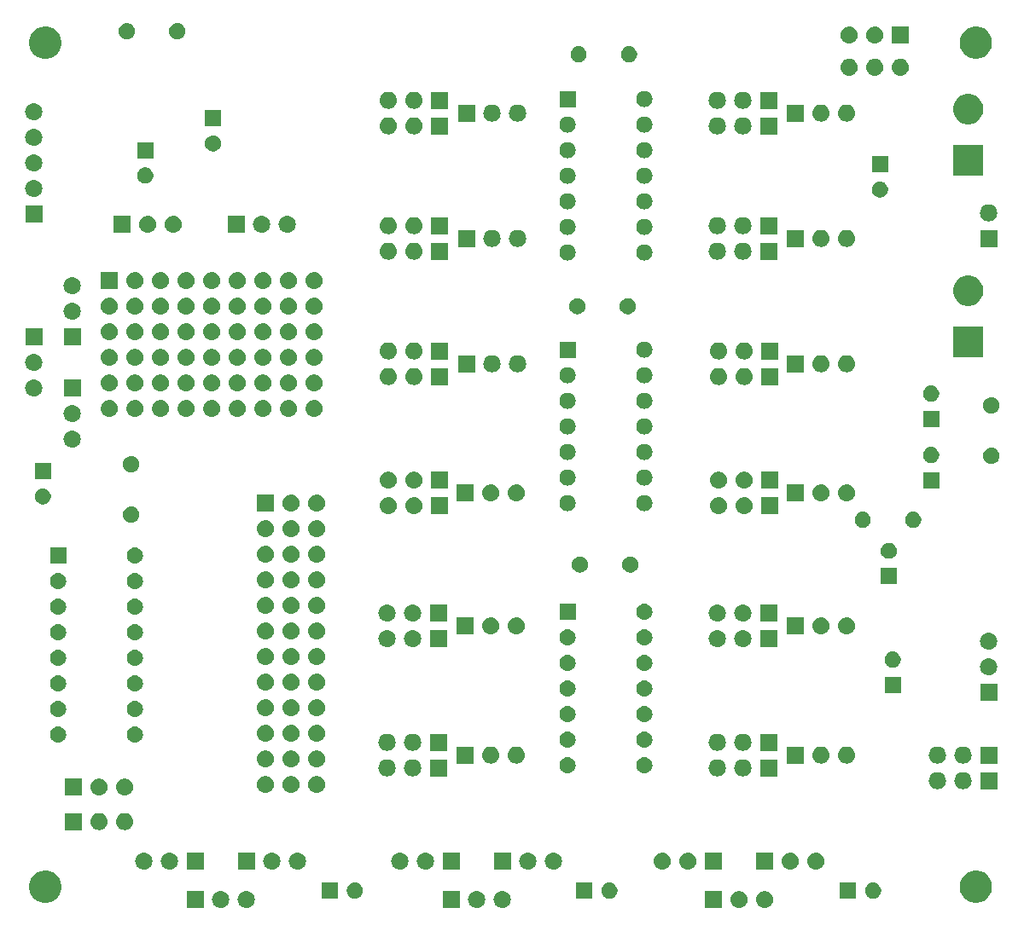
<source format=gbr>
G04 #@! TF.GenerationSoftware,KiCad,Pcbnew,(5.1.2-1)-1*
G04 #@! TF.CreationDate,2019-09-13T01:21:56-04:00*
G04 #@! TF.ProjectId,GR_SoundLogic01,47525f53-6f75-46e6-944c-6f6769633031,rev?*
G04 #@! TF.SameCoordinates,Original*
G04 #@! TF.FileFunction,Soldermask,Bot*
G04 #@! TF.FilePolarity,Negative*
%FSLAX46Y46*%
G04 Gerber Fmt 4.6, Leading zero omitted, Abs format (unit mm)*
G04 Created by KiCad (PCBNEW (5.1.2-1)-1) date 2019-09-13 01:21:56*
%MOMM*%
%LPD*%
G04 APERTURE LIST*
%ADD10C,0.152400*%
G04 APERTURE END LIST*
D10*
G36*
X163361633Y-132893300D02*
G01*
X163475043Y-132927703D01*
X163521855Y-132941903D01*
X163561319Y-132962997D01*
X163669518Y-133020830D01*
X163798948Y-133127052D01*
X163905170Y-133256482D01*
X163956209Y-133351970D01*
X163984097Y-133404145D01*
X163984097Y-133404146D01*
X164032700Y-133564367D01*
X164049112Y-133731000D01*
X164032700Y-133897633D01*
X163993818Y-134025810D01*
X163984097Y-134057855D01*
X163963003Y-134097318D01*
X163905170Y-134205518D01*
X163798948Y-134334948D01*
X163669518Y-134441170D01*
X163561318Y-134499003D01*
X163521855Y-134520097D01*
X163489810Y-134529818D01*
X163361633Y-134568700D01*
X163236753Y-134581000D01*
X163153247Y-134581000D01*
X163028367Y-134568700D01*
X162900190Y-134529818D01*
X162868145Y-134520097D01*
X162828681Y-134499003D01*
X162720482Y-134441170D01*
X162591052Y-134334948D01*
X162484830Y-134205518D01*
X162426997Y-134097319D01*
X162405903Y-134057855D01*
X162396182Y-134025810D01*
X162357300Y-133897633D01*
X162340888Y-133731000D01*
X162357300Y-133564367D01*
X162405903Y-133404146D01*
X162405903Y-133404145D01*
X162433791Y-133351970D01*
X162484830Y-133256482D01*
X162591052Y-133127052D01*
X162720482Y-133020830D01*
X162828681Y-132962997D01*
X162868145Y-132941903D01*
X162914957Y-132927703D01*
X163028367Y-132893300D01*
X163153247Y-132881000D01*
X163236753Y-132881000D01*
X163361633Y-132893300D01*
X163361633Y-132893300D01*
G37*
G36*
X160821633Y-132893300D02*
G01*
X160935043Y-132927703D01*
X160981855Y-132941903D01*
X161021319Y-132962997D01*
X161129518Y-133020830D01*
X161258948Y-133127052D01*
X161365170Y-133256482D01*
X161416209Y-133351970D01*
X161444097Y-133404145D01*
X161444097Y-133404146D01*
X161492700Y-133564367D01*
X161509112Y-133731000D01*
X161492700Y-133897633D01*
X161453818Y-134025810D01*
X161444097Y-134057855D01*
X161423003Y-134097318D01*
X161365170Y-134205518D01*
X161258948Y-134334948D01*
X161129518Y-134441170D01*
X161021318Y-134499003D01*
X160981855Y-134520097D01*
X160949810Y-134529818D01*
X160821633Y-134568700D01*
X160696753Y-134581000D01*
X160613247Y-134581000D01*
X160488367Y-134568700D01*
X160360190Y-134529818D01*
X160328145Y-134520097D01*
X160288681Y-134499003D01*
X160180482Y-134441170D01*
X160051052Y-134334948D01*
X159944830Y-134205518D01*
X159886997Y-134097319D01*
X159865903Y-134057855D01*
X159856182Y-134025810D01*
X159817300Y-133897633D01*
X159800888Y-133731000D01*
X159817300Y-133564367D01*
X159865903Y-133404146D01*
X159865903Y-133404145D01*
X159893791Y-133351970D01*
X159944830Y-133256482D01*
X160051052Y-133127052D01*
X160180482Y-133020830D01*
X160288681Y-132962997D01*
X160328145Y-132941903D01*
X160374957Y-132927703D01*
X160488367Y-132893300D01*
X160613247Y-132881000D01*
X160696753Y-132881000D01*
X160821633Y-132893300D01*
X160821633Y-132893300D01*
G37*
G36*
X158965000Y-134581000D02*
G01*
X157265000Y-134581000D01*
X157265000Y-132881000D01*
X158965000Y-132881000D01*
X158965000Y-134581000D01*
X158965000Y-134581000D01*
G37*
G36*
X137326633Y-132893300D02*
G01*
X137440043Y-132927703D01*
X137486855Y-132941903D01*
X137526319Y-132962997D01*
X137634518Y-133020830D01*
X137763948Y-133127052D01*
X137870170Y-133256482D01*
X137921209Y-133351970D01*
X137949097Y-133404145D01*
X137949097Y-133404146D01*
X137997700Y-133564367D01*
X138014112Y-133731000D01*
X137997700Y-133897633D01*
X137958818Y-134025810D01*
X137949097Y-134057855D01*
X137928003Y-134097318D01*
X137870170Y-134205518D01*
X137763948Y-134334948D01*
X137634518Y-134441170D01*
X137526318Y-134499003D01*
X137486855Y-134520097D01*
X137454810Y-134529818D01*
X137326633Y-134568700D01*
X137201753Y-134581000D01*
X137118247Y-134581000D01*
X136993367Y-134568700D01*
X136865190Y-134529818D01*
X136833145Y-134520097D01*
X136793681Y-134499003D01*
X136685482Y-134441170D01*
X136556052Y-134334948D01*
X136449830Y-134205518D01*
X136391997Y-134097319D01*
X136370903Y-134057855D01*
X136361182Y-134025810D01*
X136322300Y-133897633D01*
X136305888Y-133731000D01*
X136322300Y-133564367D01*
X136370903Y-133404146D01*
X136370903Y-133404145D01*
X136398791Y-133351970D01*
X136449830Y-133256482D01*
X136556052Y-133127052D01*
X136685482Y-133020830D01*
X136793681Y-132962997D01*
X136833145Y-132941903D01*
X136879957Y-132927703D01*
X136993367Y-132893300D01*
X137118247Y-132881000D01*
X137201753Y-132881000D01*
X137326633Y-132893300D01*
X137326633Y-132893300D01*
G37*
G36*
X134786633Y-132893300D02*
G01*
X134900043Y-132927703D01*
X134946855Y-132941903D01*
X134986319Y-132962997D01*
X135094518Y-133020830D01*
X135223948Y-133127052D01*
X135330170Y-133256482D01*
X135381209Y-133351970D01*
X135409097Y-133404145D01*
X135409097Y-133404146D01*
X135457700Y-133564367D01*
X135474112Y-133731000D01*
X135457700Y-133897633D01*
X135418818Y-134025810D01*
X135409097Y-134057855D01*
X135388003Y-134097318D01*
X135330170Y-134205518D01*
X135223948Y-134334948D01*
X135094518Y-134441170D01*
X134986318Y-134499003D01*
X134946855Y-134520097D01*
X134914810Y-134529818D01*
X134786633Y-134568700D01*
X134661753Y-134581000D01*
X134578247Y-134581000D01*
X134453367Y-134568700D01*
X134325190Y-134529818D01*
X134293145Y-134520097D01*
X134253681Y-134499003D01*
X134145482Y-134441170D01*
X134016052Y-134334948D01*
X133909830Y-134205518D01*
X133851997Y-134097319D01*
X133830903Y-134057855D01*
X133821182Y-134025810D01*
X133782300Y-133897633D01*
X133765888Y-133731000D01*
X133782300Y-133564367D01*
X133830903Y-133404146D01*
X133830903Y-133404145D01*
X133858791Y-133351970D01*
X133909830Y-133256482D01*
X134016052Y-133127052D01*
X134145482Y-133020830D01*
X134253681Y-132962997D01*
X134293145Y-132941903D01*
X134339957Y-132927703D01*
X134453367Y-132893300D01*
X134578247Y-132881000D01*
X134661753Y-132881000D01*
X134786633Y-132893300D01*
X134786633Y-132893300D01*
G37*
G36*
X132930000Y-134581000D02*
G01*
X131230000Y-134581000D01*
X131230000Y-132881000D01*
X132930000Y-132881000D01*
X132930000Y-134581000D01*
X132930000Y-134581000D01*
G37*
G36*
X111926633Y-132893300D02*
G01*
X112040043Y-132927703D01*
X112086855Y-132941903D01*
X112126319Y-132962997D01*
X112234518Y-133020830D01*
X112363948Y-133127052D01*
X112470170Y-133256482D01*
X112521209Y-133351970D01*
X112549097Y-133404145D01*
X112549097Y-133404146D01*
X112597700Y-133564367D01*
X112614112Y-133731000D01*
X112597700Y-133897633D01*
X112558818Y-134025810D01*
X112549097Y-134057855D01*
X112528003Y-134097318D01*
X112470170Y-134205518D01*
X112363948Y-134334948D01*
X112234518Y-134441170D01*
X112126318Y-134499003D01*
X112086855Y-134520097D01*
X112054810Y-134529818D01*
X111926633Y-134568700D01*
X111801753Y-134581000D01*
X111718247Y-134581000D01*
X111593367Y-134568700D01*
X111465190Y-134529818D01*
X111433145Y-134520097D01*
X111393681Y-134499003D01*
X111285482Y-134441170D01*
X111156052Y-134334948D01*
X111049830Y-134205518D01*
X110991997Y-134097319D01*
X110970903Y-134057855D01*
X110961182Y-134025810D01*
X110922300Y-133897633D01*
X110905888Y-133731000D01*
X110922300Y-133564367D01*
X110970903Y-133404146D01*
X110970903Y-133404145D01*
X110998791Y-133351970D01*
X111049830Y-133256482D01*
X111156052Y-133127052D01*
X111285482Y-133020830D01*
X111393681Y-132962997D01*
X111433145Y-132941903D01*
X111479957Y-132927703D01*
X111593367Y-132893300D01*
X111718247Y-132881000D01*
X111801753Y-132881000D01*
X111926633Y-132893300D01*
X111926633Y-132893300D01*
G37*
G36*
X109386633Y-132893300D02*
G01*
X109500043Y-132927703D01*
X109546855Y-132941903D01*
X109586319Y-132962997D01*
X109694518Y-133020830D01*
X109823948Y-133127052D01*
X109930170Y-133256482D01*
X109981209Y-133351970D01*
X110009097Y-133404145D01*
X110009097Y-133404146D01*
X110057700Y-133564367D01*
X110074112Y-133731000D01*
X110057700Y-133897633D01*
X110018818Y-134025810D01*
X110009097Y-134057855D01*
X109988003Y-134097318D01*
X109930170Y-134205518D01*
X109823948Y-134334948D01*
X109694518Y-134441170D01*
X109586318Y-134499003D01*
X109546855Y-134520097D01*
X109514810Y-134529818D01*
X109386633Y-134568700D01*
X109261753Y-134581000D01*
X109178247Y-134581000D01*
X109053367Y-134568700D01*
X108925190Y-134529818D01*
X108893145Y-134520097D01*
X108853681Y-134499003D01*
X108745482Y-134441170D01*
X108616052Y-134334948D01*
X108509830Y-134205518D01*
X108451997Y-134097319D01*
X108430903Y-134057855D01*
X108421182Y-134025810D01*
X108382300Y-133897633D01*
X108365888Y-133731000D01*
X108382300Y-133564367D01*
X108430903Y-133404146D01*
X108430903Y-133404145D01*
X108458791Y-133351970D01*
X108509830Y-133256482D01*
X108616052Y-133127052D01*
X108745482Y-133020830D01*
X108853681Y-132962997D01*
X108893145Y-132941903D01*
X108939957Y-132927703D01*
X109053367Y-132893300D01*
X109178247Y-132881000D01*
X109261753Y-132881000D01*
X109386633Y-132893300D01*
X109386633Y-132893300D01*
G37*
G36*
X107530000Y-134581000D02*
G01*
X105830000Y-134581000D01*
X105830000Y-132881000D01*
X107530000Y-132881000D01*
X107530000Y-134581000D01*
X107530000Y-134581000D01*
G37*
G36*
X184616703Y-130922487D02*
G01*
X184907884Y-131043098D01*
X185169941Y-131218199D01*
X185392801Y-131441059D01*
X185567902Y-131703116D01*
X185688513Y-131994297D01*
X185750000Y-132303414D01*
X185750000Y-132618586D01*
X185688513Y-132927703D01*
X185567902Y-133218884D01*
X185392801Y-133480941D01*
X185169941Y-133703801D01*
X184907884Y-133878902D01*
X184616703Y-133999513D01*
X184307586Y-134061000D01*
X183992414Y-134061000D01*
X183683297Y-133999513D01*
X183392116Y-133878902D01*
X183130059Y-133703801D01*
X182907199Y-133480941D01*
X182732098Y-133218884D01*
X182611487Y-132927703D01*
X182550000Y-132618586D01*
X182550000Y-132303414D01*
X182611487Y-131994297D01*
X182732098Y-131703116D01*
X182907199Y-131441059D01*
X183130059Y-131218199D01*
X183392116Y-131043098D01*
X183683297Y-130922487D01*
X183992414Y-130861000D01*
X184307586Y-130861000D01*
X184616703Y-130922487D01*
X184616703Y-130922487D01*
G37*
G36*
X92287703Y-130922487D02*
G01*
X92578884Y-131043098D01*
X92840941Y-131218199D01*
X93063801Y-131441059D01*
X93238902Y-131703116D01*
X93359513Y-131994297D01*
X93421000Y-132303414D01*
X93421000Y-132618586D01*
X93359513Y-132927703D01*
X93238902Y-133218884D01*
X93063801Y-133480941D01*
X92840941Y-133703801D01*
X92578884Y-133878902D01*
X92287703Y-133999513D01*
X91978586Y-134061000D01*
X91663414Y-134061000D01*
X91354297Y-133999513D01*
X91063116Y-133878902D01*
X90801059Y-133703801D01*
X90578199Y-133480941D01*
X90403098Y-133218884D01*
X90282487Y-132927703D01*
X90221000Y-132618586D01*
X90221000Y-132303414D01*
X90282487Y-131994297D01*
X90403098Y-131703116D01*
X90578199Y-131441059D01*
X90801059Y-131218199D01*
X91063116Y-131043098D01*
X91354297Y-130922487D01*
X91663414Y-130861000D01*
X91978586Y-130861000D01*
X92287703Y-130922487D01*
X92287703Y-130922487D01*
G37*
G36*
X174183351Y-132072743D02*
G01*
X174286300Y-132115386D01*
X174328943Y-132133049D01*
X174459971Y-132220600D01*
X174571400Y-132332029D01*
X174658951Y-132463057D01*
X174658951Y-132463058D01*
X174719257Y-132608649D01*
X174750000Y-132763207D01*
X174750000Y-132920793D01*
X174719257Y-133075351D01*
X174676614Y-133178300D01*
X174658951Y-133220943D01*
X174635205Y-133256481D01*
X174571401Y-133351970D01*
X174459970Y-133463401D01*
X174416493Y-133492451D01*
X174328943Y-133550951D01*
X174286300Y-133568614D01*
X174183351Y-133611257D01*
X174028793Y-133642000D01*
X173871207Y-133642000D01*
X173716649Y-133611257D01*
X173613700Y-133568614D01*
X173571057Y-133550951D01*
X173483507Y-133492451D01*
X173440030Y-133463401D01*
X173328599Y-133351970D01*
X173264795Y-133256481D01*
X173241049Y-133220943D01*
X173223386Y-133178300D01*
X173180743Y-133075351D01*
X173150000Y-132920793D01*
X173150000Y-132763207D01*
X173180743Y-132608649D01*
X173241049Y-132463058D01*
X173241049Y-132463057D01*
X173328600Y-132332029D01*
X173440029Y-132220600D01*
X173571057Y-132133049D01*
X173613700Y-132115386D01*
X173716649Y-132072743D01*
X173871207Y-132042000D01*
X174028793Y-132042000D01*
X174183351Y-132072743D01*
X174183351Y-132072743D01*
G37*
G36*
X172250000Y-133642000D02*
G01*
X170650000Y-133642000D01*
X170650000Y-132042000D01*
X172250000Y-132042000D01*
X172250000Y-133642000D01*
X172250000Y-133642000D01*
G37*
G36*
X148021351Y-132072743D02*
G01*
X148124300Y-132115386D01*
X148166943Y-132133049D01*
X148297971Y-132220600D01*
X148409400Y-132332029D01*
X148496951Y-132463057D01*
X148496951Y-132463058D01*
X148557257Y-132608649D01*
X148588000Y-132763207D01*
X148588000Y-132920793D01*
X148557257Y-133075351D01*
X148514614Y-133178300D01*
X148496951Y-133220943D01*
X148473205Y-133256481D01*
X148409401Y-133351970D01*
X148297970Y-133463401D01*
X148254493Y-133492451D01*
X148166943Y-133550951D01*
X148124300Y-133568614D01*
X148021351Y-133611257D01*
X147866793Y-133642000D01*
X147709207Y-133642000D01*
X147554649Y-133611257D01*
X147451700Y-133568614D01*
X147409057Y-133550951D01*
X147321507Y-133492451D01*
X147278030Y-133463401D01*
X147166599Y-133351970D01*
X147102795Y-133256481D01*
X147079049Y-133220943D01*
X147061386Y-133178300D01*
X147018743Y-133075351D01*
X146988000Y-132920793D01*
X146988000Y-132763207D01*
X147018743Y-132608649D01*
X147079049Y-132463058D01*
X147079049Y-132463057D01*
X147166600Y-132332029D01*
X147278029Y-132220600D01*
X147409057Y-132133049D01*
X147451700Y-132115386D01*
X147554649Y-132072743D01*
X147709207Y-132042000D01*
X147866793Y-132042000D01*
X148021351Y-132072743D01*
X148021351Y-132072743D01*
G37*
G36*
X146088000Y-133642000D02*
G01*
X144488000Y-133642000D01*
X144488000Y-132042000D01*
X146088000Y-132042000D01*
X146088000Y-133642000D01*
X146088000Y-133642000D01*
G37*
G36*
X122748351Y-132072743D02*
G01*
X122851300Y-132115386D01*
X122893943Y-132133049D01*
X123024971Y-132220600D01*
X123136400Y-132332029D01*
X123223951Y-132463057D01*
X123223951Y-132463058D01*
X123284257Y-132608649D01*
X123315000Y-132763207D01*
X123315000Y-132920793D01*
X123284257Y-133075351D01*
X123241614Y-133178300D01*
X123223951Y-133220943D01*
X123200205Y-133256481D01*
X123136401Y-133351970D01*
X123024970Y-133463401D01*
X122981493Y-133492451D01*
X122893943Y-133550951D01*
X122851300Y-133568614D01*
X122748351Y-133611257D01*
X122593793Y-133642000D01*
X122436207Y-133642000D01*
X122281649Y-133611257D01*
X122178700Y-133568614D01*
X122136057Y-133550951D01*
X122048507Y-133492451D01*
X122005030Y-133463401D01*
X121893599Y-133351970D01*
X121829795Y-133256481D01*
X121806049Y-133220943D01*
X121788386Y-133178300D01*
X121745743Y-133075351D01*
X121715000Y-132920793D01*
X121715000Y-132763207D01*
X121745743Y-132608649D01*
X121806049Y-132463058D01*
X121806049Y-132463057D01*
X121893600Y-132332029D01*
X122005029Y-132220600D01*
X122136057Y-132133049D01*
X122178700Y-132115386D01*
X122281649Y-132072743D01*
X122436207Y-132042000D01*
X122593793Y-132042000D01*
X122748351Y-132072743D01*
X122748351Y-132072743D01*
G37*
G36*
X120815000Y-133642000D02*
G01*
X119215000Y-133642000D01*
X119215000Y-132042000D01*
X120815000Y-132042000D01*
X120815000Y-133642000D01*
X120815000Y-133642000D01*
G37*
G36*
X101766633Y-129083300D02*
G01*
X101894810Y-129122182D01*
X101926855Y-129131903D01*
X101966318Y-129152997D01*
X102074518Y-129210830D01*
X102203948Y-129317052D01*
X102310170Y-129446482D01*
X102368003Y-129554681D01*
X102389097Y-129594145D01*
X102389097Y-129594146D01*
X102437700Y-129754367D01*
X102454112Y-129921000D01*
X102437700Y-130087633D01*
X102398818Y-130215810D01*
X102389097Y-130247855D01*
X102368003Y-130287319D01*
X102310170Y-130395518D01*
X102203948Y-130524948D01*
X102074518Y-130631170D01*
X101966319Y-130689003D01*
X101926855Y-130710097D01*
X101894810Y-130719818D01*
X101766633Y-130758700D01*
X101641753Y-130771000D01*
X101558247Y-130771000D01*
X101433367Y-130758700D01*
X101305190Y-130719818D01*
X101273145Y-130710097D01*
X101233681Y-130689003D01*
X101125482Y-130631170D01*
X100996052Y-130524948D01*
X100889830Y-130395518D01*
X100831997Y-130287319D01*
X100810903Y-130247855D01*
X100801182Y-130215810D01*
X100762300Y-130087633D01*
X100745888Y-129921000D01*
X100762300Y-129754367D01*
X100810903Y-129594146D01*
X100810903Y-129594145D01*
X100831997Y-129554681D01*
X100889830Y-129446482D01*
X100996052Y-129317052D01*
X101125482Y-129210830D01*
X101233682Y-129152997D01*
X101273145Y-129131903D01*
X101305190Y-129122182D01*
X101433367Y-129083300D01*
X101558247Y-129071000D01*
X101641753Y-129071000D01*
X101766633Y-129083300D01*
X101766633Y-129083300D01*
G37*
G36*
X114466633Y-129083300D02*
G01*
X114594810Y-129122182D01*
X114626855Y-129131903D01*
X114666318Y-129152997D01*
X114774518Y-129210830D01*
X114903948Y-129317052D01*
X115010170Y-129446482D01*
X115068003Y-129554681D01*
X115089097Y-129594145D01*
X115089097Y-129594146D01*
X115137700Y-129754367D01*
X115154112Y-129921000D01*
X115137700Y-130087633D01*
X115098818Y-130215810D01*
X115089097Y-130247855D01*
X115068003Y-130287319D01*
X115010170Y-130395518D01*
X114903948Y-130524948D01*
X114774518Y-130631170D01*
X114666319Y-130689003D01*
X114626855Y-130710097D01*
X114594810Y-130719818D01*
X114466633Y-130758700D01*
X114341753Y-130771000D01*
X114258247Y-130771000D01*
X114133367Y-130758700D01*
X114005190Y-130719818D01*
X113973145Y-130710097D01*
X113933681Y-130689003D01*
X113825482Y-130631170D01*
X113696052Y-130524948D01*
X113589830Y-130395518D01*
X113531997Y-130287319D01*
X113510903Y-130247855D01*
X113501182Y-130215810D01*
X113462300Y-130087633D01*
X113445888Y-129921000D01*
X113462300Y-129754367D01*
X113510903Y-129594146D01*
X113510903Y-129594145D01*
X113531997Y-129554681D01*
X113589830Y-129446482D01*
X113696052Y-129317052D01*
X113825482Y-129210830D01*
X113933682Y-129152997D01*
X113973145Y-129131903D01*
X114005190Y-129122182D01*
X114133367Y-129083300D01*
X114258247Y-129071000D01*
X114341753Y-129071000D01*
X114466633Y-129083300D01*
X114466633Y-129083300D01*
G37*
G36*
X138010000Y-130771000D02*
G01*
X136310000Y-130771000D01*
X136310000Y-129071000D01*
X138010000Y-129071000D01*
X138010000Y-130771000D01*
X138010000Y-130771000D01*
G37*
G36*
X139866633Y-129083300D02*
G01*
X139994810Y-129122182D01*
X140026855Y-129131903D01*
X140066318Y-129152997D01*
X140174518Y-129210830D01*
X140303948Y-129317052D01*
X140410170Y-129446482D01*
X140468003Y-129554681D01*
X140489097Y-129594145D01*
X140489097Y-129594146D01*
X140537700Y-129754367D01*
X140554112Y-129921000D01*
X140537700Y-130087633D01*
X140498818Y-130215810D01*
X140489097Y-130247855D01*
X140468003Y-130287319D01*
X140410170Y-130395518D01*
X140303948Y-130524948D01*
X140174518Y-130631170D01*
X140066319Y-130689003D01*
X140026855Y-130710097D01*
X139994810Y-130719818D01*
X139866633Y-130758700D01*
X139741753Y-130771000D01*
X139658247Y-130771000D01*
X139533367Y-130758700D01*
X139405190Y-130719818D01*
X139373145Y-130710097D01*
X139333681Y-130689003D01*
X139225482Y-130631170D01*
X139096052Y-130524948D01*
X138989830Y-130395518D01*
X138931997Y-130287319D01*
X138910903Y-130247855D01*
X138901182Y-130215810D01*
X138862300Y-130087633D01*
X138845888Y-129921000D01*
X138862300Y-129754367D01*
X138910903Y-129594146D01*
X138910903Y-129594145D01*
X138931997Y-129554681D01*
X138989830Y-129446482D01*
X139096052Y-129317052D01*
X139225482Y-129210830D01*
X139333682Y-129152997D01*
X139373145Y-129131903D01*
X139405190Y-129122182D01*
X139533367Y-129083300D01*
X139658247Y-129071000D01*
X139741753Y-129071000D01*
X139866633Y-129083300D01*
X139866633Y-129083300D01*
G37*
G36*
X164045000Y-130771000D02*
G01*
X162345000Y-130771000D01*
X162345000Y-129071000D01*
X164045000Y-129071000D01*
X164045000Y-130771000D01*
X164045000Y-130771000D01*
G37*
G36*
X158965000Y-130771000D02*
G01*
X157265000Y-130771000D01*
X157265000Y-129071000D01*
X158965000Y-129071000D01*
X158965000Y-130771000D01*
X158965000Y-130771000D01*
G37*
G36*
X155741633Y-129083300D02*
G01*
X155869810Y-129122182D01*
X155901855Y-129131903D01*
X155941318Y-129152997D01*
X156049518Y-129210830D01*
X156178948Y-129317052D01*
X156285170Y-129446482D01*
X156343003Y-129554681D01*
X156364097Y-129594145D01*
X156364097Y-129594146D01*
X156412700Y-129754367D01*
X156429112Y-129921000D01*
X156412700Y-130087633D01*
X156373818Y-130215810D01*
X156364097Y-130247855D01*
X156343003Y-130287319D01*
X156285170Y-130395518D01*
X156178948Y-130524948D01*
X156049518Y-130631170D01*
X155941319Y-130689003D01*
X155901855Y-130710097D01*
X155869810Y-130719818D01*
X155741633Y-130758700D01*
X155616753Y-130771000D01*
X155533247Y-130771000D01*
X155408367Y-130758700D01*
X155280190Y-130719818D01*
X155248145Y-130710097D01*
X155208681Y-130689003D01*
X155100482Y-130631170D01*
X154971052Y-130524948D01*
X154864830Y-130395518D01*
X154806997Y-130287319D01*
X154785903Y-130247855D01*
X154776182Y-130215810D01*
X154737300Y-130087633D01*
X154720888Y-129921000D01*
X154737300Y-129754367D01*
X154785903Y-129594146D01*
X154785903Y-129594145D01*
X154806997Y-129554681D01*
X154864830Y-129446482D01*
X154971052Y-129317052D01*
X155100482Y-129210830D01*
X155208682Y-129152997D01*
X155248145Y-129131903D01*
X155280190Y-129122182D01*
X155408367Y-129083300D01*
X155533247Y-129071000D01*
X155616753Y-129071000D01*
X155741633Y-129083300D01*
X155741633Y-129083300D01*
G37*
G36*
X153201633Y-129083300D02*
G01*
X153329810Y-129122182D01*
X153361855Y-129131903D01*
X153401318Y-129152997D01*
X153509518Y-129210830D01*
X153638948Y-129317052D01*
X153745170Y-129446482D01*
X153803003Y-129554681D01*
X153824097Y-129594145D01*
X153824097Y-129594146D01*
X153872700Y-129754367D01*
X153889112Y-129921000D01*
X153872700Y-130087633D01*
X153833818Y-130215810D01*
X153824097Y-130247855D01*
X153803003Y-130287319D01*
X153745170Y-130395518D01*
X153638948Y-130524948D01*
X153509518Y-130631170D01*
X153401319Y-130689003D01*
X153361855Y-130710097D01*
X153329810Y-130719818D01*
X153201633Y-130758700D01*
X153076753Y-130771000D01*
X152993247Y-130771000D01*
X152868367Y-130758700D01*
X152740190Y-130719818D01*
X152708145Y-130710097D01*
X152668681Y-130689003D01*
X152560482Y-130631170D01*
X152431052Y-130524948D01*
X152324830Y-130395518D01*
X152266997Y-130287319D01*
X152245903Y-130247855D01*
X152236182Y-130215810D01*
X152197300Y-130087633D01*
X152180888Y-129921000D01*
X152197300Y-129754367D01*
X152245903Y-129594146D01*
X152245903Y-129594145D01*
X152266997Y-129554681D01*
X152324830Y-129446482D01*
X152431052Y-129317052D01*
X152560482Y-129210830D01*
X152668682Y-129152997D01*
X152708145Y-129131903D01*
X152740190Y-129122182D01*
X152868367Y-129083300D01*
X152993247Y-129071000D01*
X153076753Y-129071000D01*
X153201633Y-129083300D01*
X153201633Y-129083300D01*
G37*
G36*
X142406633Y-129083300D02*
G01*
X142534810Y-129122182D01*
X142566855Y-129131903D01*
X142606318Y-129152997D01*
X142714518Y-129210830D01*
X142843948Y-129317052D01*
X142950170Y-129446482D01*
X143008003Y-129554681D01*
X143029097Y-129594145D01*
X143029097Y-129594146D01*
X143077700Y-129754367D01*
X143094112Y-129921000D01*
X143077700Y-130087633D01*
X143038818Y-130215810D01*
X143029097Y-130247855D01*
X143008003Y-130287319D01*
X142950170Y-130395518D01*
X142843948Y-130524948D01*
X142714518Y-130631170D01*
X142606319Y-130689003D01*
X142566855Y-130710097D01*
X142534810Y-130719818D01*
X142406633Y-130758700D01*
X142281753Y-130771000D01*
X142198247Y-130771000D01*
X142073367Y-130758700D01*
X141945190Y-130719818D01*
X141913145Y-130710097D01*
X141873681Y-130689003D01*
X141765482Y-130631170D01*
X141636052Y-130524948D01*
X141529830Y-130395518D01*
X141471997Y-130287319D01*
X141450903Y-130247855D01*
X141441182Y-130215810D01*
X141402300Y-130087633D01*
X141385888Y-129921000D01*
X141402300Y-129754367D01*
X141450903Y-129594146D01*
X141450903Y-129594145D01*
X141471997Y-129554681D01*
X141529830Y-129446482D01*
X141636052Y-129317052D01*
X141765482Y-129210830D01*
X141873682Y-129152997D01*
X141913145Y-129131903D01*
X141945190Y-129122182D01*
X142073367Y-129083300D01*
X142198247Y-129071000D01*
X142281753Y-129071000D01*
X142406633Y-129083300D01*
X142406633Y-129083300D01*
G37*
G36*
X132930000Y-130771000D02*
G01*
X131230000Y-130771000D01*
X131230000Y-129071000D01*
X132930000Y-129071000D01*
X132930000Y-130771000D01*
X132930000Y-130771000D01*
G37*
G36*
X112610000Y-130771000D02*
G01*
X110910000Y-130771000D01*
X110910000Y-129071000D01*
X112610000Y-129071000D01*
X112610000Y-130771000D01*
X112610000Y-130771000D01*
G37*
G36*
X168441633Y-129083300D02*
G01*
X168569810Y-129122182D01*
X168601855Y-129131903D01*
X168641318Y-129152997D01*
X168749518Y-129210830D01*
X168878948Y-129317052D01*
X168985170Y-129446482D01*
X169043003Y-129554681D01*
X169064097Y-129594145D01*
X169064097Y-129594146D01*
X169112700Y-129754367D01*
X169129112Y-129921000D01*
X169112700Y-130087633D01*
X169073818Y-130215810D01*
X169064097Y-130247855D01*
X169043003Y-130287319D01*
X168985170Y-130395518D01*
X168878948Y-130524948D01*
X168749518Y-130631170D01*
X168641319Y-130689003D01*
X168601855Y-130710097D01*
X168569810Y-130719818D01*
X168441633Y-130758700D01*
X168316753Y-130771000D01*
X168233247Y-130771000D01*
X168108367Y-130758700D01*
X167980190Y-130719818D01*
X167948145Y-130710097D01*
X167908681Y-130689003D01*
X167800482Y-130631170D01*
X167671052Y-130524948D01*
X167564830Y-130395518D01*
X167506997Y-130287319D01*
X167485903Y-130247855D01*
X167476182Y-130215810D01*
X167437300Y-130087633D01*
X167420888Y-129921000D01*
X167437300Y-129754367D01*
X167485903Y-129594146D01*
X167485903Y-129594145D01*
X167506997Y-129554681D01*
X167564830Y-129446482D01*
X167671052Y-129317052D01*
X167800482Y-129210830D01*
X167908682Y-129152997D01*
X167948145Y-129131903D01*
X167980190Y-129122182D01*
X168108367Y-129083300D01*
X168233247Y-129071000D01*
X168316753Y-129071000D01*
X168441633Y-129083300D01*
X168441633Y-129083300D01*
G37*
G36*
X104306633Y-129083300D02*
G01*
X104434810Y-129122182D01*
X104466855Y-129131903D01*
X104506318Y-129152997D01*
X104614518Y-129210830D01*
X104743948Y-129317052D01*
X104850170Y-129446482D01*
X104908003Y-129554681D01*
X104929097Y-129594145D01*
X104929097Y-129594146D01*
X104977700Y-129754367D01*
X104994112Y-129921000D01*
X104977700Y-130087633D01*
X104938818Y-130215810D01*
X104929097Y-130247855D01*
X104908003Y-130287319D01*
X104850170Y-130395518D01*
X104743948Y-130524948D01*
X104614518Y-130631170D01*
X104506319Y-130689003D01*
X104466855Y-130710097D01*
X104434810Y-130719818D01*
X104306633Y-130758700D01*
X104181753Y-130771000D01*
X104098247Y-130771000D01*
X103973367Y-130758700D01*
X103845190Y-130719818D01*
X103813145Y-130710097D01*
X103773681Y-130689003D01*
X103665482Y-130631170D01*
X103536052Y-130524948D01*
X103429830Y-130395518D01*
X103371997Y-130287319D01*
X103350903Y-130247855D01*
X103341182Y-130215810D01*
X103302300Y-130087633D01*
X103285888Y-129921000D01*
X103302300Y-129754367D01*
X103350903Y-129594146D01*
X103350903Y-129594145D01*
X103371997Y-129554681D01*
X103429830Y-129446482D01*
X103536052Y-129317052D01*
X103665482Y-129210830D01*
X103773682Y-129152997D01*
X103813145Y-129131903D01*
X103845190Y-129122182D01*
X103973367Y-129083300D01*
X104098247Y-129071000D01*
X104181753Y-129071000D01*
X104306633Y-129083300D01*
X104306633Y-129083300D01*
G37*
G36*
X107530000Y-130771000D02*
G01*
X105830000Y-130771000D01*
X105830000Y-129071000D01*
X107530000Y-129071000D01*
X107530000Y-130771000D01*
X107530000Y-130771000D01*
G37*
G36*
X117006633Y-129083300D02*
G01*
X117134810Y-129122182D01*
X117166855Y-129131903D01*
X117206318Y-129152997D01*
X117314518Y-129210830D01*
X117443948Y-129317052D01*
X117550170Y-129446482D01*
X117608003Y-129554681D01*
X117629097Y-129594145D01*
X117629097Y-129594146D01*
X117677700Y-129754367D01*
X117694112Y-129921000D01*
X117677700Y-130087633D01*
X117638818Y-130215810D01*
X117629097Y-130247855D01*
X117608003Y-130287319D01*
X117550170Y-130395518D01*
X117443948Y-130524948D01*
X117314518Y-130631170D01*
X117206319Y-130689003D01*
X117166855Y-130710097D01*
X117134810Y-130719818D01*
X117006633Y-130758700D01*
X116881753Y-130771000D01*
X116798247Y-130771000D01*
X116673367Y-130758700D01*
X116545190Y-130719818D01*
X116513145Y-130710097D01*
X116473681Y-130689003D01*
X116365482Y-130631170D01*
X116236052Y-130524948D01*
X116129830Y-130395518D01*
X116071997Y-130287319D01*
X116050903Y-130247855D01*
X116041182Y-130215810D01*
X116002300Y-130087633D01*
X115985888Y-129921000D01*
X116002300Y-129754367D01*
X116050903Y-129594146D01*
X116050903Y-129594145D01*
X116071997Y-129554681D01*
X116129830Y-129446482D01*
X116236052Y-129317052D01*
X116365482Y-129210830D01*
X116473682Y-129152997D01*
X116513145Y-129131903D01*
X116545190Y-129122182D01*
X116673367Y-129083300D01*
X116798247Y-129071000D01*
X116881753Y-129071000D01*
X117006633Y-129083300D01*
X117006633Y-129083300D01*
G37*
G36*
X127166633Y-129083300D02*
G01*
X127294810Y-129122182D01*
X127326855Y-129131903D01*
X127366318Y-129152997D01*
X127474518Y-129210830D01*
X127603948Y-129317052D01*
X127710170Y-129446482D01*
X127768003Y-129554681D01*
X127789097Y-129594145D01*
X127789097Y-129594146D01*
X127837700Y-129754367D01*
X127854112Y-129921000D01*
X127837700Y-130087633D01*
X127798818Y-130215810D01*
X127789097Y-130247855D01*
X127768003Y-130287319D01*
X127710170Y-130395518D01*
X127603948Y-130524948D01*
X127474518Y-130631170D01*
X127366319Y-130689003D01*
X127326855Y-130710097D01*
X127294810Y-130719818D01*
X127166633Y-130758700D01*
X127041753Y-130771000D01*
X126958247Y-130771000D01*
X126833367Y-130758700D01*
X126705190Y-130719818D01*
X126673145Y-130710097D01*
X126633681Y-130689003D01*
X126525482Y-130631170D01*
X126396052Y-130524948D01*
X126289830Y-130395518D01*
X126231997Y-130287319D01*
X126210903Y-130247855D01*
X126201182Y-130215810D01*
X126162300Y-130087633D01*
X126145888Y-129921000D01*
X126162300Y-129754367D01*
X126210903Y-129594146D01*
X126210903Y-129594145D01*
X126231997Y-129554681D01*
X126289830Y-129446482D01*
X126396052Y-129317052D01*
X126525482Y-129210830D01*
X126633682Y-129152997D01*
X126673145Y-129131903D01*
X126705190Y-129122182D01*
X126833367Y-129083300D01*
X126958247Y-129071000D01*
X127041753Y-129071000D01*
X127166633Y-129083300D01*
X127166633Y-129083300D01*
G37*
G36*
X129706633Y-129083300D02*
G01*
X129834810Y-129122182D01*
X129866855Y-129131903D01*
X129906318Y-129152997D01*
X130014518Y-129210830D01*
X130143948Y-129317052D01*
X130250170Y-129446482D01*
X130308003Y-129554681D01*
X130329097Y-129594145D01*
X130329097Y-129594146D01*
X130377700Y-129754367D01*
X130394112Y-129921000D01*
X130377700Y-130087633D01*
X130338818Y-130215810D01*
X130329097Y-130247855D01*
X130308003Y-130287319D01*
X130250170Y-130395518D01*
X130143948Y-130524948D01*
X130014518Y-130631170D01*
X129906319Y-130689003D01*
X129866855Y-130710097D01*
X129834810Y-130719818D01*
X129706633Y-130758700D01*
X129581753Y-130771000D01*
X129498247Y-130771000D01*
X129373367Y-130758700D01*
X129245190Y-130719818D01*
X129213145Y-130710097D01*
X129173681Y-130689003D01*
X129065482Y-130631170D01*
X128936052Y-130524948D01*
X128829830Y-130395518D01*
X128771997Y-130287319D01*
X128750903Y-130247855D01*
X128741182Y-130215810D01*
X128702300Y-130087633D01*
X128685888Y-129921000D01*
X128702300Y-129754367D01*
X128750903Y-129594146D01*
X128750903Y-129594145D01*
X128771997Y-129554681D01*
X128829830Y-129446482D01*
X128936052Y-129317052D01*
X129065482Y-129210830D01*
X129173682Y-129152997D01*
X129213145Y-129131903D01*
X129245190Y-129122182D01*
X129373367Y-129083300D01*
X129498247Y-129071000D01*
X129581753Y-129071000D01*
X129706633Y-129083300D01*
X129706633Y-129083300D01*
G37*
G36*
X165901633Y-129083300D02*
G01*
X166029810Y-129122182D01*
X166061855Y-129131903D01*
X166101318Y-129152997D01*
X166209518Y-129210830D01*
X166338948Y-129317052D01*
X166445170Y-129446482D01*
X166503003Y-129554681D01*
X166524097Y-129594145D01*
X166524097Y-129594146D01*
X166572700Y-129754367D01*
X166589112Y-129921000D01*
X166572700Y-130087633D01*
X166533818Y-130215810D01*
X166524097Y-130247855D01*
X166503003Y-130287319D01*
X166445170Y-130395518D01*
X166338948Y-130524948D01*
X166209518Y-130631170D01*
X166101319Y-130689003D01*
X166061855Y-130710097D01*
X166029810Y-130719818D01*
X165901633Y-130758700D01*
X165776753Y-130771000D01*
X165693247Y-130771000D01*
X165568367Y-130758700D01*
X165440190Y-130719818D01*
X165408145Y-130710097D01*
X165368681Y-130689003D01*
X165260482Y-130631170D01*
X165131052Y-130524948D01*
X165024830Y-130395518D01*
X164966997Y-130287319D01*
X164945903Y-130247855D01*
X164936182Y-130215810D01*
X164897300Y-130087633D01*
X164880888Y-129921000D01*
X164897300Y-129754367D01*
X164945903Y-129594146D01*
X164945903Y-129594145D01*
X164966997Y-129554681D01*
X165024830Y-129446482D01*
X165131052Y-129317052D01*
X165260482Y-129210830D01*
X165368682Y-129152997D01*
X165408145Y-129131903D01*
X165440190Y-129122182D01*
X165568367Y-129083300D01*
X165693247Y-129071000D01*
X165776753Y-129071000D01*
X165901633Y-129083300D01*
X165901633Y-129083300D01*
G37*
G36*
X99861633Y-125146300D02*
G01*
X99989810Y-125185182D01*
X100021855Y-125194903D01*
X100061319Y-125215997D01*
X100169518Y-125273830D01*
X100298948Y-125380052D01*
X100405170Y-125509482D01*
X100463003Y-125617682D01*
X100484097Y-125657145D01*
X100484097Y-125657146D01*
X100532700Y-125817367D01*
X100549112Y-125984000D01*
X100532700Y-126150633D01*
X100493818Y-126278810D01*
X100484097Y-126310855D01*
X100463003Y-126350319D01*
X100405170Y-126458518D01*
X100298948Y-126587948D01*
X100169518Y-126694170D01*
X100061318Y-126752003D01*
X100021855Y-126773097D01*
X99989810Y-126782818D01*
X99861633Y-126821700D01*
X99736753Y-126834000D01*
X99653247Y-126834000D01*
X99528367Y-126821700D01*
X99400190Y-126782818D01*
X99368145Y-126773097D01*
X99328681Y-126752003D01*
X99220482Y-126694170D01*
X99091052Y-126587948D01*
X98984830Y-126458518D01*
X98926997Y-126350319D01*
X98905903Y-126310855D01*
X98896182Y-126278810D01*
X98857300Y-126150633D01*
X98840888Y-125984000D01*
X98857300Y-125817367D01*
X98905903Y-125657146D01*
X98905903Y-125657145D01*
X98926997Y-125617682D01*
X98984830Y-125509482D01*
X99091052Y-125380052D01*
X99220482Y-125273830D01*
X99328681Y-125215997D01*
X99368145Y-125194903D01*
X99400190Y-125185182D01*
X99528367Y-125146300D01*
X99653247Y-125134000D01*
X99736753Y-125134000D01*
X99861633Y-125146300D01*
X99861633Y-125146300D01*
G37*
G36*
X95465000Y-126834000D02*
G01*
X93765000Y-126834000D01*
X93765000Y-125134000D01*
X95465000Y-125134000D01*
X95465000Y-126834000D01*
X95465000Y-126834000D01*
G37*
G36*
X97321633Y-125146300D02*
G01*
X97449810Y-125185182D01*
X97481855Y-125194903D01*
X97521319Y-125215997D01*
X97629518Y-125273830D01*
X97758948Y-125380052D01*
X97865170Y-125509482D01*
X97923003Y-125617682D01*
X97944097Y-125657145D01*
X97944097Y-125657146D01*
X97992700Y-125817367D01*
X98009112Y-125984000D01*
X97992700Y-126150633D01*
X97953818Y-126278810D01*
X97944097Y-126310855D01*
X97923003Y-126350319D01*
X97865170Y-126458518D01*
X97758948Y-126587948D01*
X97629518Y-126694170D01*
X97521318Y-126752003D01*
X97481855Y-126773097D01*
X97449810Y-126782818D01*
X97321633Y-126821700D01*
X97196753Y-126834000D01*
X97113247Y-126834000D01*
X96988367Y-126821700D01*
X96860190Y-126782818D01*
X96828145Y-126773097D01*
X96788681Y-126752003D01*
X96680482Y-126694170D01*
X96551052Y-126587948D01*
X96444830Y-126458518D01*
X96386997Y-126350319D01*
X96365903Y-126310855D01*
X96356182Y-126278810D01*
X96317300Y-126150633D01*
X96300888Y-125984000D01*
X96317300Y-125817367D01*
X96365903Y-125657146D01*
X96365903Y-125657145D01*
X96386997Y-125617682D01*
X96444830Y-125509482D01*
X96551052Y-125380052D01*
X96680482Y-125273830D01*
X96788681Y-125215997D01*
X96828145Y-125194903D01*
X96860190Y-125185182D01*
X96988367Y-125146300D01*
X97113247Y-125134000D01*
X97196753Y-125134000D01*
X97321633Y-125146300D01*
X97321633Y-125146300D01*
G37*
G36*
X95465000Y-123405000D02*
G01*
X93765000Y-123405000D01*
X93765000Y-121705000D01*
X95465000Y-121705000D01*
X95465000Y-123405000D01*
X95465000Y-123405000D01*
G37*
G36*
X99861633Y-121717300D02*
G01*
X99980542Y-121753371D01*
X100021855Y-121765903D01*
X100061319Y-121786997D01*
X100169518Y-121844830D01*
X100298948Y-121951052D01*
X100405170Y-122080482D01*
X100463003Y-122188681D01*
X100484097Y-122228145D01*
X100484097Y-122228146D01*
X100532700Y-122388367D01*
X100549112Y-122555000D01*
X100532700Y-122721633D01*
X100493818Y-122849810D01*
X100484097Y-122881855D01*
X100471753Y-122904948D01*
X100405170Y-123029518D01*
X100298948Y-123158948D01*
X100169518Y-123265170D01*
X100061319Y-123323003D01*
X100021855Y-123344097D01*
X99989810Y-123353818D01*
X99861633Y-123392700D01*
X99736753Y-123405000D01*
X99653247Y-123405000D01*
X99528367Y-123392700D01*
X99400190Y-123353818D01*
X99368145Y-123344097D01*
X99328681Y-123323003D01*
X99220482Y-123265170D01*
X99091052Y-123158948D01*
X98984830Y-123029518D01*
X98918247Y-122904948D01*
X98905903Y-122881855D01*
X98896182Y-122849810D01*
X98857300Y-122721633D01*
X98840888Y-122555000D01*
X98857300Y-122388367D01*
X98905903Y-122228146D01*
X98905903Y-122228145D01*
X98926997Y-122188681D01*
X98984830Y-122080482D01*
X99091052Y-121951052D01*
X99220482Y-121844830D01*
X99328681Y-121786997D01*
X99368145Y-121765903D01*
X99409458Y-121753371D01*
X99528367Y-121717300D01*
X99653247Y-121705000D01*
X99736753Y-121705000D01*
X99861633Y-121717300D01*
X99861633Y-121717300D01*
G37*
G36*
X97321633Y-121717300D02*
G01*
X97440542Y-121753371D01*
X97481855Y-121765903D01*
X97521319Y-121786997D01*
X97629518Y-121844830D01*
X97758948Y-121951052D01*
X97865170Y-122080482D01*
X97923003Y-122188681D01*
X97944097Y-122228145D01*
X97944097Y-122228146D01*
X97992700Y-122388367D01*
X98009112Y-122555000D01*
X97992700Y-122721633D01*
X97953818Y-122849810D01*
X97944097Y-122881855D01*
X97931753Y-122904948D01*
X97865170Y-123029518D01*
X97758948Y-123158948D01*
X97629518Y-123265170D01*
X97521319Y-123323003D01*
X97481855Y-123344097D01*
X97449810Y-123353818D01*
X97321633Y-123392700D01*
X97196753Y-123405000D01*
X97113247Y-123405000D01*
X96988367Y-123392700D01*
X96860190Y-123353818D01*
X96828145Y-123344097D01*
X96788681Y-123323003D01*
X96680482Y-123265170D01*
X96551052Y-123158948D01*
X96444830Y-123029518D01*
X96378247Y-122904948D01*
X96365903Y-122881855D01*
X96356182Y-122849810D01*
X96317300Y-122721633D01*
X96300888Y-122555000D01*
X96317300Y-122388367D01*
X96365903Y-122228146D01*
X96365903Y-122228145D01*
X96386997Y-122188681D01*
X96444830Y-122080482D01*
X96551052Y-121951052D01*
X96680482Y-121844830D01*
X96788681Y-121786997D01*
X96828145Y-121765903D01*
X96869458Y-121753371D01*
X96988367Y-121717300D01*
X97113247Y-121705000D01*
X97196753Y-121705000D01*
X97321633Y-121717300D01*
X97321633Y-121717300D01*
G37*
G36*
X116371633Y-121463300D02*
G01*
X116492615Y-121500000D01*
X116531855Y-121511903D01*
X116571319Y-121532997D01*
X116679518Y-121590830D01*
X116808948Y-121697052D01*
X116915170Y-121826482D01*
X116965156Y-121920000D01*
X116994097Y-121974145D01*
X116994097Y-121974146D01*
X117042700Y-122134367D01*
X117059112Y-122301000D01*
X117042700Y-122467633D01*
X117016197Y-122555000D01*
X116994097Y-122627855D01*
X116973003Y-122667319D01*
X116915170Y-122775518D01*
X116808948Y-122904948D01*
X116679518Y-123011170D01*
X116571318Y-123069003D01*
X116531855Y-123090097D01*
X116499810Y-123099818D01*
X116371633Y-123138700D01*
X116246753Y-123151000D01*
X116163247Y-123151000D01*
X116038367Y-123138700D01*
X115910190Y-123099818D01*
X115878145Y-123090097D01*
X115838682Y-123069003D01*
X115730482Y-123011170D01*
X115601052Y-122904948D01*
X115494830Y-122775518D01*
X115436997Y-122667319D01*
X115415903Y-122627855D01*
X115393803Y-122555000D01*
X115367300Y-122467633D01*
X115350888Y-122301000D01*
X115367300Y-122134367D01*
X115415903Y-121974146D01*
X115415903Y-121974145D01*
X115444844Y-121920000D01*
X115494830Y-121826482D01*
X115601052Y-121697052D01*
X115730482Y-121590830D01*
X115838682Y-121532997D01*
X115878145Y-121511903D01*
X115917385Y-121500000D01*
X116038367Y-121463300D01*
X116163247Y-121451000D01*
X116246753Y-121451000D01*
X116371633Y-121463300D01*
X116371633Y-121463300D01*
G37*
G36*
X113831633Y-121463300D02*
G01*
X113952615Y-121500000D01*
X113991855Y-121511903D01*
X114031319Y-121532997D01*
X114139518Y-121590830D01*
X114268948Y-121697052D01*
X114375170Y-121826482D01*
X114425156Y-121920000D01*
X114454097Y-121974145D01*
X114454097Y-121974146D01*
X114502700Y-122134367D01*
X114519112Y-122301000D01*
X114502700Y-122467633D01*
X114476197Y-122555000D01*
X114454097Y-122627855D01*
X114433003Y-122667319D01*
X114375170Y-122775518D01*
X114268948Y-122904948D01*
X114139518Y-123011170D01*
X114031318Y-123069003D01*
X113991855Y-123090097D01*
X113959810Y-123099818D01*
X113831633Y-123138700D01*
X113706753Y-123151000D01*
X113623247Y-123151000D01*
X113498367Y-123138700D01*
X113370190Y-123099818D01*
X113338145Y-123090097D01*
X113298682Y-123069003D01*
X113190482Y-123011170D01*
X113061052Y-122904948D01*
X112954830Y-122775518D01*
X112896997Y-122667319D01*
X112875903Y-122627855D01*
X112853803Y-122555000D01*
X112827300Y-122467633D01*
X112810888Y-122301000D01*
X112827300Y-122134367D01*
X112875903Y-121974146D01*
X112875903Y-121974145D01*
X112904844Y-121920000D01*
X112954830Y-121826482D01*
X113061052Y-121697052D01*
X113190482Y-121590830D01*
X113298682Y-121532997D01*
X113338145Y-121511903D01*
X113377385Y-121500000D01*
X113498367Y-121463300D01*
X113623247Y-121451000D01*
X113706753Y-121451000D01*
X113831633Y-121463300D01*
X113831633Y-121463300D01*
G37*
G36*
X118911633Y-121463300D02*
G01*
X119032615Y-121500000D01*
X119071855Y-121511903D01*
X119111319Y-121532997D01*
X119219518Y-121590830D01*
X119348948Y-121697052D01*
X119455170Y-121826482D01*
X119505156Y-121920000D01*
X119534097Y-121974145D01*
X119534097Y-121974146D01*
X119582700Y-122134367D01*
X119599112Y-122301000D01*
X119582700Y-122467633D01*
X119556197Y-122555000D01*
X119534097Y-122627855D01*
X119513003Y-122667319D01*
X119455170Y-122775518D01*
X119348948Y-122904948D01*
X119219518Y-123011170D01*
X119111318Y-123069003D01*
X119071855Y-123090097D01*
X119039810Y-123099818D01*
X118911633Y-123138700D01*
X118786753Y-123151000D01*
X118703247Y-123151000D01*
X118578367Y-123138700D01*
X118450190Y-123099818D01*
X118418145Y-123090097D01*
X118378682Y-123069003D01*
X118270482Y-123011170D01*
X118141052Y-122904948D01*
X118034830Y-122775518D01*
X117976997Y-122667319D01*
X117955903Y-122627855D01*
X117933803Y-122555000D01*
X117907300Y-122467633D01*
X117890888Y-122301000D01*
X117907300Y-122134367D01*
X117955903Y-121974146D01*
X117955903Y-121974145D01*
X117984844Y-121920000D01*
X118034830Y-121826482D01*
X118141052Y-121697052D01*
X118270482Y-121590830D01*
X118378682Y-121532997D01*
X118418145Y-121511903D01*
X118457385Y-121500000D01*
X118578367Y-121463300D01*
X118703247Y-121451000D01*
X118786753Y-121451000D01*
X118911633Y-121463300D01*
X118911633Y-121463300D01*
G37*
G36*
X180506633Y-121082300D02*
G01*
X180634810Y-121121182D01*
X180666855Y-121130903D01*
X180681406Y-121138681D01*
X180814518Y-121209830D01*
X180943948Y-121316052D01*
X181050170Y-121445482D01*
X181085672Y-121511903D01*
X181129097Y-121593145D01*
X181129097Y-121593146D01*
X181177700Y-121753367D01*
X181194112Y-121920000D01*
X181177700Y-122086633D01*
X181138818Y-122214810D01*
X181129097Y-122246855D01*
X181108003Y-122286318D01*
X181050170Y-122394518D01*
X180943948Y-122523948D01*
X180814518Y-122630170D01*
X180706318Y-122688003D01*
X180666855Y-122709097D01*
X180634810Y-122718818D01*
X180506633Y-122757700D01*
X180381753Y-122770000D01*
X180298247Y-122770000D01*
X180173367Y-122757700D01*
X180045190Y-122718818D01*
X180013145Y-122709097D01*
X179973682Y-122688003D01*
X179865482Y-122630170D01*
X179736052Y-122523948D01*
X179629830Y-122394518D01*
X179571997Y-122286318D01*
X179550903Y-122246855D01*
X179541182Y-122214810D01*
X179502300Y-122086633D01*
X179485888Y-121920000D01*
X179502300Y-121753367D01*
X179550903Y-121593146D01*
X179550903Y-121593145D01*
X179594328Y-121511903D01*
X179629830Y-121445482D01*
X179736052Y-121316052D01*
X179865482Y-121209830D01*
X179998594Y-121138681D01*
X180013145Y-121130903D01*
X180045190Y-121121182D01*
X180173367Y-121082300D01*
X180298247Y-121070000D01*
X180381753Y-121070000D01*
X180506633Y-121082300D01*
X180506633Y-121082300D01*
G37*
G36*
X186270000Y-122770000D02*
G01*
X184570000Y-122770000D01*
X184570000Y-121070000D01*
X186270000Y-121070000D01*
X186270000Y-122770000D01*
X186270000Y-122770000D01*
G37*
G36*
X183046633Y-121082300D02*
G01*
X183174810Y-121121182D01*
X183206855Y-121130903D01*
X183221406Y-121138681D01*
X183354518Y-121209830D01*
X183483948Y-121316052D01*
X183590170Y-121445482D01*
X183625672Y-121511903D01*
X183669097Y-121593145D01*
X183669097Y-121593146D01*
X183717700Y-121753367D01*
X183734112Y-121920000D01*
X183717700Y-122086633D01*
X183678818Y-122214810D01*
X183669097Y-122246855D01*
X183648003Y-122286318D01*
X183590170Y-122394518D01*
X183483948Y-122523948D01*
X183354518Y-122630170D01*
X183246318Y-122688003D01*
X183206855Y-122709097D01*
X183174810Y-122718818D01*
X183046633Y-122757700D01*
X182921753Y-122770000D01*
X182838247Y-122770000D01*
X182713367Y-122757700D01*
X182585190Y-122718818D01*
X182553145Y-122709097D01*
X182513682Y-122688003D01*
X182405482Y-122630170D01*
X182276052Y-122523948D01*
X182169830Y-122394518D01*
X182111997Y-122286318D01*
X182090903Y-122246855D01*
X182081182Y-122214810D01*
X182042300Y-122086633D01*
X182025888Y-121920000D01*
X182042300Y-121753367D01*
X182090903Y-121593146D01*
X182090903Y-121593145D01*
X182134328Y-121511903D01*
X182169830Y-121445482D01*
X182276052Y-121316052D01*
X182405482Y-121209830D01*
X182538594Y-121138681D01*
X182553145Y-121130903D01*
X182585190Y-121121182D01*
X182713367Y-121082300D01*
X182838247Y-121070000D01*
X182921753Y-121070000D01*
X183046633Y-121082300D01*
X183046633Y-121082300D01*
G37*
G36*
X131660000Y-121500000D02*
G01*
X129960000Y-121500000D01*
X129960000Y-119800000D01*
X131660000Y-119800000D01*
X131660000Y-121500000D01*
X131660000Y-121500000D01*
G37*
G36*
X128436633Y-119812300D02*
G01*
X128564810Y-119851182D01*
X128596855Y-119860903D01*
X128636318Y-119881997D01*
X128744518Y-119939830D01*
X128873948Y-120046052D01*
X128980170Y-120175482D01*
X129038003Y-120283682D01*
X129059097Y-120323145D01*
X129059097Y-120323146D01*
X129107700Y-120483367D01*
X129124112Y-120650000D01*
X129107700Y-120816633D01*
X129068818Y-120944810D01*
X129059097Y-120976855D01*
X129038003Y-121016319D01*
X128980170Y-121124518D01*
X128873948Y-121253948D01*
X128744518Y-121360170D01*
X128636318Y-121418003D01*
X128596855Y-121439097D01*
X128575809Y-121445481D01*
X128436633Y-121487700D01*
X128311753Y-121500000D01*
X128228247Y-121500000D01*
X128103367Y-121487700D01*
X127964191Y-121445481D01*
X127943145Y-121439097D01*
X127903682Y-121418003D01*
X127795482Y-121360170D01*
X127666052Y-121253948D01*
X127559830Y-121124518D01*
X127501997Y-121016319D01*
X127480903Y-120976855D01*
X127471182Y-120944810D01*
X127432300Y-120816633D01*
X127415888Y-120650000D01*
X127432300Y-120483367D01*
X127480903Y-120323146D01*
X127480903Y-120323145D01*
X127501997Y-120283682D01*
X127559830Y-120175482D01*
X127666052Y-120046052D01*
X127795482Y-119939830D01*
X127903681Y-119881997D01*
X127943145Y-119860903D01*
X127975190Y-119851182D01*
X128103367Y-119812300D01*
X128228247Y-119800000D01*
X128311753Y-119800000D01*
X128436633Y-119812300D01*
X128436633Y-119812300D01*
G37*
G36*
X125896633Y-119812300D02*
G01*
X126024810Y-119851182D01*
X126056855Y-119860903D01*
X126096318Y-119881997D01*
X126204518Y-119939830D01*
X126333948Y-120046052D01*
X126440170Y-120175482D01*
X126498003Y-120283682D01*
X126519097Y-120323145D01*
X126519097Y-120323146D01*
X126567700Y-120483367D01*
X126584112Y-120650000D01*
X126567700Y-120816633D01*
X126528818Y-120944810D01*
X126519097Y-120976855D01*
X126498003Y-121016319D01*
X126440170Y-121124518D01*
X126333948Y-121253948D01*
X126204518Y-121360170D01*
X126096318Y-121418003D01*
X126056855Y-121439097D01*
X126035809Y-121445481D01*
X125896633Y-121487700D01*
X125771753Y-121500000D01*
X125688247Y-121500000D01*
X125563367Y-121487700D01*
X125424191Y-121445481D01*
X125403145Y-121439097D01*
X125363682Y-121418003D01*
X125255482Y-121360170D01*
X125126052Y-121253948D01*
X125019830Y-121124518D01*
X124961997Y-121016319D01*
X124940903Y-120976855D01*
X124931182Y-120944810D01*
X124892300Y-120816633D01*
X124875888Y-120650000D01*
X124892300Y-120483367D01*
X124940903Y-120323146D01*
X124940903Y-120323145D01*
X124961997Y-120283682D01*
X125019830Y-120175482D01*
X125126052Y-120046052D01*
X125255482Y-119939830D01*
X125363681Y-119881997D01*
X125403145Y-119860903D01*
X125435190Y-119851182D01*
X125563367Y-119812300D01*
X125688247Y-119800000D01*
X125771753Y-119800000D01*
X125896633Y-119812300D01*
X125896633Y-119812300D01*
G37*
G36*
X158662633Y-119812300D02*
G01*
X158790810Y-119851182D01*
X158822855Y-119860903D01*
X158862318Y-119881997D01*
X158970518Y-119939830D01*
X159099948Y-120046052D01*
X159206170Y-120175482D01*
X159264003Y-120283682D01*
X159285097Y-120323145D01*
X159285097Y-120323146D01*
X159333700Y-120483367D01*
X159350112Y-120650000D01*
X159333700Y-120816633D01*
X159294818Y-120944810D01*
X159285097Y-120976855D01*
X159264003Y-121016319D01*
X159206170Y-121124518D01*
X159099948Y-121253948D01*
X158970518Y-121360170D01*
X158862318Y-121418003D01*
X158822855Y-121439097D01*
X158801809Y-121445481D01*
X158662633Y-121487700D01*
X158537753Y-121500000D01*
X158454247Y-121500000D01*
X158329367Y-121487700D01*
X158190191Y-121445481D01*
X158169145Y-121439097D01*
X158129682Y-121418003D01*
X158021482Y-121360170D01*
X157892052Y-121253948D01*
X157785830Y-121124518D01*
X157727997Y-121016319D01*
X157706903Y-120976855D01*
X157697182Y-120944810D01*
X157658300Y-120816633D01*
X157641888Y-120650000D01*
X157658300Y-120483367D01*
X157706903Y-120323146D01*
X157706903Y-120323145D01*
X157727997Y-120283682D01*
X157785830Y-120175482D01*
X157892052Y-120046052D01*
X158021482Y-119939830D01*
X158129681Y-119881997D01*
X158169145Y-119860903D01*
X158201190Y-119851182D01*
X158329367Y-119812300D01*
X158454247Y-119800000D01*
X158537753Y-119800000D01*
X158662633Y-119812300D01*
X158662633Y-119812300D01*
G37*
G36*
X161202633Y-119812300D02*
G01*
X161330810Y-119851182D01*
X161362855Y-119860903D01*
X161402318Y-119881997D01*
X161510518Y-119939830D01*
X161639948Y-120046052D01*
X161746170Y-120175482D01*
X161804003Y-120283682D01*
X161825097Y-120323145D01*
X161825097Y-120323146D01*
X161873700Y-120483367D01*
X161890112Y-120650000D01*
X161873700Y-120816633D01*
X161834818Y-120944810D01*
X161825097Y-120976855D01*
X161804003Y-121016319D01*
X161746170Y-121124518D01*
X161639948Y-121253948D01*
X161510518Y-121360170D01*
X161402318Y-121418003D01*
X161362855Y-121439097D01*
X161341809Y-121445481D01*
X161202633Y-121487700D01*
X161077753Y-121500000D01*
X160994247Y-121500000D01*
X160869367Y-121487700D01*
X160730191Y-121445481D01*
X160709145Y-121439097D01*
X160669682Y-121418003D01*
X160561482Y-121360170D01*
X160432052Y-121253948D01*
X160325830Y-121124518D01*
X160267997Y-121016319D01*
X160246903Y-120976855D01*
X160237182Y-120944810D01*
X160198300Y-120816633D01*
X160181888Y-120650000D01*
X160198300Y-120483367D01*
X160246903Y-120323146D01*
X160246903Y-120323145D01*
X160267997Y-120283682D01*
X160325830Y-120175482D01*
X160432052Y-120046052D01*
X160561482Y-119939830D01*
X160669681Y-119881997D01*
X160709145Y-119860903D01*
X160741190Y-119851182D01*
X160869367Y-119812300D01*
X160994247Y-119800000D01*
X161077753Y-119800000D01*
X161202633Y-119812300D01*
X161202633Y-119812300D01*
G37*
G36*
X164426000Y-121500000D02*
G01*
X162726000Y-121500000D01*
X162726000Y-119800000D01*
X164426000Y-119800000D01*
X164426000Y-121500000D01*
X164426000Y-121500000D01*
G37*
G36*
X151315396Y-119597881D02*
G01*
X151413827Y-119607576D01*
X151413829Y-119607577D01*
X151413832Y-119607577D01*
X151564626Y-119653319D01*
X151703605Y-119727605D01*
X151825422Y-119827578D01*
X151925395Y-119949395D01*
X151999681Y-120088374D01*
X152045423Y-120239168D01*
X152045423Y-120239171D01*
X152045424Y-120239173D01*
X152060870Y-120396000D01*
X152045424Y-120552827D01*
X152045423Y-120552829D01*
X152045423Y-120552832D01*
X151999681Y-120703626D01*
X151925395Y-120842605D01*
X151825422Y-120964422D01*
X151703605Y-121064395D01*
X151564626Y-121138681D01*
X151413832Y-121184423D01*
X151413829Y-121184423D01*
X151413827Y-121184424D01*
X151315396Y-121194119D01*
X151296294Y-121196000D01*
X151217706Y-121196000D01*
X151198604Y-121194119D01*
X151100173Y-121184424D01*
X151100171Y-121184423D01*
X151100168Y-121184423D01*
X150949374Y-121138681D01*
X150810395Y-121064395D01*
X150688578Y-120964422D01*
X150588605Y-120842605D01*
X150514319Y-120703626D01*
X150468577Y-120552832D01*
X150468577Y-120552829D01*
X150468576Y-120552827D01*
X150453130Y-120396000D01*
X150468576Y-120239173D01*
X150468577Y-120239171D01*
X150468577Y-120239168D01*
X150514319Y-120088374D01*
X150588605Y-119949395D01*
X150688578Y-119827578D01*
X150810395Y-119727605D01*
X150949374Y-119653319D01*
X151100168Y-119607577D01*
X151100171Y-119607577D01*
X151100173Y-119607576D01*
X151198604Y-119597881D01*
X151217706Y-119596000D01*
X151296294Y-119596000D01*
X151315396Y-119597881D01*
X151315396Y-119597881D01*
G37*
G36*
X143695396Y-119597881D02*
G01*
X143793827Y-119607576D01*
X143793829Y-119607577D01*
X143793832Y-119607577D01*
X143944626Y-119653319D01*
X144083605Y-119727605D01*
X144205422Y-119827578D01*
X144305395Y-119949395D01*
X144379681Y-120088374D01*
X144425423Y-120239168D01*
X144425423Y-120239171D01*
X144425424Y-120239173D01*
X144440870Y-120396000D01*
X144425424Y-120552827D01*
X144425423Y-120552829D01*
X144425423Y-120552832D01*
X144379681Y-120703626D01*
X144305395Y-120842605D01*
X144205422Y-120964422D01*
X144083605Y-121064395D01*
X143944626Y-121138681D01*
X143793832Y-121184423D01*
X143793829Y-121184423D01*
X143793827Y-121184424D01*
X143695396Y-121194119D01*
X143676294Y-121196000D01*
X143597706Y-121196000D01*
X143578604Y-121194119D01*
X143480173Y-121184424D01*
X143480171Y-121184423D01*
X143480168Y-121184423D01*
X143329374Y-121138681D01*
X143190395Y-121064395D01*
X143068578Y-120964422D01*
X142968605Y-120842605D01*
X142894319Y-120703626D01*
X142848577Y-120552832D01*
X142848577Y-120552829D01*
X142848576Y-120552827D01*
X142833130Y-120396000D01*
X142848576Y-120239173D01*
X142848577Y-120239171D01*
X142848577Y-120239168D01*
X142894319Y-120088374D01*
X142968605Y-119949395D01*
X143068578Y-119827578D01*
X143190395Y-119727605D01*
X143329374Y-119653319D01*
X143480168Y-119607577D01*
X143480171Y-119607577D01*
X143480173Y-119607576D01*
X143578604Y-119597881D01*
X143597706Y-119596000D01*
X143676294Y-119596000D01*
X143695396Y-119597881D01*
X143695396Y-119597881D01*
G37*
G36*
X118911633Y-118923300D02*
G01*
X119032615Y-118960000D01*
X119071855Y-118971903D01*
X119111318Y-118992997D01*
X119219518Y-119050830D01*
X119348948Y-119157052D01*
X119455170Y-119286482D01*
X119505156Y-119380000D01*
X119534097Y-119434145D01*
X119534097Y-119434146D01*
X119582700Y-119594367D01*
X119599112Y-119761000D01*
X119582700Y-119927633D01*
X119546778Y-120046052D01*
X119534097Y-120087855D01*
X119513003Y-120127318D01*
X119455170Y-120235518D01*
X119348948Y-120364948D01*
X119219518Y-120471170D01*
X119111319Y-120529003D01*
X119071855Y-120550097D01*
X119039810Y-120559818D01*
X118911633Y-120598700D01*
X118786753Y-120611000D01*
X118703247Y-120611000D01*
X118578367Y-120598700D01*
X118450190Y-120559818D01*
X118418145Y-120550097D01*
X118378682Y-120529003D01*
X118270482Y-120471170D01*
X118141052Y-120364948D01*
X118034830Y-120235518D01*
X117976997Y-120127319D01*
X117955903Y-120087855D01*
X117943222Y-120046052D01*
X117907300Y-119927633D01*
X117890888Y-119761000D01*
X117907300Y-119594367D01*
X117955903Y-119434146D01*
X117955903Y-119434145D01*
X117984844Y-119380000D01*
X118034830Y-119286482D01*
X118141052Y-119157052D01*
X118270482Y-119050830D01*
X118378682Y-118992997D01*
X118418145Y-118971903D01*
X118457385Y-118960000D01*
X118578367Y-118923300D01*
X118703247Y-118911000D01*
X118786753Y-118911000D01*
X118911633Y-118923300D01*
X118911633Y-118923300D01*
G37*
G36*
X116371633Y-118923300D02*
G01*
X116492615Y-118960000D01*
X116531855Y-118971903D01*
X116571318Y-118992997D01*
X116679518Y-119050830D01*
X116808948Y-119157052D01*
X116915170Y-119286482D01*
X116965156Y-119380000D01*
X116994097Y-119434145D01*
X116994097Y-119434146D01*
X117042700Y-119594367D01*
X117059112Y-119761000D01*
X117042700Y-119927633D01*
X117006778Y-120046052D01*
X116994097Y-120087855D01*
X116973003Y-120127318D01*
X116915170Y-120235518D01*
X116808948Y-120364948D01*
X116679518Y-120471170D01*
X116571319Y-120529003D01*
X116531855Y-120550097D01*
X116499810Y-120559818D01*
X116371633Y-120598700D01*
X116246753Y-120611000D01*
X116163247Y-120611000D01*
X116038367Y-120598700D01*
X115910190Y-120559818D01*
X115878145Y-120550097D01*
X115838682Y-120529003D01*
X115730482Y-120471170D01*
X115601052Y-120364948D01*
X115494830Y-120235518D01*
X115436997Y-120127319D01*
X115415903Y-120087855D01*
X115403222Y-120046052D01*
X115367300Y-119927633D01*
X115350888Y-119761000D01*
X115367300Y-119594367D01*
X115415903Y-119434146D01*
X115415903Y-119434145D01*
X115444844Y-119380000D01*
X115494830Y-119286482D01*
X115601052Y-119157052D01*
X115730482Y-119050830D01*
X115838682Y-118992997D01*
X115878145Y-118971903D01*
X115917385Y-118960000D01*
X116038367Y-118923300D01*
X116163247Y-118911000D01*
X116246753Y-118911000D01*
X116371633Y-118923300D01*
X116371633Y-118923300D01*
G37*
G36*
X113831633Y-118923300D02*
G01*
X113952615Y-118960000D01*
X113991855Y-118971903D01*
X114031318Y-118992997D01*
X114139518Y-119050830D01*
X114268948Y-119157052D01*
X114375170Y-119286482D01*
X114425156Y-119380000D01*
X114454097Y-119434145D01*
X114454097Y-119434146D01*
X114502700Y-119594367D01*
X114519112Y-119761000D01*
X114502700Y-119927633D01*
X114466778Y-120046052D01*
X114454097Y-120087855D01*
X114433003Y-120127318D01*
X114375170Y-120235518D01*
X114268948Y-120364948D01*
X114139518Y-120471170D01*
X114031319Y-120529003D01*
X113991855Y-120550097D01*
X113959810Y-120559818D01*
X113831633Y-120598700D01*
X113706753Y-120611000D01*
X113623247Y-120611000D01*
X113498367Y-120598700D01*
X113370190Y-120559818D01*
X113338145Y-120550097D01*
X113298682Y-120529003D01*
X113190482Y-120471170D01*
X113061052Y-120364948D01*
X112954830Y-120235518D01*
X112896997Y-120127319D01*
X112875903Y-120087855D01*
X112863222Y-120046052D01*
X112827300Y-119927633D01*
X112810888Y-119761000D01*
X112827300Y-119594367D01*
X112875903Y-119434146D01*
X112875903Y-119434145D01*
X112904844Y-119380000D01*
X112954830Y-119286482D01*
X113061052Y-119157052D01*
X113190482Y-119050830D01*
X113298682Y-118992997D01*
X113338145Y-118971903D01*
X113377385Y-118960000D01*
X113498367Y-118923300D01*
X113623247Y-118911000D01*
X113706753Y-118911000D01*
X113831633Y-118923300D01*
X113831633Y-118923300D01*
G37*
G36*
X167093000Y-120230000D02*
G01*
X165393000Y-120230000D01*
X165393000Y-118530000D01*
X167093000Y-118530000D01*
X167093000Y-120230000D01*
X167093000Y-120230000D01*
G37*
G36*
X138723633Y-118542300D02*
G01*
X138851810Y-118581182D01*
X138883855Y-118590903D01*
X138898406Y-118598681D01*
X139031518Y-118669830D01*
X139160948Y-118776052D01*
X139267170Y-118905482D01*
X139302672Y-118971903D01*
X139346097Y-119053145D01*
X139346097Y-119053146D01*
X139394700Y-119213367D01*
X139411112Y-119380000D01*
X139394700Y-119546633D01*
X139362337Y-119653319D01*
X139346097Y-119706855D01*
X139325003Y-119746319D01*
X139267170Y-119854518D01*
X139160948Y-119983948D01*
X139031518Y-120090170D01*
X138923319Y-120148003D01*
X138883855Y-120169097D01*
X138862809Y-120175481D01*
X138723633Y-120217700D01*
X138598753Y-120230000D01*
X138515247Y-120230000D01*
X138390367Y-120217700D01*
X138251191Y-120175481D01*
X138230145Y-120169097D01*
X138190681Y-120148003D01*
X138082482Y-120090170D01*
X137953052Y-119983948D01*
X137846830Y-119854518D01*
X137788997Y-119746319D01*
X137767903Y-119706855D01*
X137751663Y-119653319D01*
X137719300Y-119546633D01*
X137702888Y-119380000D01*
X137719300Y-119213367D01*
X137767903Y-119053146D01*
X137767903Y-119053145D01*
X137811328Y-118971903D01*
X137846830Y-118905482D01*
X137953052Y-118776052D01*
X138082482Y-118669830D01*
X138215594Y-118598681D01*
X138230145Y-118590903D01*
X138262190Y-118581182D01*
X138390367Y-118542300D01*
X138515247Y-118530000D01*
X138598753Y-118530000D01*
X138723633Y-118542300D01*
X138723633Y-118542300D01*
G37*
G36*
X183046633Y-118542300D02*
G01*
X183174810Y-118581182D01*
X183206855Y-118590903D01*
X183221406Y-118598681D01*
X183354518Y-118669830D01*
X183483948Y-118776052D01*
X183590170Y-118905482D01*
X183625672Y-118971903D01*
X183669097Y-119053145D01*
X183669097Y-119053146D01*
X183717700Y-119213367D01*
X183734112Y-119380000D01*
X183717700Y-119546633D01*
X183685337Y-119653319D01*
X183669097Y-119706855D01*
X183648003Y-119746319D01*
X183590170Y-119854518D01*
X183483948Y-119983948D01*
X183354518Y-120090170D01*
X183246319Y-120148003D01*
X183206855Y-120169097D01*
X183185809Y-120175481D01*
X183046633Y-120217700D01*
X182921753Y-120230000D01*
X182838247Y-120230000D01*
X182713367Y-120217700D01*
X182574191Y-120175481D01*
X182553145Y-120169097D01*
X182513681Y-120148003D01*
X182405482Y-120090170D01*
X182276052Y-119983948D01*
X182169830Y-119854518D01*
X182111997Y-119746319D01*
X182090903Y-119706855D01*
X182074663Y-119653319D01*
X182042300Y-119546633D01*
X182025888Y-119380000D01*
X182042300Y-119213367D01*
X182090903Y-119053146D01*
X182090903Y-119053145D01*
X182134328Y-118971903D01*
X182169830Y-118905482D01*
X182276052Y-118776052D01*
X182405482Y-118669830D01*
X182538594Y-118598681D01*
X182553145Y-118590903D01*
X182585190Y-118581182D01*
X182713367Y-118542300D01*
X182838247Y-118530000D01*
X182921753Y-118530000D01*
X183046633Y-118542300D01*
X183046633Y-118542300D01*
G37*
G36*
X136183633Y-118542300D02*
G01*
X136311810Y-118581182D01*
X136343855Y-118590903D01*
X136358406Y-118598681D01*
X136491518Y-118669830D01*
X136620948Y-118776052D01*
X136727170Y-118905482D01*
X136762672Y-118971903D01*
X136806097Y-119053145D01*
X136806097Y-119053146D01*
X136854700Y-119213367D01*
X136871112Y-119380000D01*
X136854700Y-119546633D01*
X136822337Y-119653319D01*
X136806097Y-119706855D01*
X136785003Y-119746319D01*
X136727170Y-119854518D01*
X136620948Y-119983948D01*
X136491518Y-120090170D01*
X136383319Y-120148003D01*
X136343855Y-120169097D01*
X136322809Y-120175481D01*
X136183633Y-120217700D01*
X136058753Y-120230000D01*
X135975247Y-120230000D01*
X135850367Y-120217700D01*
X135711191Y-120175481D01*
X135690145Y-120169097D01*
X135650681Y-120148003D01*
X135542482Y-120090170D01*
X135413052Y-119983948D01*
X135306830Y-119854518D01*
X135248997Y-119746319D01*
X135227903Y-119706855D01*
X135211663Y-119653319D01*
X135179300Y-119546633D01*
X135162888Y-119380000D01*
X135179300Y-119213367D01*
X135227903Y-119053146D01*
X135227903Y-119053145D01*
X135271328Y-118971903D01*
X135306830Y-118905482D01*
X135413052Y-118776052D01*
X135542482Y-118669830D01*
X135675594Y-118598681D01*
X135690145Y-118590903D01*
X135722190Y-118581182D01*
X135850367Y-118542300D01*
X135975247Y-118530000D01*
X136058753Y-118530000D01*
X136183633Y-118542300D01*
X136183633Y-118542300D01*
G37*
G36*
X134327000Y-120230000D02*
G01*
X132627000Y-120230000D01*
X132627000Y-118530000D01*
X134327000Y-118530000D01*
X134327000Y-120230000D01*
X134327000Y-120230000D01*
G37*
G36*
X186270000Y-120230000D02*
G01*
X184570000Y-120230000D01*
X184570000Y-118530000D01*
X186270000Y-118530000D01*
X186270000Y-120230000D01*
X186270000Y-120230000D01*
G37*
G36*
X171489633Y-118542300D02*
G01*
X171617810Y-118581182D01*
X171649855Y-118590903D01*
X171664406Y-118598681D01*
X171797518Y-118669830D01*
X171926948Y-118776052D01*
X172033170Y-118905482D01*
X172068672Y-118971903D01*
X172112097Y-119053145D01*
X172112097Y-119053146D01*
X172160700Y-119213367D01*
X172177112Y-119380000D01*
X172160700Y-119546633D01*
X172128337Y-119653319D01*
X172112097Y-119706855D01*
X172091003Y-119746319D01*
X172033170Y-119854518D01*
X171926948Y-119983948D01*
X171797518Y-120090170D01*
X171689319Y-120148003D01*
X171649855Y-120169097D01*
X171628809Y-120175481D01*
X171489633Y-120217700D01*
X171364753Y-120230000D01*
X171281247Y-120230000D01*
X171156367Y-120217700D01*
X171017191Y-120175481D01*
X170996145Y-120169097D01*
X170956681Y-120148003D01*
X170848482Y-120090170D01*
X170719052Y-119983948D01*
X170612830Y-119854518D01*
X170554997Y-119746319D01*
X170533903Y-119706855D01*
X170517663Y-119653319D01*
X170485300Y-119546633D01*
X170468888Y-119380000D01*
X170485300Y-119213367D01*
X170533903Y-119053146D01*
X170533903Y-119053145D01*
X170577328Y-118971903D01*
X170612830Y-118905482D01*
X170719052Y-118776052D01*
X170848482Y-118669830D01*
X170981594Y-118598681D01*
X170996145Y-118590903D01*
X171028190Y-118581182D01*
X171156367Y-118542300D01*
X171281247Y-118530000D01*
X171364753Y-118530000D01*
X171489633Y-118542300D01*
X171489633Y-118542300D01*
G37*
G36*
X180506633Y-118542300D02*
G01*
X180634810Y-118581182D01*
X180666855Y-118590903D01*
X180681406Y-118598681D01*
X180814518Y-118669830D01*
X180943948Y-118776052D01*
X181050170Y-118905482D01*
X181085672Y-118971903D01*
X181129097Y-119053145D01*
X181129097Y-119053146D01*
X181177700Y-119213367D01*
X181194112Y-119380000D01*
X181177700Y-119546633D01*
X181145337Y-119653319D01*
X181129097Y-119706855D01*
X181108003Y-119746319D01*
X181050170Y-119854518D01*
X180943948Y-119983948D01*
X180814518Y-120090170D01*
X180706319Y-120148003D01*
X180666855Y-120169097D01*
X180645809Y-120175481D01*
X180506633Y-120217700D01*
X180381753Y-120230000D01*
X180298247Y-120230000D01*
X180173367Y-120217700D01*
X180034191Y-120175481D01*
X180013145Y-120169097D01*
X179973681Y-120148003D01*
X179865482Y-120090170D01*
X179736052Y-119983948D01*
X179629830Y-119854518D01*
X179571997Y-119746319D01*
X179550903Y-119706855D01*
X179534663Y-119653319D01*
X179502300Y-119546633D01*
X179485888Y-119380000D01*
X179502300Y-119213367D01*
X179550903Y-119053146D01*
X179550903Y-119053145D01*
X179594328Y-118971903D01*
X179629830Y-118905482D01*
X179736052Y-118776052D01*
X179865482Y-118669830D01*
X179998594Y-118598681D01*
X180013145Y-118590903D01*
X180045190Y-118581182D01*
X180173367Y-118542300D01*
X180298247Y-118530000D01*
X180381753Y-118530000D01*
X180506633Y-118542300D01*
X180506633Y-118542300D01*
G37*
G36*
X168949633Y-118542300D02*
G01*
X169077810Y-118581182D01*
X169109855Y-118590903D01*
X169124406Y-118598681D01*
X169257518Y-118669830D01*
X169386948Y-118776052D01*
X169493170Y-118905482D01*
X169528672Y-118971903D01*
X169572097Y-119053145D01*
X169572097Y-119053146D01*
X169620700Y-119213367D01*
X169637112Y-119380000D01*
X169620700Y-119546633D01*
X169588337Y-119653319D01*
X169572097Y-119706855D01*
X169551003Y-119746319D01*
X169493170Y-119854518D01*
X169386948Y-119983948D01*
X169257518Y-120090170D01*
X169149319Y-120148003D01*
X169109855Y-120169097D01*
X169088809Y-120175481D01*
X168949633Y-120217700D01*
X168824753Y-120230000D01*
X168741247Y-120230000D01*
X168616367Y-120217700D01*
X168477191Y-120175481D01*
X168456145Y-120169097D01*
X168416681Y-120148003D01*
X168308482Y-120090170D01*
X168179052Y-119983948D01*
X168072830Y-119854518D01*
X168014997Y-119746319D01*
X167993903Y-119706855D01*
X167977663Y-119653319D01*
X167945300Y-119546633D01*
X167928888Y-119380000D01*
X167945300Y-119213367D01*
X167993903Y-119053146D01*
X167993903Y-119053145D01*
X168037328Y-118971903D01*
X168072830Y-118905482D01*
X168179052Y-118776052D01*
X168308482Y-118669830D01*
X168441594Y-118598681D01*
X168456145Y-118590903D01*
X168488190Y-118581182D01*
X168616367Y-118542300D01*
X168741247Y-118530000D01*
X168824753Y-118530000D01*
X168949633Y-118542300D01*
X168949633Y-118542300D01*
G37*
G36*
X158662633Y-117272300D02*
G01*
X158790810Y-117311182D01*
X158822855Y-117320903D01*
X158862318Y-117341997D01*
X158970518Y-117399830D01*
X159099948Y-117506052D01*
X159206170Y-117635482D01*
X159264003Y-117743681D01*
X159285097Y-117783145D01*
X159294818Y-117815190D01*
X159333700Y-117943367D01*
X159350112Y-118110000D01*
X159333700Y-118276633D01*
X159294818Y-118404810D01*
X159285097Y-118436855D01*
X159264003Y-118476319D01*
X159206170Y-118584518D01*
X159099948Y-118713948D01*
X158970518Y-118820170D01*
X158862319Y-118878003D01*
X158822855Y-118899097D01*
X158801809Y-118905481D01*
X158662633Y-118947700D01*
X158537753Y-118960000D01*
X158454247Y-118960000D01*
X158329367Y-118947700D01*
X158190191Y-118905481D01*
X158169145Y-118899097D01*
X158129681Y-118878003D01*
X158021482Y-118820170D01*
X157892052Y-118713948D01*
X157785830Y-118584518D01*
X157727997Y-118476319D01*
X157706903Y-118436855D01*
X157697182Y-118404810D01*
X157658300Y-118276633D01*
X157641888Y-118110000D01*
X157658300Y-117943367D01*
X157697182Y-117815190D01*
X157706903Y-117783145D01*
X157727997Y-117743681D01*
X157785830Y-117635482D01*
X157892052Y-117506052D01*
X158021482Y-117399830D01*
X158129682Y-117341997D01*
X158169145Y-117320903D01*
X158201190Y-117311182D01*
X158329367Y-117272300D01*
X158454247Y-117260000D01*
X158537753Y-117260000D01*
X158662633Y-117272300D01*
X158662633Y-117272300D01*
G37*
G36*
X125896633Y-117272300D02*
G01*
X126024810Y-117311182D01*
X126056855Y-117320903D01*
X126096318Y-117341997D01*
X126204518Y-117399830D01*
X126333948Y-117506052D01*
X126440170Y-117635482D01*
X126498003Y-117743682D01*
X126519097Y-117783145D01*
X126528818Y-117815190D01*
X126567700Y-117943367D01*
X126584112Y-118110000D01*
X126567700Y-118276633D01*
X126528818Y-118404810D01*
X126519097Y-118436855D01*
X126498003Y-118476319D01*
X126440170Y-118584518D01*
X126333948Y-118713948D01*
X126204518Y-118820170D01*
X126096319Y-118878003D01*
X126056855Y-118899097D01*
X126035809Y-118905481D01*
X125896633Y-118947700D01*
X125771753Y-118960000D01*
X125688247Y-118960000D01*
X125563367Y-118947700D01*
X125424191Y-118905481D01*
X125403145Y-118899097D01*
X125363681Y-118878003D01*
X125255482Y-118820170D01*
X125126052Y-118713948D01*
X125019830Y-118584518D01*
X124961997Y-118476319D01*
X124940903Y-118436855D01*
X124931182Y-118404810D01*
X124892300Y-118276633D01*
X124875888Y-118110000D01*
X124892300Y-117943367D01*
X124931182Y-117815190D01*
X124940903Y-117783145D01*
X124961997Y-117743681D01*
X125019830Y-117635482D01*
X125126052Y-117506052D01*
X125255482Y-117399830D01*
X125363682Y-117341997D01*
X125403145Y-117320903D01*
X125435190Y-117311182D01*
X125563367Y-117272300D01*
X125688247Y-117260000D01*
X125771753Y-117260000D01*
X125896633Y-117272300D01*
X125896633Y-117272300D01*
G37*
G36*
X128436633Y-117272300D02*
G01*
X128564810Y-117311182D01*
X128596855Y-117320903D01*
X128636318Y-117341997D01*
X128744518Y-117399830D01*
X128873948Y-117506052D01*
X128980170Y-117635482D01*
X129038003Y-117743682D01*
X129059097Y-117783145D01*
X129068818Y-117815190D01*
X129107700Y-117943367D01*
X129124112Y-118110000D01*
X129107700Y-118276633D01*
X129068818Y-118404810D01*
X129059097Y-118436855D01*
X129038003Y-118476319D01*
X128980170Y-118584518D01*
X128873948Y-118713948D01*
X128744518Y-118820170D01*
X128636319Y-118878003D01*
X128596855Y-118899097D01*
X128575809Y-118905481D01*
X128436633Y-118947700D01*
X128311753Y-118960000D01*
X128228247Y-118960000D01*
X128103367Y-118947700D01*
X127964191Y-118905481D01*
X127943145Y-118899097D01*
X127903681Y-118878003D01*
X127795482Y-118820170D01*
X127666052Y-118713948D01*
X127559830Y-118584518D01*
X127501997Y-118476319D01*
X127480903Y-118436855D01*
X127471182Y-118404810D01*
X127432300Y-118276633D01*
X127415888Y-118110000D01*
X127432300Y-117943367D01*
X127471182Y-117815190D01*
X127480903Y-117783145D01*
X127501997Y-117743681D01*
X127559830Y-117635482D01*
X127666052Y-117506052D01*
X127795482Y-117399830D01*
X127903682Y-117341997D01*
X127943145Y-117320903D01*
X127975190Y-117311182D01*
X128103367Y-117272300D01*
X128228247Y-117260000D01*
X128311753Y-117260000D01*
X128436633Y-117272300D01*
X128436633Y-117272300D01*
G37*
G36*
X131660000Y-118960000D02*
G01*
X129960000Y-118960000D01*
X129960000Y-117260000D01*
X131660000Y-117260000D01*
X131660000Y-118960000D01*
X131660000Y-118960000D01*
G37*
G36*
X161202633Y-117272300D02*
G01*
X161330810Y-117311182D01*
X161362855Y-117320903D01*
X161402318Y-117341997D01*
X161510518Y-117399830D01*
X161639948Y-117506052D01*
X161746170Y-117635482D01*
X161804003Y-117743681D01*
X161825097Y-117783145D01*
X161834818Y-117815190D01*
X161873700Y-117943367D01*
X161890112Y-118110000D01*
X161873700Y-118276633D01*
X161834818Y-118404810D01*
X161825097Y-118436855D01*
X161804003Y-118476319D01*
X161746170Y-118584518D01*
X161639948Y-118713948D01*
X161510518Y-118820170D01*
X161402319Y-118878003D01*
X161362855Y-118899097D01*
X161341809Y-118905481D01*
X161202633Y-118947700D01*
X161077753Y-118960000D01*
X160994247Y-118960000D01*
X160869367Y-118947700D01*
X160730191Y-118905481D01*
X160709145Y-118899097D01*
X160669681Y-118878003D01*
X160561482Y-118820170D01*
X160432052Y-118713948D01*
X160325830Y-118584518D01*
X160267997Y-118476319D01*
X160246903Y-118436855D01*
X160237182Y-118404810D01*
X160198300Y-118276633D01*
X160181888Y-118110000D01*
X160198300Y-117943367D01*
X160237182Y-117815190D01*
X160246903Y-117783145D01*
X160267997Y-117743681D01*
X160325830Y-117635482D01*
X160432052Y-117506052D01*
X160561482Y-117399830D01*
X160669682Y-117341997D01*
X160709145Y-117320903D01*
X160741190Y-117311182D01*
X160869367Y-117272300D01*
X160994247Y-117260000D01*
X161077753Y-117260000D01*
X161202633Y-117272300D01*
X161202633Y-117272300D01*
G37*
G36*
X164426000Y-118960000D02*
G01*
X162726000Y-118960000D01*
X162726000Y-117260000D01*
X164426000Y-117260000D01*
X164426000Y-118960000D01*
X164426000Y-118960000D01*
G37*
G36*
X151315396Y-117057881D02*
G01*
X151413827Y-117067576D01*
X151413829Y-117067577D01*
X151413832Y-117067577D01*
X151564626Y-117113319D01*
X151703605Y-117187605D01*
X151825422Y-117287578D01*
X151925395Y-117409395D01*
X151999681Y-117548374D01*
X152045423Y-117699168D01*
X152045423Y-117699171D01*
X152045424Y-117699173D01*
X152060870Y-117856000D01*
X152045424Y-118012827D01*
X152045423Y-118012829D01*
X152045423Y-118012832D01*
X151999681Y-118163626D01*
X151925395Y-118302605D01*
X151825422Y-118424422D01*
X151703605Y-118524395D01*
X151564626Y-118598681D01*
X151413832Y-118644423D01*
X151413829Y-118644423D01*
X151413827Y-118644424D01*
X151315396Y-118654119D01*
X151296294Y-118656000D01*
X151217706Y-118656000D01*
X151198604Y-118654119D01*
X151100173Y-118644424D01*
X151100171Y-118644423D01*
X151100168Y-118644423D01*
X150949374Y-118598681D01*
X150810395Y-118524395D01*
X150688578Y-118424422D01*
X150588605Y-118302605D01*
X150514319Y-118163626D01*
X150468577Y-118012832D01*
X150468577Y-118012829D01*
X150468576Y-118012827D01*
X150453130Y-117856000D01*
X150468576Y-117699173D01*
X150468577Y-117699171D01*
X150468577Y-117699168D01*
X150514319Y-117548374D01*
X150588605Y-117409395D01*
X150688578Y-117287578D01*
X150810395Y-117187605D01*
X150949374Y-117113319D01*
X151100168Y-117067577D01*
X151100171Y-117067577D01*
X151100173Y-117067576D01*
X151198604Y-117057881D01*
X151217706Y-117056000D01*
X151296294Y-117056000D01*
X151315396Y-117057881D01*
X151315396Y-117057881D01*
G37*
G36*
X143695396Y-117057881D02*
G01*
X143793827Y-117067576D01*
X143793829Y-117067577D01*
X143793832Y-117067577D01*
X143944626Y-117113319D01*
X144083605Y-117187605D01*
X144205422Y-117287578D01*
X144305395Y-117409395D01*
X144379681Y-117548374D01*
X144425423Y-117699168D01*
X144425423Y-117699171D01*
X144425424Y-117699173D01*
X144440870Y-117856000D01*
X144425424Y-118012827D01*
X144425423Y-118012829D01*
X144425423Y-118012832D01*
X144379681Y-118163626D01*
X144305395Y-118302605D01*
X144205422Y-118424422D01*
X144083605Y-118524395D01*
X143944626Y-118598681D01*
X143793832Y-118644423D01*
X143793829Y-118644423D01*
X143793827Y-118644424D01*
X143695396Y-118654119D01*
X143676294Y-118656000D01*
X143597706Y-118656000D01*
X143578604Y-118654119D01*
X143480173Y-118644424D01*
X143480171Y-118644423D01*
X143480168Y-118644423D01*
X143329374Y-118598681D01*
X143190395Y-118524395D01*
X143068578Y-118424422D01*
X142968605Y-118302605D01*
X142894319Y-118163626D01*
X142848577Y-118012832D01*
X142848577Y-118012829D01*
X142848576Y-118012827D01*
X142833130Y-117856000D01*
X142848576Y-117699173D01*
X142848577Y-117699171D01*
X142848577Y-117699168D01*
X142894319Y-117548374D01*
X142968605Y-117409395D01*
X143068578Y-117287578D01*
X143190395Y-117187605D01*
X143329374Y-117113319D01*
X143480168Y-117067577D01*
X143480171Y-117067577D01*
X143480173Y-117067576D01*
X143578604Y-117057881D01*
X143597706Y-117056000D01*
X143676294Y-117056000D01*
X143695396Y-117057881D01*
X143695396Y-117057881D01*
G37*
G36*
X93149396Y-116549881D02*
G01*
X93247827Y-116559576D01*
X93247829Y-116559577D01*
X93247832Y-116559577D01*
X93398626Y-116605319D01*
X93537605Y-116679605D01*
X93659422Y-116779578D01*
X93759395Y-116901395D01*
X93833681Y-117040374D01*
X93879423Y-117191168D01*
X93879423Y-117191171D01*
X93879424Y-117191173D01*
X93894870Y-117348000D01*
X93879424Y-117504827D01*
X93879423Y-117504829D01*
X93879423Y-117504832D01*
X93833681Y-117655626D01*
X93759395Y-117794605D01*
X93659422Y-117916422D01*
X93537605Y-118016395D01*
X93398626Y-118090681D01*
X93247832Y-118136423D01*
X93247829Y-118136423D01*
X93247827Y-118136424D01*
X93149396Y-118146119D01*
X93130294Y-118148000D01*
X93051706Y-118148000D01*
X93032604Y-118146119D01*
X92934173Y-118136424D01*
X92934171Y-118136423D01*
X92934168Y-118136423D01*
X92783374Y-118090681D01*
X92644395Y-118016395D01*
X92522578Y-117916422D01*
X92422605Y-117794605D01*
X92348319Y-117655626D01*
X92302577Y-117504832D01*
X92302577Y-117504829D01*
X92302576Y-117504827D01*
X92287130Y-117348000D01*
X92302576Y-117191173D01*
X92302577Y-117191171D01*
X92302577Y-117191168D01*
X92348319Y-117040374D01*
X92422605Y-116901395D01*
X92522578Y-116779578D01*
X92644395Y-116679605D01*
X92783374Y-116605319D01*
X92934168Y-116559577D01*
X92934171Y-116559577D01*
X92934173Y-116559576D01*
X93032604Y-116549881D01*
X93051706Y-116548000D01*
X93130294Y-116548000D01*
X93149396Y-116549881D01*
X93149396Y-116549881D01*
G37*
G36*
X100769396Y-116549881D02*
G01*
X100867827Y-116559576D01*
X100867829Y-116559577D01*
X100867832Y-116559577D01*
X101018626Y-116605319D01*
X101157605Y-116679605D01*
X101279422Y-116779578D01*
X101379395Y-116901395D01*
X101453681Y-117040374D01*
X101499423Y-117191168D01*
X101499423Y-117191171D01*
X101499424Y-117191173D01*
X101514870Y-117348000D01*
X101499424Y-117504827D01*
X101499423Y-117504829D01*
X101499423Y-117504832D01*
X101453681Y-117655626D01*
X101379395Y-117794605D01*
X101279422Y-117916422D01*
X101157605Y-118016395D01*
X101018626Y-118090681D01*
X100867832Y-118136423D01*
X100867829Y-118136423D01*
X100867827Y-118136424D01*
X100769396Y-118146119D01*
X100750294Y-118148000D01*
X100671706Y-118148000D01*
X100652604Y-118146119D01*
X100554173Y-118136424D01*
X100554171Y-118136423D01*
X100554168Y-118136423D01*
X100403374Y-118090681D01*
X100264395Y-118016395D01*
X100142578Y-117916422D01*
X100042605Y-117794605D01*
X99968319Y-117655626D01*
X99922577Y-117504832D01*
X99922577Y-117504829D01*
X99922576Y-117504827D01*
X99907130Y-117348000D01*
X99922576Y-117191173D01*
X99922577Y-117191171D01*
X99922577Y-117191168D01*
X99968319Y-117040374D01*
X100042605Y-116901395D01*
X100142578Y-116779578D01*
X100264395Y-116679605D01*
X100403374Y-116605319D01*
X100554168Y-116559577D01*
X100554171Y-116559577D01*
X100554173Y-116559576D01*
X100652604Y-116549881D01*
X100671706Y-116548000D01*
X100750294Y-116548000D01*
X100769396Y-116549881D01*
X100769396Y-116549881D01*
G37*
G36*
X113831633Y-116383300D02*
G01*
X113959810Y-116422182D01*
X113991855Y-116431903D01*
X114031318Y-116452997D01*
X114139518Y-116510830D01*
X114268948Y-116617052D01*
X114375170Y-116746482D01*
X114433003Y-116854682D01*
X114454097Y-116894145D01*
X114454097Y-116894146D01*
X114502700Y-117054367D01*
X114519112Y-117221000D01*
X114502700Y-117387633D01*
X114467149Y-117504827D01*
X114454097Y-117547855D01*
X114433003Y-117587319D01*
X114375170Y-117695518D01*
X114268948Y-117824948D01*
X114139518Y-117931170D01*
X114031318Y-117989003D01*
X113991855Y-118010097D01*
X113959810Y-118019818D01*
X113831633Y-118058700D01*
X113706753Y-118071000D01*
X113623247Y-118071000D01*
X113498367Y-118058700D01*
X113370190Y-118019818D01*
X113338145Y-118010097D01*
X113298682Y-117989003D01*
X113190482Y-117931170D01*
X113061052Y-117824948D01*
X112954830Y-117695518D01*
X112896997Y-117587318D01*
X112875903Y-117547855D01*
X112862851Y-117504827D01*
X112827300Y-117387633D01*
X112810888Y-117221000D01*
X112827300Y-117054367D01*
X112875903Y-116894146D01*
X112875903Y-116894145D01*
X112896997Y-116854682D01*
X112954830Y-116746482D01*
X113061052Y-116617052D01*
X113190482Y-116510830D01*
X113298682Y-116452997D01*
X113338145Y-116431903D01*
X113370190Y-116422182D01*
X113498367Y-116383300D01*
X113623247Y-116371000D01*
X113706753Y-116371000D01*
X113831633Y-116383300D01*
X113831633Y-116383300D01*
G37*
G36*
X116371633Y-116383300D02*
G01*
X116499810Y-116422182D01*
X116531855Y-116431903D01*
X116571318Y-116452997D01*
X116679518Y-116510830D01*
X116808948Y-116617052D01*
X116915170Y-116746482D01*
X116973003Y-116854682D01*
X116994097Y-116894145D01*
X116994097Y-116894146D01*
X117042700Y-117054367D01*
X117059112Y-117221000D01*
X117042700Y-117387633D01*
X117007149Y-117504827D01*
X116994097Y-117547855D01*
X116973003Y-117587319D01*
X116915170Y-117695518D01*
X116808948Y-117824948D01*
X116679518Y-117931170D01*
X116571318Y-117989003D01*
X116531855Y-118010097D01*
X116499810Y-118019818D01*
X116371633Y-118058700D01*
X116246753Y-118071000D01*
X116163247Y-118071000D01*
X116038367Y-118058700D01*
X115910190Y-118019818D01*
X115878145Y-118010097D01*
X115838682Y-117989003D01*
X115730482Y-117931170D01*
X115601052Y-117824948D01*
X115494830Y-117695518D01*
X115436997Y-117587318D01*
X115415903Y-117547855D01*
X115402851Y-117504827D01*
X115367300Y-117387633D01*
X115350888Y-117221000D01*
X115367300Y-117054367D01*
X115415903Y-116894146D01*
X115415903Y-116894145D01*
X115436997Y-116854682D01*
X115494830Y-116746482D01*
X115601052Y-116617052D01*
X115730482Y-116510830D01*
X115838682Y-116452997D01*
X115878145Y-116431903D01*
X115910190Y-116422182D01*
X116038367Y-116383300D01*
X116163247Y-116371000D01*
X116246753Y-116371000D01*
X116371633Y-116383300D01*
X116371633Y-116383300D01*
G37*
G36*
X118911633Y-116383300D02*
G01*
X119039810Y-116422182D01*
X119071855Y-116431903D01*
X119111318Y-116452997D01*
X119219518Y-116510830D01*
X119348948Y-116617052D01*
X119455170Y-116746482D01*
X119513003Y-116854682D01*
X119534097Y-116894145D01*
X119534097Y-116894146D01*
X119582700Y-117054367D01*
X119599112Y-117221000D01*
X119582700Y-117387633D01*
X119547149Y-117504827D01*
X119534097Y-117547855D01*
X119513003Y-117587319D01*
X119455170Y-117695518D01*
X119348948Y-117824948D01*
X119219518Y-117931170D01*
X119111318Y-117989003D01*
X119071855Y-118010097D01*
X119039810Y-118019818D01*
X118911633Y-118058700D01*
X118786753Y-118071000D01*
X118703247Y-118071000D01*
X118578367Y-118058700D01*
X118450190Y-118019818D01*
X118418145Y-118010097D01*
X118378682Y-117989003D01*
X118270482Y-117931170D01*
X118141052Y-117824948D01*
X118034830Y-117695518D01*
X117976997Y-117587318D01*
X117955903Y-117547855D01*
X117942851Y-117504827D01*
X117907300Y-117387633D01*
X117890888Y-117221000D01*
X117907300Y-117054367D01*
X117955903Y-116894146D01*
X117955903Y-116894145D01*
X117976997Y-116854682D01*
X118034830Y-116746482D01*
X118141052Y-116617052D01*
X118270482Y-116510830D01*
X118378682Y-116452997D01*
X118418145Y-116431903D01*
X118450190Y-116422182D01*
X118578367Y-116383300D01*
X118703247Y-116371000D01*
X118786753Y-116371000D01*
X118911633Y-116383300D01*
X118911633Y-116383300D01*
G37*
G36*
X143695396Y-114517881D02*
G01*
X143793827Y-114527576D01*
X143793829Y-114527577D01*
X143793832Y-114527577D01*
X143944626Y-114573319D01*
X144083605Y-114647605D01*
X144205422Y-114747578D01*
X144305395Y-114869395D01*
X144379681Y-115008374D01*
X144425423Y-115159168D01*
X144425423Y-115159171D01*
X144425424Y-115159173D01*
X144440870Y-115316000D01*
X144425424Y-115472827D01*
X144425423Y-115472829D01*
X144425423Y-115472832D01*
X144379681Y-115623626D01*
X144305395Y-115762605D01*
X144205422Y-115884422D01*
X144083605Y-115984395D01*
X143944626Y-116058681D01*
X143793832Y-116104423D01*
X143793829Y-116104423D01*
X143793827Y-116104424D01*
X143695396Y-116114119D01*
X143676294Y-116116000D01*
X143597706Y-116116000D01*
X143578604Y-116114119D01*
X143480173Y-116104424D01*
X143480171Y-116104423D01*
X143480168Y-116104423D01*
X143329374Y-116058681D01*
X143190395Y-115984395D01*
X143068578Y-115884422D01*
X142968605Y-115762605D01*
X142894319Y-115623626D01*
X142848577Y-115472832D01*
X142848577Y-115472829D01*
X142848576Y-115472827D01*
X142833130Y-115316000D01*
X142848576Y-115159173D01*
X142848577Y-115159171D01*
X142848577Y-115159168D01*
X142894319Y-115008374D01*
X142968605Y-114869395D01*
X143068578Y-114747578D01*
X143190395Y-114647605D01*
X143329374Y-114573319D01*
X143480168Y-114527577D01*
X143480171Y-114527577D01*
X143480173Y-114527576D01*
X143578604Y-114517881D01*
X143597706Y-114516000D01*
X143676294Y-114516000D01*
X143695396Y-114517881D01*
X143695396Y-114517881D01*
G37*
G36*
X151315396Y-114517881D02*
G01*
X151413827Y-114527576D01*
X151413829Y-114527577D01*
X151413832Y-114527577D01*
X151564626Y-114573319D01*
X151703605Y-114647605D01*
X151825422Y-114747578D01*
X151925395Y-114869395D01*
X151999681Y-115008374D01*
X152045423Y-115159168D01*
X152045423Y-115159171D01*
X152045424Y-115159173D01*
X152060870Y-115316000D01*
X152045424Y-115472827D01*
X152045423Y-115472829D01*
X152045423Y-115472832D01*
X151999681Y-115623626D01*
X151925395Y-115762605D01*
X151825422Y-115884422D01*
X151703605Y-115984395D01*
X151564626Y-116058681D01*
X151413832Y-116104423D01*
X151413829Y-116104423D01*
X151413827Y-116104424D01*
X151315396Y-116114119D01*
X151296294Y-116116000D01*
X151217706Y-116116000D01*
X151198604Y-116114119D01*
X151100173Y-116104424D01*
X151100171Y-116104423D01*
X151100168Y-116104423D01*
X150949374Y-116058681D01*
X150810395Y-115984395D01*
X150688578Y-115884422D01*
X150588605Y-115762605D01*
X150514319Y-115623626D01*
X150468577Y-115472832D01*
X150468577Y-115472829D01*
X150468576Y-115472827D01*
X150453130Y-115316000D01*
X150468576Y-115159173D01*
X150468577Y-115159171D01*
X150468577Y-115159168D01*
X150514319Y-115008374D01*
X150588605Y-114869395D01*
X150688578Y-114747578D01*
X150810395Y-114647605D01*
X150949374Y-114573319D01*
X151100168Y-114527577D01*
X151100171Y-114527577D01*
X151100173Y-114527576D01*
X151198604Y-114517881D01*
X151217706Y-114516000D01*
X151296294Y-114516000D01*
X151315396Y-114517881D01*
X151315396Y-114517881D01*
G37*
G36*
X93149396Y-114009881D02*
G01*
X93247827Y-114019576D01*
X93247829Y-114019577D01*
X93247832Y-114019577D01*
X93398626Y-114065319D01*
X93537605Y-114139605D01*
X93659422Y-114239578D01*
X93759395Y-114361395D01*
X93833681Y-114500374D01*
X93879423Y-114651168D01*
X93879423Y-114651171D01*
X93879424Y-114651173D01*
X93894870Y-114808000D01*
X93879424Y-114964827D01*
X93879423Y-114964829D01*
X93879423Y-114964832D01*
X93833681Y-115115626D01*
X93759395Y-115254605D01*
X93659422Y-115376422D01*
X93537605Y-115476395D01*
X93398626Y-115550681D01*
X93247832Y-115596423D01*
X93247829Y-115596423D01*
X93247827Y-115596424D01*
X93149396Y-115606119D01*
X93130294Y-115608000D01*
X93051706Y-115608000D01*
X93032604Y-115606119D01*
X92934173Y-115596424D01*
X92934171Y-115596423D01*
X92934168Y-115596423D01*
X92783374Y-115550681D01*
X92644395Y-115476395D01*
X92522578Y-115376422D01*
X92422605Y-115254605D01*
X92348319Y-115115626D01*
X92302577Y-114964832D01*
X92302577Y-114964829D01*
X92302576Y-114964827D01*
X92287130Y-114808000D01*
X92302576Y-114651173D01*
X92302577Y-114651171D01*
X92302577Y-114651168D01*
X92348319Y-114500374D01*
X92422605Y-114361395D01*
X92522578Y-114239578D01*
X92644395Y-114139605D01*
X92783374Y-114065319D01*
X92934168Y-114019577D01*
X92934171Y-114019577D01*
X92934173Y-114019576D01*
X93032604Y-114009881D01*
X93051706Y-114008000D01*
X93130294Y-114008000D01*
X93149396Y-114009881D01*
X93149396Y-114009881D01*
G37*
G36*
X100769396Y-114009881D02*
G01*
X100867827Y-114019576D01*
X100867829Y-114019577D01*
X100867832Y-114019577D01*
X101018626Y-114065319D01*
X101157605Y-114139605D01*
X101279422Y-114239578D01*
X101379395Y-114361395D01*
X101453681Y-114500374D01*
X101499423Y-114651168D01*
X101499423Y-114651171D01*
X101499424Y-114651173D01*
X101514870Y-114808000D01*
X101499424Y-114964827D01*
X101499423Y-114964829D01*
X101499423Y-114964832D01*
X101453681Y-115115626D01*
X101379395Y-115254605D01*
X101279422Y-115376422D01*
X101157605Y-115476395D01*
X101018626Y-115550681D01*
X100867832Y-115596423D01*
X100867829Y-115596423D01*
X100867827Y-115596424D01*
X100769396Y-115606119D01*
X100750294Y-115608000D01*
X100671706Y-115608000D01*
X100652604Y-115606119D01*
X100554173Y-115596424D01*
X100554171Y-115596423D01*
X100554168Y-115596423D01*
X100403374Y-115550681D01*
X100264395Y-115476395D01*
X100142578Y-115376422D01*
X100042605Y-115254605D01*
X99968319Y-115115626D01*
X99922577Y-114964832D01*
X99922577Y-114964829D01*
X99922576Y-114964827D01*
X99907130Y-114808000D01*
X99922576Y-114651173D01*
X99922577Y-114651171D01*
X99922577Y-114651168D01*
X99968319Y-114500374D01*
X100042605Y-114361395D01*
X100142578Y-114239578D01*
X100264395Y-114139605D01*
X100403374Y-114065319D01*
X100554168Y-114019577D01*
X100554171Y-114019577D01*
X100554173Y-114019576D01*
X100652604Y-114009881D01*
X100671706Y-114008000D01*
X100750294Y-114008000D01*
X100769396Y-114009881D01*
X100769396Y-114009881D01*
G37*
G36*
X113831633Y-113843300D02*
G01*
X113959810Y-113882182D01*
X113991855Y-113891903D01*
X114031318Y-113912997D01*
X114139518Y-113970830D01*
X114268948Y-114077052D01*
X114375170Y-114206482D01*
X114433003Y-114314681D01*
X114454097Y-114354145D01*
X114454097Y-114354146D01*
X114502700Y-114514367D01*
X114519112Y-114681000D01*
X114502700Y-114847633D01*
X114467149Y-114964827D01*
X114454097Y-115007855D01*
X114433003Y-115047318D01*
X114375170Y-115155518D01*
X114268948Y-115284948D01*
X114139518Y-115391170D01*
X114031318Y-115449003D01*
X113991855Y-115470097D01*
X113959810Y-115479818D01*
X113831633Y-115518700D01*
X113706753Y-115531000D01*
X113623247Y-115531000D01*
X113498367Y-115518700D01*
X113370190Y-115479818D01*
X113338145Y-115470097D01*
X113298681Y-115449003D01*
X113190482Y-115391170D01*
X113061052Y-115284948D01*
X112954830Y-115155518D01*
X112896997Y-115047318D01*
X112875903Y-115007855D01*
X112862851Y-114964827D01*
X112827300Y-114847633D01*
X112810888Y-114681000D01*
X112827300Y-114514367D01*
X112875903Y-114354146D01*
X112875903Y-114354145D01*
X112896997Y-114314681D01*
X112954830Y-114206482D01*
X113061052Y-114077052D01*
X113190482Y-113970830D01*
X113298682Y-113912997D01*
X113338145Y-113891903D01*
X113370190Y-113882182D01*
X113498367Y-113843300D01*
X113623247Y-113831000D01*
X113706753Y-113831000D01*
X113831633Y-113843300D01*
X113831633Y-113843300D01*
G37*
G36*
X116371633Y-113843300D02*
G01*
X116499810Y-113882182D01*
X116531855Y-113891903D01*
X116571318Y-113912997D01*
X116679518Y-113970830D01*
X116808948Y-114077052D01*
X116915170Y-114206482D01*
X116973003Y-114314681D01*
X116994097Y-114354145D01*
X116994097Y-114354146D01*
X117042700Y-114514367D01*
X117059112Y-114681000D01*
X117042700Y-114847633D01*
X117007149Y-114964827D01*
X116994097Y-115007855D01*
X116973003Y-115047318D01*
X116915170Y-115155518D01*
X116808948Y-115284948D01*
X116679518Y-115391170D01*
X116571318Y-115449003D01*
X116531855Y-115470097D01*
X116499810Y-115479818D01*
X116371633Y-115518700D01*
X116246753Y-115531000D01*
X116163247Y-115531000D01*
X116038367Y-115518700D01*
X115910190Y-115479818D01*
X115878145Y-115470097D01*
X115838681Y-115449003D01*
X115730482Y-115391170D01*
X115601052Y-115284948D01*
X115494830Y-115155518D01*
X115436997Y-115047318D01*
X115415903Y-115007855D01*
X115402851Y-114964827D01*
X115367300Y-114847633D01*
X115350888Y-114681000D01*
X115367300Y-114514367D01*
X115415903Y-114354146D01*
X115415903Y-114354145D01*
X115436997Y-114314681D01*
X115494830Y-114206482D01*
X115601052Y-114077052D01*
X115730482Y-113970830D01*
X115838682Y-113912997D01*
X115878145Y-113891903D01*
X115910190Y-113882182D01*
X116038367Y-113843300D01*
X116163247Y-113831000D01*
X116246753Y-113831000D01*
X116371633Y-113843300D01*
X116371633Y-113843300D01*
G37*
G36*
X118911633Y-113843300D02*
G01*
X119039810Y-113882182D01*
X119071855Y-113891903D01*
X119111318Y-113912997D01*
X119219518Y-113970830D01*
X119348948Y-114077052D01*
X119455170Y-114206482D01*
X119513003Y-114314681D01*
X119534097Y-114354145D01*
X119534097Y-114354146D01*
X119582700Y-114514367D01*
X119599112Y-114681000D01*
X119582700Y-114847633D01*
X119547149Y-114964827D01*
X119534097Y-115007855D01*
X119513003Y-115047318D01*
X119455170Y-115155518D01*
X119348948Y-115284948D01*
X119219518Y-115391170D01*
X119111318Y-115449003D01*
X119071855Y-115470097D01*
X119039810Y-115479818D01*
X118911633Y-115518700D01*
X118786753Y-115531000D01*
X118703247Y-115531000D01*
X118578367Y-115518700D01*
X118450190Y-115479818D01*
X118418145Y-115470097D01*
X118378681Y-115449003D01*
X118270482Y-115391170D01*
X118141052Y-115284948D01*
X118034830Y-115155518D01*
X117976997Y-115047318D01*
X117955903Y-115007855D01*
X117942851Y-114964827D01*
X117907300Y-114847633D01*
X117890888Y-114681000D01*
X117907300Y-114514367D01*
X117955903Y-114354146D01*
X117955903Y-114354145D01*
X117976997Y-114314681D01*
X118034830Y-114206482D01*
X118141052Y-114077052D01*
X118270482Y-113970830D01*
X118378682Y-113912997D01*
X118418145Y-113891903D01*
X118450190Y-113882182D01*
X118578367Y-113843300D01*
X118703247Y-113831000D01*
X118786753Y-113831000D01*
X118911633Y-113843300D01*
X118911633Y-113843300D01*
G37*
G36*
X186270000Y-114007000D02*
G01*
X184570000Y-114007000D01*
X184570000Y-112307000D01*
X186270000Y-112307000D01*
X186270000Y-114007000D01*
X186270000Y-114007000D01*
G37*
G36*
X143695396Y-111977881D02*
G01*
X143793827Y-111987576D01*
X143793829Y-111987577D01*
X143793832Y-111987577D01*
X143944626Y-112033319D01*
X144083605Y-112107605D01*
X144205422Y-112207578D01*
X144305395Y-112329395D01*
X144379681Y-112468374D01*
X144425423Y-112619168D01*
X144425423Y-112619171D01*
X144425424Y-112619173D01*
X144440870Y-112776000D01*
X144425424Y-112932827D01*
X144425423Y-112932829D01*
X144425423Y-112932832D01*
X144379681Y-113083626D01*
X144305395Y-113222605D01*
X144205422Y-113344422D01*
X144083605Y-113444395D01*
X143944626Y-113518681D01*
X143793832Y-113564423D01*
X143793829Y-113564423D01*
X143793827Y-113564424D01*
X143695396Y-113574119D01*
X143676294Y-113576000D01*
X143597706Y-113576000D01*
X143578604Y-113574119D01*
X143480173Y-113564424D01*
X143480171Y-113564423D01*
X143480168Y-113564423D01*
X143329374Y-113518681D01*
X143190395Y-113444395D01*
X143068578Y-113344422D01*
X142968605Y-113222605D01*
X142894319Y-113083626D01*
X142848577Y-112932832D01*
X142848577Y-112932829D01*
X142848576Y-112932827D01*
X142833130Y-112776000D01*
X142848576Y-112619173D01*
X142848577Y-112619171D01*
X142848577Y-112619168D01*
X142894319Y-112468374D01*
X142968605Y-112329395D01*
X143068578Y-112207578D01*
X143190395Y-112107605D01*
X143329374Y-112033319D01*
X143480168Y-111987577D01*
X143480171Y-111987577D01*
X143480173Y-111987576D01*
X143578604Y-111977881D01*
X143597706Y-111976000D01*
X143676294Y-111976000D01*
X143695396Y-111977881D01*
X143695396Y-111977881D01*
G37*
G36*
X151315396Y-111977881D02*
G01*
X151413827Y-111987576D01*
X151413829Y-111987577D01*
X151413832Y-111987577D01*
X151564626Y-112033319D01*
X151703605Y-112107605D01*
X151825422Y-112207578D01*
X151925395Y-112329395D01*
X151999681Y-112468374D01*
X152045423Y-112619168D01*
X152045423Y-112619171D01*
X152045424Y-112619173D01*
X152060870Y-112776000D01*
X152045424Y-112932827D01*
X152045423Y-112932829D01*
X152045423Y-112932832D01*
X151999681Y-113083626D01*
X151925395Y-113222605D01*
X151825422Y-113344422D01*
X151703605Y-113444395D01*
X151564626Y-113518681D01*
X151413832Y-113564423D01*
X151413829Y-113564423D01*
X151413827Y-113564424D01*
X151315396Y-113574119D01*
X151296294Y-113576000D01*
X151217706Y-113576000D01*
X151198604Y-113574119D01*
X151100173Y-113564424D01*
X151100171Y-113564423D01*
X151100168Y-113564423D01*
X150949374Y-113518681D01*
X150810395Y-113444395D01*
X150688578Y-113344422D01*
X150588605Y-113222605D01*
X150514319Y-113083626D01*
X150468577Y-112932832D01*
X150468577Y-112932829D01*
X150468576Y-112932827D01*
X150453130Y-112776000D01*
X150468576Y-112619173D01*
X150468577Y-112619171D01*
X150468577Y-112619168D01*
X150514319Y-112468374D01*
X150588605Y-112329395D01*
X150688578Y-112207578D01*
X150810395Y-112107605D01*
X150949374Y-112033319D01*
X151100168Y-111987577D01*
X151100171Y-111987577D01*
X151100173Y-111987576D01*
X151198604Y-111977881D01*
X151217706Y-111976000D01*
X151296294Y-111976000D01*
X151315396Y-111977881D01*
X151315396Y-111977881D01*
G37*
G36*
X176695000Y-113195000D02*
G01*
X175095000Y-113195000D01*
X175095000Y-111595000D01*
X176695000Y-111595000D01*
X176695000Y-113195000D01*
X176695000Y-113195000D01*
G37*
G36*
X93149396Y-111469881D02*
G01*
X93247827Y-111479576D01*
X93247829Y-111479577D01*
X93247832Y-111479577D01*
X93398626Y-111525319D01*
X93537605Y-111599605D01*
X93659422Y-111699578D01*
X93759395Y-111821395D01*
X93833681Y-111960374D01*
X93879423Y-112111168D01*
X93879423Y-112111171D01*
X93879424Y-112111173D01*
X93894870Y-112268000D01*
X93879424Y-112424827D01*
X93879423Y-112424829D01*
X93879423Y-112424832D01*
X93833681Y-112575626D01*
X93759395Y-112714605D01*
X93659422Y-112836422D01*
X93537605Y-112936395D01*
X93398626Y-113010681D01*
X93247832Y-113056423D01*
X93247829Y-113056423D01*
X93247827Y-113056424D01*
X93149396Y-113066119D01*
X93130294Y-113068000D01*
X93051706Y-113068000D01*
X93032604Y-113066119D01*
X92934173Y-113056424D01*
X92934171Y-113056423D01*
X92934168Y-113056423D01*
X92783374Y-113010681D01*
X92644395Y-112936395D01*
X92522578Y-112836422D01*
X92422605Y-112714605D01*
X92348319Y-112575626D01*
X92302577Y-112424832D01*
X92302577Y-112424829D01*
X92302576Y-112424827D01*
X92287130Y-112268000D01*
X92302576Y-112111173D01*
X92302577Y-112111171D01*
X92302577Y-112111168D01*
X92348319Y-111960374D01*
X92422605Y-111821395D01*
X92522578Y-111699578D01*
X92644395Y-111599605D01*
X92783374Y-111525319D01*
X92934168Y-111479577D01*
X92934171Y-111479577D01*
X92934173Y-111479576D01*
X93032604Y-111469881D01*
X93051706Y-111468000D01*
X93130294Y-111468000D01*
X93149396Y-111469881D01*
X93149396Y-111469881D01*
G37*
G36*
X100769396Y-111469881D02*
G01*
X100867827Y-111479576D01*
X100867829Y-111479577D01*
X100867832Y-111479577D01*
X101018626Y-111525319D01*
X101157605Y-111599605D01*
X101279422Y-111699578D01*
X101379395Y-111821395D01*
X101453681Y-111960374D01*
X101499423Y-112111168D01*
X101499423Y-112111171D01*
X101499424Y-112111173D01*
X101514870Y-112268000D01*
X101499424Y-112424827D01*
X101499423Y-112424829D01*
X101499423Y-112424832D01*
X101453681Y-112575626D01*
X101379395Y-112714605D01*
X101279422Y-112836422D01*
X101157605Y-112936395D01*
X101018626Y-113010681D01*
X100867832Y-113056423D01*
X100867829Y-113056423D01*
X100867827Y-113056424D01*
X100769396Y-113066119D01*
X100750294Y-113068000D01*
X100671706Y-113068000D01*
X100652604Y-113066119D01*
X100554173Y-113056424D01*
X100554171Y-113056423D01*
X100554168Y-113056423D01*
X100403374Y-113010681D01*
X100264395Y-112936395D01*
X100142578Y-112836422D01*
X100042605Y-112714605D01*
X99968319Y-112575626D01*
X99922577Y-112424832D01*
X99922577Y-112424829D01*
X99922576Y-112424827D01*
X99907130Y-112268000D01*
X99922576Y-112111173D01*
X99922577Y-112111171D01*
X99922577Y-112111168D01*
X99968319Y-111960374D01*
X100042605Y-111821395D01*
X100142578Y-111699578D01*
X100264395Y-111599605D01*
X100403374Y-111525319D01*
X100554168Y-111479577D01*
X100554171Y-111479577D01*
X100554173Y-111479576D01*
X100652604Y-111469881D01*
X100671706Y-111468000D01*
X100750294Y-111468000D01*
X100769396Y-111469881D01*
X100769396Y-111469881D01*
G37*
G36*
X113831633Y-111303300D02*
G01*
X113959810Y-111342182D01*
X113991855Y-111351903D01*
X114031319Y-111372997D01*
X114139518Y-111430830D01*
X114268948Y-111537052D01*
X114375170Y-111666482D01*
X114433003Y-111774681D01*
X114454097Y-111814145D01*
X114454097Y-111814146D01*
X114502700Y-111974367D01*
X114519112Y-112141000D01*
X114502700Y-112307633D01*
X114467149Y-112424827D01*
X114454097Y-112467855D01*
X114433003Y-112507319D01*
X114375170Y-112615518D01*
X114268948Y-112744948D01*
X114139518Y-112851170D01*
X114031319Y-112909003D01*
X113991855Y-112930097D01*
X113959810Y-112939818D01*
X113831633Y-112978700D01*
X113706753Y-112991000D01*
X113623247Y-112991000D01*
X113498367Y-112978700D01*
X113370190Y-112939818D01*
X113338145Y-112930097D01*
X113298681Y-112909003D01*
X113190482Y-112851170D01*
X113061052Y-112744948D01*
X112954830Y-112615518D01*
X112896997Y-112507318D01*
X112875903Y-112467855D01*
X112862851Y-112424827D01*
X112827300Y-112307633D01*
X112810888Y-112141000D01*
X112827300Y-111974367D01*
X112875903Y-111814146D01*
X112875903Y-111814145D01*
X112896997Y-111774682D01*
X112954830Y-111666482D01*
X113061052Y-111537052D01*
X113190482Y-111430830D01*
X113298681Y-111372997D01*
X113338145Y-111351903D01*
X113370190Y-111342182D01*
X113498367Y-111303300D01*
X113623247Y-111291000D01*
X113706753Y-111291000D01*
X113831633Y-111303300D01*
X113831633Y-111303300D01*
G37*
G36*
X116371633Y-111303300D02*
G01*
X116499810Y-111342182D01*
X116531855Y-111351903D01*
X116571319Y-111372997D01*
X116679518Y-111430830D01*
X116808948Y-111537052D01*
X116915170Y-111666482D01*
X116973003Y-111774681D01*
X116994097Y-111814145D01*
X116994097Y-111814146D01*
X117042700Y-111974367D01*
X117059112Y-112141000D01*
X117042700Y-112307633D01*
X117007149Y-112424827D01*
X116994097Y-112467855D01*
X116973003Y-112507319D01*
X116915170Y-112615518D01*
X116808948Y-112744948D01*
X116679518Y-112851170D01*
X116571319Y-112909003D01*
X116531855Y-112930097D01*
X116499810Y-112939818D01*
X116371633Y-112978700D01*
X116246753Y-112991000D01*
X116163247Y-112991000D01*
X116038367Y-112978700D01*
X115910190Y-112939818D01*
X115878145Y-112930097D01*
X115838681Y-112909003D01*
X115730482Y-112851170D01*
X115601052Y-112744948D01*
X115494830Y-112615518D01*
X115436997Y-112507318D01*
X115415903Y-112467855D01*
X115402851Y-112424827D01*
X115367300Y-112307633D01*
X115350888Y-112141000D01*
X115367300Y-111974367D01*
X115415903Y-111814146D01*
X115415903Y-111814145D01*
X115436997Y-111774682D01*
X115494830Y-111666482D01*
X115601052Y-111537052D01*
X115730482Y-111430830D01*
X115838681Y-111372997D01*
X115878145Y-111351903D01*
X115910190Y-111342182D01*
X116038367Y-111303300D01*
X116163247Y-111291000D01*
X116246753Y-111291000D01*
X116371633Y-111303300D01*
X116371633Y-111303300D01*
G37*
G36*
X118911633Y-111303300D02*
G01*
X119039810Y-111342182D01*
X119071855Y-111351903D01*
X119111319Y-111372997D01*
X119219518Y-111430830D01*
X119348948Y-111537052D01*
X119455170Y-111666482D01*
X119513003Y-111774681D01*
X119534097Y-111814145D01*
X119534097Y-111814146D01*
X119582700Y-111974367D01*
X119599112Y-112141000D01*
X119582700Y-112307633D01*
X119547149Y-112424827D01*
X119534097Y-112467855D01*
X119513003Y-112507319D01*
X119455170Y-112615518D01*
X119348948Y-112744948D01*
X119219518Y-112851170D01*
X119111319Y-112909003D01*
X119071855Y-112930097D01*
X119039810Y-112939818D01*
X118911633Y-112978700D01*
X118786753Y-112991000D01*
X118703247Y-112991000D01*
X118578367Y-112978700D01*
X118450190Y-112939818D01*
X118418145Y-112930097D01*
X118378681Y-112909003D01*
X118270482Y-112851170D01*
X118141052Y-112744948D01*
X118034830Y-112615518D01*
X117976997Y-112507318D01*
X117955903Y-112467855D01*
X117942851Y-112424827D01*
X117907300Y-112307633D01*
X117890888Y-112141000D01*
X117907300Y-111974367D01*
X117955903Y-111814146D01*
X117955903Y-111814145D01*
X117976997Y-111774682D01*
X118034830Y-111666482D01*
X118141052Y-111537052D01*
X118270482Y-111430830D01*
X118378681Y-111372997D01*
X118418145Y-111351903D01*
X118450190Y-111342182D01*
X118578367Y-111303300D01*
X118703247Y-111291000D01*
X118786753Y-111291000D01*
X118911633Y-111303300D01*
X118911633Y-111303300D01*
G37*
G36*
X185586633Y-109779300D02*
G01*
X185708298Y-109816207D01*
X185746855Y-109827903D01*
X185786318Y-109848997D01*
X185894518Y-109906830D01*
X186023948Y-110013052D01*
X186130170Y-110142482D01*
X186163558Y-110204948D01*
X186209097Y-110290145D01*
X186209097Y-110290146D01*
X186257700Y-110450367D01*
X186274112Y-110617000D01*
X186257700Y-110783633D01*
X186221067Y-110904393D01*
X186209097Y-110943855D01*
X186190483Y-110978679D01*
X186130170Y-111091518D01*
X186023948Y-111220948D01*
X185894518Y-111327170D01*
X185786318Y-111385003D01*
X185746855Y-111406097D01*
X185714810Y-111415818D01*
X185586633Y-111454700D01*
X185461753Y-111467000D01*
X185378247Y-111467000D01*
X185253367Y-111454700D01*
X185125190Y-111415818D01*
X185093145Y-111406097D01*
X185053682Y-111385003D01*
X184945482Y-111327170D01*
X184816052Y-111220948D01*
X184709830Y-111091518D01*
X184649517Y-110978679D01*
X184630903Y-110943855D01*
X184618933Y-110904393D01*
X184582300Y-110783633D01*
X184565888Y-110617000D01*
X184582300Y-110450367D01*
X184630903Y-110290146D01*
X184630903Y-110290145D01*
X184676442Y-110204948D01*
X184709830Y-110142482D01*
X184816052Y-110013052D01*
X184945482Y-109906830D01*
X185053682Y-109848997D01*
X185093145Y-109827903D01*
X185131702Y-109816207D01*
X185253367Y-109779300D01*
X185378247Y-109767000D01*
X185461753Y-109767000D01*
X185586633Y-109779300D01*
X185586633Y-109779300D01*
G37*
G36*
X143695396Y-109437881D02*
G01*
X143793827Y-109447576D01*
X143793829Y-109447577D01*
X143793832Y-109447577D01*
X143944626Y-109493319D01*
X144083605Y-109567605D01*
X144205422Y-109667578D01*
X144305395Y-109789395D01*
X144379681Y-109928374D01*
X144425423Y-110079168D01*
X144425423Y-110079171D01*
X144425424Y-110079173D01*
X144440870Y-110236000D01*
X144425424Y-110392827D01*
X144425423Y-110392829D01*
X144425423Y-110392832D01*
X144379681Y-110543626D01*
X144305395Y-110682605D01*
X144205422Y-110804422D01*
X144083605Y-110904395D01*
X143944626Y-110978681D01*
X143793832Y-111024423D01*
X143793829Y-111024423D01*
X143793827Y-111024424D01*
X143695396Y-111034119D01*
X143676294Y-111036000D01*
X143597706Y-111036000D01*
X143578604Y-111034119D01*
X143480173Y-111024424D01*
X143480171Y-111024423D01*
X143480168Y-111024423D01*
X143329374Y-110978681D01*
X143190395Y-110904395D01*
X143068578Y-110804422D01*
X142968605Y-110682605D01*
X142894319Y-110543626D01*
X142848577Y-110392832D01*
X142848577Y-110392829D01*
X142848576Y-110392827D01*
X142833130Y-110236000D01*
X142848576Y-110079173D01*
X142848577Y-110079171D01*
X142848577Y-110079168D01*
X142894319Y-109928374D01*
X142968605Y-109789395D01*
X143068578Y-109667578D01*
X143190395Y-109567605D01*
X143329374Y-109493319D01*
X143480168Y-109447577D01*
X143480171Y-109447577D01*
X143480173Y-109447576D01*
X143578604Y-109437881D01*
X143597706Y-109436000D01*
X143676294Y-109436000D01*
X143695396Y-109437881D01*
X143695396Y-109437881D01*
G37*
G36*
X151315396Y-109437881D02*
G01*
X151413827Y-109447576D01*
X151413829Y-109447577D01*
X151413832Y-109447577D01*
X151564626Y-109493319D01*
X151703605Y-109567605D01*
X151825422Y-109667578D01*
X151925395Y-109789395D01*
X151999681Y-109928374D01*
X152045423Y-110079168D01*
X152045423Y-110079171D01*
X152045424Y-110079173D01*
X152060870Y-110236000D01*
X152045424Y-110392827D01*
X152045423Y-110392829D01*
X152045423Y-110392832D01*
X151999681Y-110543626D01*
X151925395Y-110682605D01*
X151825422Y-110804422D01*
X151703605Y-110904395D01*
X151564626Y-110978681D01*
X151413832Y-111024423D01*
X151413829Y-111024423D01*
X151413827Y-111024424D01*
X151315396Y-111034119D01*
X151296294Y-111036000D01*
X151217706Y-111036000D01*
X151198604Y-111034119D01*
X151100173Y-111024424D01*
X151100171Y-111024423D01*
X151100168Y-111024423D01*
X150949374Y-110978681D01*
X150810395Y-110904395D01*
X150688578Y-110804422D01*
X150588605Y-110682605D01*
X150514319Y-110543626D01*
X150468577Y-110392832D01*
X150468577Y-110392829D01*
X150468576Y-110392827D01*
X150453130Y-110236000D01*
X150468576Y-110079173D01*
X150468577Y-110079171D01*
X150468577Y-110079168D01*
X150514319Y-109928374D01*
X150588605Y-109789395D01*
X150688578Y-109667578D01*
X150810395Y-109567605D01*
X150949374Y-109493319D01*
X151100168Y-109447577D01*
X151100171Y-109447577D01*
X151100173Y-109447576D01*
X151198604Y-109437881D01*
X151217706Y-109436000D01*
X151296294Y-109436000D01*
X151315396Y-109437881D01*
X151315396Y-109437881D01*
G37*
G36*
X176128351Y-109125743D02*
G01*
X176231300Y-109168386D01*
X176273943Y-109186049D01*
X176404971Y-109273600D01*
X176516400Y-109385029D01*
X176603951Y-109516057D01*
X176603951Y-109516058D01*
X176664257Y-109661649D01*
X176695000Y-109816207D01*
X176695000Y-109973793D01*
X176664257Y-110128351D01*
X176645097Y-110174606D01*
X176603951Y-110273943D01*
X176579076Y-110311170D01*
X176516401Y-110404970D01*
X176404970Y-110516401D01*
X176387611Y-110528000D01*
X176273943Y-110603951D01*
X176242439Y-110617000D01*
X176128351Y-110664257D01*
X175973793Y-110695000D01*
X175816207Y-110695000D01*
X175661649Y-110664257D01*
X175547561Y-110617000D01*
X175516057Y-110603951D01*
X175402389Y-110528000D01*
X175385030Y-110516401D01*
X175273599Y-110404970D01*
X175210924Y-110311170D01*
X175186049Y-110273943D01*
X175144903Y-110174606D01*
X175125743Y-110128351D01*
X175095000Y-109973793D01*
X175095000Y-109816207D01*
X175125743Y-109661649D01*
X175186049Y-109516058D01*
X175186049Y-109516057D01*
X175273600Y-109385029D01*
X175385029Y-109273600D01*
X175516057Y-109186049D01*
X175558700Y-109168386D01*
X175661649Y-109125743D01*
X175816207Y-109095000D01*
X175973793Y-109095000D01*
X176128351Y-109125743D01*
X176128351Y-109125743D01*
G37*
G36*
X100769396Y-108929881D02*
G01*
X100867827Y-108939576D01*
X100867829Y-108939577D01*
X100867832Y-108939577D01*
X101018626Y-108985319D01*
X101157605Y-109059605D01*
X101279422Y-109159578D01*
X101379395Y-109281395D01*
X101453681Y-109420374D01*
X101499423Y-109571168D01*
X101499423Y-109571171D01*
X101499424Y-109571173D01*
X101514870Y-109728000D01*
X101499424Y-109884827D01*
X101499423Y-109884829D01*
X101499423Y-109884832D01*
X101453681Y-110035626D01*
X101379395Y-110174605D01*
X101279422Y-110296422D01*
X101157605Y-110396395D01*
X101018626Y-110470681D01*
X100867832Y-110516423D01*
X100867829Y-110516423D01*
X100867827Y-110516424D01*
X100769396Y-110526119D01*
X100750294Y-110528000D01*
X100671706Y-110528000D01*
X100652604Y-110526119D01*
X100554173Y-110516424D01*
X100554171Y-110516423D01*
X100554168Y-110516423D01*
X100403374Y-110470681D01*
X100264395Y-110396395D01*
X100142578Y-110296422D01*
X100042605Y-110174605D01*
X99968319Y-110035626D01*
X99922577Y-109884832D01*
X99922577Y-109884829D01*
X99922576Y-109884827D01*
X99907130Y-109728000D01*
X99922576Y-109571173D01*
X99922577Y-109571171D01*
X99922577Y-109571168D01*
X99968319Y-109420374D01*
X100042605Y-109281395D01*
X100142578Y-109159578D01*
X100264395Y-109059605D01*
X100403374Y-108985319D01*
X100554168Y-108939577D01*
X100554171Y-108939577D01*
X100554173Y-108939576D01*
X100652604Y-108929881D01*
X100671706Y-108928000D01*
X100750294Y-108928000D01*
X100769396Y-108929881D01*
X100769396Y-108929881D01*
G37*
G36*
X93149396Y-108929881D02*
G01*
X93247827Y-108939576D01*
X93247829Y-108939577D01*
X93247832Y-108939577D01*
X93398626Y-108985319D01*
X93537605Y-109059605D01*
X93659422Y-109159578D01*
X93759395Y-109281395D01*
X93833681Y-109420374D01*
X93879423Y-109571168D01*
X93879423Y-109571171D01*
X93879424Y-109571173D01*
X93894870Y-109728000D01*
X93879424Y-109884827D01*
X93879423Y-109884829D01*
X93879423Y-109884832D01*
X93833681Y-110035626D01*
X93759395Y-110174605D01*
X93659422Y-110296422D01*
X93537605Y-110396395D01*
X93398626Y-110470681D01*
X93247832Y-110516423D01*
X93247829Y-110516423D01*
X93247827Y-110516424D01*
X93149396Y-110526119D01*
X93130294Y-110528000D01*
X93051706Y-110528000D01*
X93032604Y-110526119D01*
X92934173Y-110516424D01*
X92934171Y-110516423D01*
X92934168Y-110516423D01*
X92783374Y-110470681D01*
X92644395Y-110396395D01*
X92522578Y-110296422D01*
X92422605Y-110174605D01*
X92348319Y-110035626D01*
X92302577Y-109884832D01*
X92302577Y-109884829D01*
X92302576Y-109884827D01*
X92287130Y-109728000D01*
X92302576Y-109571173D01*
X92302577Y-109571171D01*
X92302577Y-109571168D01*
X92348319Y-109420374D01*
X92422605Y-109281395D01*
X92522578Y-109159578D01*
X92644395Y-109059605D01*
X92783374Y-108985319D01*
X92934168Y-108939577D01*
X92934171Y-108939577D01*
X92934173Y-108939576D01*
X93032604Y-108929881D01*
X93051706Y-108928000D01*
X93130294Y-108928000D01*
X93149396Y-108929881D01*
X93149396Y-108929881D01*
G37*
G36*
X116371633Y-108763300D02*
G01*
X116499810Y-108802182D01*
X116531855Y-108811903D01*
X116571319Y-108832997D01*
X116679518Y-108890830D01*
X116808948Y-108997052D01*
X116915170Y-109126482D01*
X116973003Y-109234682D01*
X116994097Y-109274145D01*
X116994097Y-109274146D01*
X117042700Y-109434367D01*
X117059112Y-109601000D01*
X117042700Y-109767633D01*
X117007149Y-109884827D01*
X116994097Y-109927855D01*
X116973003Y-109967319D01*
X116915170Y-110075518D01*
X116808948Y-110204948D01*
X116679518Y-110311170D01*
X116571318Y-110369003D01*
X116531855Y-110390097D01*
X116499810Y-110399818D01*
X116371633Y-110438700D01*
X116246753Y-110451000D01*
X116163247Y-110451000D01*
X116038367Y-110438700D01*
X115910190Y-110399818D01*
X115878145Y-110390097D01*
X115838682Y-110369003D01*
X115730482Y-110311170D01*
X115601052Y-110204948D01*
X115494830Y-110075518D01*
X115436997Y-109967319D01*
X115415903Y-109927855D01*
X115402851Y-109884827D01*
X115367300Y-109767633D01*
X115350888Y-109601000D01*
X115367300Y-109434367D01*
X115415903Y-109274146D01*
X115415903Y-109274145D01*
X115436997Y-109234682D01*
X115494830Y-109126482D01*
X115601052Y-108997052D01*
X115730482Y-108890830D01*
X115838682Y-108832997D01*
X115878145Y-108811903D01*
X115910190Y-108802182D01*
X116038367Y-108763300D01*
X116163247Y-108751000D01*
X116246753Y-108751000D01*
X116371633Y-108763300D01*
X116371633Y-108763300D01*
G37*
G36*
X113831633Y-108763300D02*
G01*
X113959810Y-108802182D01*
X113991855Y-108811903D01*
X114031319Y-108832997D01*
X114139518Y-108890830D01*
X114268948Y-108997052D01*
X114375170Y-109126482D01*
X114433003Y-109234682D01*
X114454097Y-109274145D01*
X114454097Y-109274146D01*
X114502700Y-109434367D01*
X114519112Y-109601000D01*
X114502700Y-109767633D01*
X114467149Y-109884827D01*
X114454097Y-109927855D01*
X114433003Y-109967319D01*
X114375170Y-110075518D01*
X114268948Y-110204948D01*
X114139518Y-110311170D01*
X114031318Y-110369003D01*
X113991855Y-110390097D01*
X113959810Y-110399818D01*
X113831633Y-110438700D01*
X113706753Y-110451000D01*
X113623247Y-110451000D01*
X113498367Y-110438700D01*
X113370190Y-110399818D01*
X113338145Y-110390097D01*
X113298682Y-110369003D01*
X113190482Y-110311170D01*
X113061052Y-110204948D01*
X112954830Y-110075518D01*
X112896997Y-109967319D01*
X112875903Y-109927855D01*
X112862851Y-109884827D01*
X112827300Y-109767633D01*
X112810888Y-109601000D01*
X112827300Y-109434367D01*
X112875903Y-109274146D01*
X112875903Y-109274145D01*
X112896997Y-109234682D01*
X112954830Y-109126482D01*
X113061052Y-108997052D01*
X113190482Y-108890830D01*
X113298682Y-108832997D01*
X113338145Y-108811903D01*
X113370190Y-108802182D01*
X113498367Y-108763300D01*
X113623247Y-108751000D01*
X113706753Y-108751000D01*
X113831633Y-108763300D01*
X113831633Y-108763300D01*
G37*
G36*
X118911633Y-108763300D02*
G01*
X119039810Y-108802182D01*
X119071855Y-108811903D01*
X119111319Y-108832997D01*
X119219518Y-108890830D01*
X119348948Y-108997052D01*
X119455170Y-109126482D01*
X119513003Y-109234682D01*
X119534097Y-109274145D01*
X119534097Y-109274146D01*
X119582700Y-109434367D01*
X119599112Y-109601000D01*
X119582700Y-109767633D01*
X119547149Y-109884827D01*
X119534097Y-109927855D01*
X119513003Y-109967319D01*
X119455170Y-110075518D01*
X119348948Y-110204948D01*
X119219518Y-110311170D01*
X119111318Y-110369003D01*
X119071855Y-110390097D01*
X119039810Y-110399818D01*
X118911633Y-110438700D01*
X118786753Y-110451000D01*
X118703247Y-110451000D01*
X118578367Y-110438700D01*
X118450190Y-110399818D01*
X118418145Y-110390097D01*
X118378682Y-110369003D01*
X118270482Y-110311170D01*
X118141052Y-110204948D01*
X118034830Y-110075518D01*
X117976997Y-109967319D01*
X117955903Y-109927855D01*
X117942851Y-109884827D01*
X117907300Y-109767633D01*
X117890888Y-109601000D01*
X117907300Y-109434367D01*
X117955903Y-109274146D01*
X117955903Y-109274145D01*
X117976997Y-109234682D01*
X118034830Y-109126482D01*
X118141052Y-108997052D01*
X118270482Y-108890830D01*
X118378682Y-108832997D01*
X118418145Y-108811903D01*
X118450190Y-108802182D01*
X118578367Y-108763300D01*
X118703247Y-108751000D01*
X118786753Y-108751000D01*
X118911633Y-108763300D01*
X118911633Y-108763300D01*
G37*
G36*
X185586633Y-107239300D02*
G01*
X185714810Y-107278182D01*
X185746855Y-107287903D01*
X185786319Y-107308997D01*
X185894518Y-107366830D01*
X186023948Y-107473052D01*
X186130170Y-107602482D01*
X186163558Y-107664948D01*
X186209097Y-107750145D01*
X186209097Y-107750146D01*
X186257700Y-107910367D01*
X186274112Y-108077000D01*
X186257700Y-108243633D01*
X186221067Y-108364393D01*
X186209097Y-108403855D01*
X186196753Y-108426948D01*
X186130170Y-108551518D01*
X186023948Y-108680948D01*
X185894518Y-108787170D01*
X185786319Y-108845003D01*
X185746855Y-108866097D01*
X185714810Y-108875818D01*
X185586633Y-108914700D01*
X185461753Y-108927000D01*
X185378247Y-108927000D01*
X185253367Y-108914700D01*
X185125190Y-108875818D01*
X185093145Y-108866097D01*
X185053681Y-108845003D01*
X184945482Y-108787170D01*
X184816052Y-108680948D01*
X184709830Y-108551518D01*
X184643247Y-108426948D01*
X184630903Y-108403855D01*
X184618933Y-108364393D01*
X184582300Y-108243633D01*
X184565888Y-108077000D01*
X184582300Y-107910367D01*
X184630903Y-107750146D01*
X184630903Y-107750145D01*
X184676442Y-107664948D01*
X184709830Y-107602482D01*
X184816052Y-107473052D01*
X184945482Y-107366830D01*
X185053681Y-107308997D01*
X185093145Y-107287903D01*
X185125190Y-107278182D01*
X185253367Y-107239300D01*
X185378247Y-107227000D01*
X185461753Y-107227000D01*
X185586633Y-107239300D01*
X185586633Y-107239300D01*
G37*
G36*
X164426000Y-108673000D02*
G01*
X162726000Y-108673000D01*
X162726000Y-106973000D01*
X164426000Y-106973000D01*
X164426000Y-108673000D01*
X164426000Y-108673000D01*
G37*
G36*
X158662633Y-106985300D02*
G01*
X158790810Y-107024182D01*
X158822855Y-107033903D01*
X158862319Y-107054997D01*
X158970518Y-107112830D01*
X159099948Y-107219052D01*
X159206170Y-107348482D01*
X159264003Y-107456682D01*
X159285097Y-107496145D01*
X159285097Y-107496146D01*
X159333700Y-107656367D01*
X159350112Y-107823000D01*
X159333700Y-107989633D01*
X159307197Y-108077000D01*
X159285097Y-108149855D01*
X159264003Y-108189318D01*
X159206170Y-108297518D01*
X159099948Y-108426948D01*
X158970518Y-108533170D01*
X158862319Y-108591003D01*
X158822855Y-108612097D01*
X158790810Y-108621818D01*
X158662633Y-108660700D01*
X158537753Y-108673000D01*
X158454247Y-108673000D01*
X158329367Y-108660700D01*
X158201190Y-108621818D01*
X158169145Y-108612097D01*
X158129682Y-108591003D01*
X158021482Y-108533170D01*
X157892052Y-108426948D01*
X157785830Y-108297518D01*
X157727997Y-108189318D01*
X157706903Y-108149855D01*
X157684803Y-108077000D01*
X157658300Y-107989633D01*
X157641888Y-107823000D01*
X157658300Y-107656367D01*
X157706903Y-107496146D01*
X157706903Y-107496145D01*
X157727997Y-107456682D01*
X157785830Y-107348482D01*
X157892052Y-107219052D01*
X158021482Y-107112830D01*
X158129681Y-107054997D01*
X158169145Y-107033903D01*
X158201190Y-107024182D01*
X158329367Y-106985300D01*
X158454247Y-106973000D01*
X158537753Y-106973000D01*
X158662633Y-106985300D01*
X158662633Y-106985300D01*
G37*
G36*
X161202633Y-106985300D02*
G01*
X161330810Y-107024182D01*
X161362855Y-107033903D01*
X161402319Y-107054997D01*
X161510518Y-107112830D01*
X161639948Y-107219052D01*
X161746170Y-107348482D01*
X161804003Y-107456682D01*
X161825097Y-107496145D01*
X161825097Y-107496146D01*
X161873700Y-107656367D01*
X161890112Y-107823000D01*
X161873700Y-107989633D01*
X161847197Y-108077000D01*
X161825097Y-108149855D01*
X161804003Y-108189318D01*
X161746170Y-108297518D01*
X161639948Y-108426948D01*
X161510518Y-108533170D01*
X161402319Y-108591003D01*
X161362855Y-108612097D01*
X161330810Y-108621818D01*
X161202633Y-108660700D01*
X161077753Y-108673000D01*
X160994247Y-108673000D01*
X160869367Y-108660700D01*
X160741190Y-108621818D01*
X160709145Y-108612097D01*
X160669682Y-108591003D01*
X160561482Y-108533170D01*
X160432052Y-108426948D01*
X160325830Y-108297518D01*
X160267997Y-108189318D01*
X160246903Y-108149855D01*
X160224803Y-108077000D01*
X160198300Y-107989633D01*
X160181888Y-107823000D01*
X160198300Y-107656367D01*
X160246903Y-107496146D01*
X160246903Y-107496145D01*
X160267997Y-107456682D01*
X160325830Y-107348482D01*
X160432052Y-107219052D01*
X160561482Y-107112830D01*
X160669681Y-107054997D01*
X160709145Y-107033903D01*
X160741190Y-107024182D01*
X160869367Y-106985300D01*
X160994247Y-106973000D01*
X161077753Y-106973000D01*
X161202633Y-106985300D01*
X161202633Y-106985300D01*
G37*
G36*
X125896633Y-106985300D02*
G01*
X126024810Y-107024182D01*
X126056855Y-107033903D01*
X126096319Y-107054997D01*
X126204518Y-107112830D01*
X126333948Y-107219052D01*
X126440170Y-107348482D01*
X126498003Y-107456682D01*
X126519097Y-107496145D01*
X126519097Y-107496146D01*
X126567700Y-107656367D01*
X126584112Y-107823000D01*
X126567700Y-107989633D01*
X126541197Y-108077000D01*
X126519097Y-108149855D01*
X126498003Y-108189318D01*
X126440170Y-108297518D01*
X126333948Y-108426948D01*
X126204518Y-108533170D01*
X126096319Y-108591003D01*
X126056855Y-108612097D01*
X126024810Y-108621818D01*
X125896633Y-108660700D01*
X125771753Y-108673000D01*
X125688247Y-108673000D01*
X125563367Y-108660700D01*
X125435190Y-108621818D01*
X125403145Y-108612097D01*
X125363682Y-108591003D01*
X125255482Y-108533170D01*
X125126052Y-108426948D01*
X125019830Y-108297518D01*
X124961997Y-108189318D01*
X124940903Y-108149855D01*
X124918803Y-108077000D01*
X124892300Y-107989633D01*
X124875888Y-107823000D01*
X124892300Y-107656367D01*
X124940903Y-107496146D01*
X124940903Y-107496145D01*
X124961997Y-107456682D01*
X125019830Y-107348482D01*
X125126052Y-107219052D01*
X125255482Y-107112830D01*
X125363681Y-107054997D01*
X125403145Y-107033903D01*
X125435190Y-107024182D01*
X125563367Y-106985300D01*
X125688247Y-106973000D01*
X125771753Y-106973000D01*
X125896633Y-106985300D01*
X125896633Y-106985300D01*
G37*
G36*
X128436633Y-106985300D02*
G01*
X128564810Y-107024182D01*
X128596855Y-107033903D01*
X128636319Y-107054997D01*
X128744518Y-107112830D01*
X128873948Y-107219052D01*
X128980170Y-107348482D01*
X129038003Y-107456682D01*
X129059097Y-107496145D01*
X129059097Y-107496146D01*
X129107700Y-107656367D01*
X129124112Y-107823000D01*
X129107700Y-107989633D01*
X129081197Y-108077000D01*
X129059097Y-108149855D01*
X129038003Y-108189318D01*
X128980170Y-108297518D01*
X128873948Y-108426948D01*
X128744518Y-108533170D01*
X128636319Y-108591003D01*
X128596855Y-108612097D01*
X128564810Y-108621818D01*
X128436633Y-108660700D01*
X128311753Y-108673000D01*
X128228247Y-108673000D01*
X128103367Y-108660700D01*
X127975190Y-108621818D01*
X127943145Y-108612097D01*
X127903682Y-108591003D01*
X127795482Y-108533170D01*
X127666052Y-108426948D01*
X127559830Y-108297518D01*
X127501997Y-108189318D01*
X127480903Y-108149855D01*
X127458803Y-108077000D01*
X127432300Y-107989633D01*
X127415888Y-107823000D01*
X127432300Y-107656367D01*
X127480903Y-107496146D01*
X127480903Y-107496145D01*
X127501997Y-107456682D01*
X127559830Y-107348482D01*
X127666052Y-107219052D01*
X127795482Y-107112830D01*
X127903681Y-107054997D01*
X127943145Y-107033903D01*
X127975190Y-107024182D01*
X128103367Y-106985300D01*
X128228247Y-106973000D01*
X128311753Y-106973000D01*
X128436633Y-106985300D01*
X128436633Y-106985300D01*
G37*
G36*
X131660000Y-108673000D02*
G01*
X129960000Y-108673000D01*
X129960000Y-106973000D01*
X131660000Y-106973000D01*
X131660000Y-108673000D01*
X131660000Y-108673000D01*
G37*
G36*
X143695396Y-106897881D02*
G01*
X143793827Y-106907576D01*
X143793829Y-106907577D01*
X143793832Y-106907577D01*
X143944626Y-106953319D01*
X144083605Y-107027605D01*
X144205422Y-107127578D01*
X144305395Y-107249395D01*
X144379681Y-107388374D01*
X144425423Y-107539168D01*
X144425423Y-107539171D01*
X144425424Y-107539173D01*
X144440870Y-107696000D01*
X144425424Y-107852827D01*
X144425423Y-107852829D01*
X144425423Y-107852832D01*
X144379681Y-108003626D01*
X144305395Y-108142605D01*
X144205422Y-108264422D01*
X144083605Y-108364395D01*
X143944626Y-108438681D01*
X143793832Y-108484423D01*
X143793829Y-108484423D01*
X143793827Y-108484424D01*
X143695396Y-108494119D01*
X143676294Y-108496000D01*
X143597706Y-108496000D01*
X143578604Y-108494119D01*
X143480173Y-108484424D01*
X143480171Y-108484423D01*
X143480168Y-108484423D01*
X143329374Y-108438681D01*
X143190395Y-108364395D01*
X143068578Y-108264422D01*
X142968605Y-108142605D01*
X142894319Y-108003626D01*
X142848577Y-107852832D01*
X142848577Y-107852829D01*
X142848576Y-107852827D01*
X142833130Y-107696000D01*
X142848576Y-107539173D01*
X142848577Y-107539171D01*
X142848577Y-107539168D01*
X142894319Y-107388374D01*
X142968605Y-107249395D01*
X143068578Y-107127578D01*
X143190395Y-107027605D01*
X143329374Y-106953319D01*
X143480168Y-106907577D01*
X143480171Y-106907577D01*
X143480173Y-106907576D01*
X143578604Y-106897881D01*
X143597706Y-106896000D01*
X143676294Y-106896000D01*
X143695396Y-106897881D01*
X143695396Y-106897881D01*
G37*
G36*
X151315396Y-106897881D02*
G01*
X151413827Y-106907576D01*
X151413829Y-106907577D01*
X151413832Y-106907577D01*
X151564626Y-106953319D01*
X151703605Y-107027605D01*
X151825422Y-107127578D01*
X151925395Y-107249395D01*
X151999681Y-107388374D01*
X152045423Y-107539168D01*
X152045423Y-107539171D01*
X152045424Y-107539173D01*
X152060870Y-107696000D01*
X152045424Y-107852827D01*
X152045423Y-107852829D01*
X152045423Y-107852832D01*
X151999681Y-108003626D01*
X151925395Y-108142605D01*
X151825422Y-108264422D01*
X151703605Y-108364395D01*
X151564626Y-108438681D01*
X151413832Y-108484423D01*
X151413829Y-108484423D01*
X151413827Y-108484424D01*
X151315396Y-108494119D01*
X151296294Y-108496000D01*
X151217706Y-108496000D01*
X151198604Y-108494119D01*
X151100173Y-108484424D01*
X151100171Y-108484423D01*
X151100168Y-108484423D01*
X150949374Y-108438681D01*
X150810395Y-108364395D01*
X150688578Y-108264422D01*
X150588605Y-108142605D01*
X150514319Y-108003626D01*
X150468577Y-107852832D01*
X150468577Y-107852829D01*
X150468576Y-107852827D01*
X150453130Y-107696000D01*
X150468576Y-107539173D01*
X150468577Y-107539171D01*
X150468577Y-107539168D01*
X150514319Y-107388374D01*
X150588605Y-107249395D01*
X150688578Y-107127578D01*
X150810395Y-107027605D01*
X150949374Y-106953319D01*
X151100168Y-106907577D01*
X151100171Y-106907577D01*
X151100173Y-106907576D01*
X151198604Y-106897881D01*
X151217706Y-106896000D01*
X151296294Y-106896000D01*
X151315396Y-106897881D01*
X151315396Y-106897881D01*
G37*
G36*
X100769396Y-106389881D02*
G01*
X100867827Y-106399576D01*
X100867829Y-106399577D01*
X100867832Y-106399577D01*
X101018626Y-106445319D01*
X101157605Y-106519605D01*
X101279422Y-106619578D01*
X101379395Y-106741395D01*
X101453681Y-106880374D01*
X101499423Y-107031168D01*
X101499423Y-107031171D01*
X101499424Y-107031173D01*
X101514870Y-107188000D01*
X101499424Y-107344827D01*
X101499423Y-107344829D01*
X101499423Y-107344832D01*
X101453681Y-107495626D01*
X101379395Y-107634605D01*
X101279422Y-107756422D01*
X101157605Y-107856395D01*
X101018626Y-107930681D01*
X100867832Y-107976423D01*
X100867829Y-107976423D01*
X100867827Y-107976424D01*
X100769396Y-107986119D01*
X100750294Y-107988000D01*
X100671706Y-107988000D01*
X100652604Y-107986119D01*
X100554173Y-107976424D01*
X100554171Y-107976423D01*
X100554168Y-107976423D01*
X100403374Y-107930681D01*
X100264395Y-107856395D01*
X100142578Y-107756422D01*
X100042605Y-107634605D01*
X99968319Y-107495626D01*
X99922577Y-107344832D01*
X99922577Y-107344829D01*
X99922576Y-107344827D01*
X99907130Y-107188000D01*
X99922576Y-107031173D01*
X99922577Y-107031171D01*
X99922577Y-107031168D01*
X99968319Y-106880374D01*
X100042605Y-106741395D01*
X100142578Y-106619578D01*
X100264395Y-106519605D01*
X100403374Y-106445319D01*
X100554168Y-106399577D01*
X100554171Y-106399577D01*
X100554173Y-106399576D01*
X100652604Y-106389881D01*
X100671706Y-106388000D01*
X100750294Y-106388000D01*
X100769396Y-106389881D01*
X100769396Y-106389881D01*
G37*
G36*
X93149396Y-106389881D02*
G01*
X93247827Y-106399576D01*
X93247829Y-106399577D01*
X93247832Y-106399577D01*
X93398626Y-106445319D01*
X93537605Y-106519605D01*
X93659422Y-106619578D01*
X93759395Y-106741395D01*
X93833681Y-106880374D01*
X93879423Y-107031168D01*
X93879423Y-107031171D01*
X93879424Y-107031173D01*
X93894870Y-107188000D01*
X93879424Y-107344827D01*
X93879423Y-107344829D01*
X93879423Y-107344832D01*
X93833681Y-107495626D01*
X93759395Y-107634605D01*
X93659422Y-107756422D01*
X93537605Y-107856395D01*
X93398626Y-107930681D01*
X93247832Y-107976423D01*
X93247829Y-107976423D01*
X93247827Y-107976424D01*
X93149396Y-107986119D01*
X93130294Y-107988000D01*
X93051706Y-107988000D01*
X93032604Y-107986119D01*
X92934173Y-107976424D01*
X92934171Y-107976423D01*
X92934168Y-107976423D01*
X92783374Y-107930681D01*
X92644395Y-107856395D01*
X92522578Y-107756422D01*
X92422605Y-107634605D01*
X92348319Y-107495626D01*
X92302577Y-107344832D01*
X92302577Y-107344829D01*
X92302576Y-107344827D01*
X92287130Y-107188000D01*
X92302576Y-107031173D01*
X92302577Y-107031171D01*
X92302577Y-107031168D01*
X92348319Y-106880374D01*
X92422605Y-106741395D01*
X92522578Y-106619578D01*
X92644395Y-106519605D01*
X92783374Y-106445319D01*
X92934168Y-106399577D01*
X92934171Y-106399577D01*
X92934173Y-106399576D01*
X93032604Y-106389881D01*
X93051706Y-106388000D01*
X93130294Y-106388000D01*
X93149396Y-106389881D01*
X93149396Y-106389881D01*
G37*
G36*
X113831633Y-106223300D02*
G01*
X113959810Y-106262182D01*
X113991855Y-106271903D01*
X114031318Y-106292997D01*
X114139518Y-106350830D01*
X114268948Y-106457052D01*
X114375170Y-106586482D01*
X114433003Y-106694682D01*
X114454097Y-106734145D01*
X114454097Y-106734146D01*
X114502700Y-106894367D01*
X114519112Y-107061000D01*
X114502700Y-107227633D01*
X114467977Y-107342097D01*
X114454097Y-107387855D01*
X114433003Y-107427319D01*
X114375170Y-107535518D01*
X114268948Y-107664948D01*
X114139518Y-107771170D01*
X114031318Y-107829003D01*
X113991855Y-107850097D01*
X113959810Y-107859818D01*
X113831633Y-107898700D01*
X113706753Y-107911000D01*
X113623247Y-107911000D01*
X113498367Y-107898700D01*
X113370190Y-107859818D01*
X113338145Y-107850097D01*
X113298681Y-107829003D01*
X113190482Y-107771170D01*
X113061052Y-107664948D01*
X112954830Y-107535518D01*
X112896997Y-107427318D01*
X112875903Y-107387855D01*
X112862023Y-107342097D01*
X112827300Y-107227633D01*
X112810888Y-107061000D01*
X112827300Y-106894367D01*
X112875903Y-106734146D01*
X112875903Y-106734145D01*
X112896997Y-106694681D01*
X112954830Y-106586482D01*
X113061052Y-106457052D01*
X113190482Y-106350830D01*
X113298681Y-106292997D01*
X113338145Y-106271903D01*
X113370190Y-106262182D01*
X113498367Y-106223300D01*
X113623247Y-106211000D01*
X113706753Y-106211000D01*
X113831633Y-106223300D01*
X113831633Y-106223300D01*
G37*
G36*
X118911633Y-106223300D02*
G01*
X119039810Y-106262182D01*
X119071855Y-106271903D01*
X119111318Y-106292997D01*
X119219518Y-106350830D01*
X119348948Y-106457052D01*
X119455170Y-106586482D01*
X119513003Y-106694682D01*
X119534097Y-106734145D01*
X119534097Y-106734146D01*
X119582700Y-106894367D01*
X119599112Y-107061000D01*
X119582700Y-107227633D01*
X119547977Y-107342097D01*
X119534097Y-107387855D01*
X119513003Y-107427319D01*
X119455170Y-107535518D01*
X119348948Y-107664948D01*
X119219518Y-107771170D01*
X119111318Y-107829003D01*
X119071855Y-107850097D01*
X119039810Y-107859818D01*
X118911633Y-107898700D01*
X118786753Y-107911000D01*
X118703247Y-107911000D01*
X118578367Y-107898700D01*
X118450190Y-107859818D01*
X118418145Y-107850097D01*
X118378681Y-107829003D01*
X118270482Y-107771170D01*
X118141052Y-107664948D01*
X118034830Y-107535518D01*
X117976997Y-107427318D01*
X117955903Y-107387855D01*
X117942023Y-107342097D01*
X117907300Y-107227633D01*
X117890888Y-107061000D01*
X117907300Y-106894367D01*
X117955903Y-106734146D01*
X117955903Y-106734145D01*
X117976997Y-106694681D01*
X118034830Y-106586482D01*
X118141052Y-106457052D01*
X118270482Y-106350830D01*
X118378681Y-106292997D01*
X118418145Y-106271903D01*
X118450190Y-106262182D01*
X118578367Y-106223300D01*
X118703247Y-106211000D01*
X118786753Y-106211000D01*
X118911633Y-106223300D01*
X118911633Y-106223300D01*
G37*
G36*
X116371633Y-106223300D02*
G01*
X116499810Y-106262182D01*
X116531855Y-106271903D01*
X116571318Y-106292997D01*
X116679518Y-106350830D01*
X116808948Y-106457052D01*
X116915170Y-106586482D01*
X116973003Y-106694682D01*
X116994097Y-106734145D01*
X116994097Y-106734146D01*
X117042700Y-106894367D01*
X117059112Y-107061000D01*
X117042700Y-107227633D01*
X117007977Y-107342097D01*
X116994097Y-107387855D01*
X116973003Y-107427319D01*
X116915170Y-107535518D01*
X116808948Y-107664948D01*
X116679518Y-107771170D01*
X116571318Y-107829003D01*
X116531855Y-107850097D01*
X116499810Y-107859818D01*
X116371633Y-107898700D01*
X116246753Y-107911000D01*
X116163247Y-107911000D01*
X116038367Y-107898700D01*
X115910190Y-107859818D01*
X115878145Y-107850097D01*
X115838681Y-107829003D01*
X115730482Y-107771170D01*
X115601052Y-107664948D01*
X115494830Y-107535518D01*
X115436997Y-107427318D01*
X115415903Y-107387855D01*
X115402023Y-107342097D01*
X115367300Y-107227633D01*
X115350888Y-107061000D01*
X115367300Y-106894367D01*
X115415903Y-106734146D01*
X115415903Y-106734145D01*
X115436997Y-106694681D01*
X115494830Y-106586482D01*
X115601052Y-106457052D01*
X115730482Y-106350830D01*
X115838681Y-106292997D01*
X115878145Y-106271903D01*
X115910190Y-106262182D01*
X116038367Y-106223300D01*
X116163247Y-106211000D01*
X116246753Y-106211000D01*
X116371633Y-106223300D01*
X116371633Y-106223300D01*
G37*
G36*
X168949633Y-105715300D02*
G01*
X169077810Y-105754182D01*
X169109855Y-105763903D01*
X169149318Y-105784997D01*
X169257518Y-105842830D01*
X169386948Y-105949052D01*
X169493170Y-106078482D01*
X169551003Y-106186682D01*
X169572097Y-106226145D01*
X169572097Y-106226146D01*
X169620700Y-106386367D01*
X169637112Y-106553000D01*
X169620700Y-106719633D01*
X169581818Y-106847810D01*
X169572097Y-106879855D01*
X169557279Y-106907577D01*
X169493170Y-107027518D01*
X169386948Y-107156948D01*
X169257518Y-107263170D01*
X169149319Y-107321003D01*
X169109855Y-107342097D01*
X169088809Y-107348481D01*
X168949633Y-107390700D01*
X168824753Y-107403000D01*
X168741247Y-107403000D01*
X168616367Y-107390700D01*
X168477191Y-107348481D01*
X168456145Y-107342097D01*
X168416681Y-107321003D01*
X168308482Y-107263170D01*
X168179052Y-107156948D01*
X168072830Y-107027518D01*
X168008721Y-106907577D01*
X167993903Y-106879855D01*
X167984182Y-106847810D01*
X167945300Y-106719633D01*
X167928888Y-106553000D01*
X167945300Y-106386367D01*
X167993903Y-106226146D01*
X167993903Y-106226145D01*
X168014997Y-106186682D01*
X168072830Y-106078482D01*
X168179052Y-105949052D01*
X168308482Y-105842830D01*
X168416681Y-105784997D01*
X168456145Y-105763903D01*
X168488190Y-105754182D01*
X168616367Y-105715300D01*
X168741247Y-105703000D01*
X168824753Y-105703000D01*
X168949633Y-105715300D01*
X168949633Y-105715300D01*
G37*
G36*
X167093000Y-107403000D02*
G01*
X165393000Y-107403000D01*
X165393000Y-105703000D01*
X167093000Y-105703000D01*
X167093000Y-107403000D01*
X167093000Y-107403000D01*
G37*
G36*
X134327000Y-107403000D02*
G01*
X132627000Y-107403000D01*
X132627000Y-105703000D01*
X134327000Y-105703000D01*
X134327000Y-107403000D01*
X134327000Y-107403000D01*
G37*
G36*
X136183633Y-105715300D02*
G01*
X136311810Y-105754182D01*
X136343855Y-105763903D01*
X136383318Y-105784997D01*
X136491518Y-105842830D01*
X136620948Y-105949052D01*
X136727170Y-106078482D01*
X136785003Y-106186682D01*
X136806097Y-106226145D01*
X136806097Y-106226146D01*
X136854700Y-106386367D01*
X136871112Y-106553000D01*
X136854700Y-106719633D01*
X136815818Y-106847810D01*
X136806097Y-106879855D01*
X136791279Y-106907577D01*
X136727170Y-107027518D01*
X136620948Y-107156948D01*
X136491518Y-107263170D01*
X136383319Y-107321003D01*
X136343855Y-107342097D01*
X136322809Y-107348481D01*
X136183633Y-107390700D01*
X136058753Y-107403000D01*
X135975247Y-107403000D01*
X135850367Y-107390700D01*
X135711191Y-107348481D01*
X135690145Y-107342097D01*
X135650681Y-107321003D01*
X135542482Y-107263170D01*
X135413052Y-107156948D01*
X135306830Y-107027518D01*
X135242721Y-106907577D01*
X135227903Y-106879855D01*
X135218182Y-106847810D01*
X135179300Y-106719633D01*
X135162888Y-106553000D01*
X135179300Y-106386367D01*
X135227903Y-106226146D01*
X135227903Y-106226145D01*
X135248997Y-106186682D01*
X135306830Y-106078482D01*
X135413052Y-105949052D01*
X135542482Y-105842830D01*
X135650681Y-105784997D01*
X135690145Y-105763903D01*
X135722190Y-105754182D01*
X135850367Y-105715300D01*
X135975247Y-105703000D01*
X136058753Y-105703000D01*
X136183633Y-105715300D01*
X136183633Y-105715300D01*
G37*
G36*
X138723633Y-105715300D02*
G01*
X138851810Y-105754182D01*
X138883855Y-105763903D01*
X138923318Y-105784997D01*
X139031518Y-105842830D01*
X139160948Y-105949052D01*
X139267170Y-106078482D01*
X139325003Y-106186682D01*
X139346097Y-106226145D01*
X139346097Y-106226146D01*
X139394700Y-106386367D01*
X139411112Y-106553000D01*
X139394700Y-106719633D01*
X139355818Y-106847810D01*
X139346097Y-106879855D01*
X139331279Y-106907577D01*
X139267170Y-107027518D01*
X139160948Y-107156948D01*
X139031518Y-107263170D01*
X138923319Y-107321003D01*
X138883855Y-107342097D01*
X138862809Y-107348481D01*
X138723633Y-107390700D01*
X138598753Y-107403000D01*
X138515247Y-107403000D01*
X138390367Y-107390700D01*
X138251191Y-107348481D01*
X138230145Y-107342097D01*
X138190681Y-107321003D01*
X138082482Y-107263170D01*
X137953052Y-107156948D01*
X137846830Y-107027518D01*
X137782721Y-106907577D01*
X137767903Y-106879855D01*
X137758182Y-106847810D01*
X137719300Y-106719633D01*
X137702888Y-106553000D01*
X137719300Y-106386367D01*
X137767903Y-106226146D01*
X137767903Y-106226145D01*
X137788997Y-106186682D01*
X137846830Y-106078482D01*
X137953052Y-105949052D01*
X138082482Y-105842830D01*
X138190681Y-105784997D01*
X138230145Y-105763903D01*
X138262190Y-105754182D01*
X138390367Y-105715300D01*
X138515247Y-105703000D01*
X138598753Y-105703000D01*
X138723633Y-105715300D01*
X138723633Y-105715300D01*
G37*
G36*
X171489633Y-105715300D02*
G01*
X171617810Y-105754182D01*
X171649855Y-105763903D01*
X171689318Y-105784997D01*
X171797518Y-105842830D01*
X171926948Y-105949052D01*
X172033170Y-106078482D01*
X172091003Y-106186682D01*
X172112097Y-106226145D01*
X172112097Y-106226146D01*
X172160700Y-106386367D01*
X172177112Y-106553000D01*
X172160700Y-106719633D01*
X172121818Y-106847810D01*
X172112097Y-106879855D01*
X172097279Y-106907577D01*
X172033170Y-107027518D01*
X171926948Y-107156948D01*
X171797518Y-107263170D01*
X171689319Y-107321003D01*
X171649855Y-107342097D01*
X171628809Y-107348481D01*
X171489633Y-107390700D01*
X171364753Y-107403000D01*
X171281247Y-107403000D01*
X171156367Y-107390700D01*
X171017191Y-107348481D01*
X170996145Y-107342097D01*
X170956681Y-107321003D01*
X170848482Y-107263170D01*
X170719052Y-107156948D01*
X170612830Y-107027518D01*
X170548721Y-106907577D01*
X170533903Y-106879855D01*
X170524182Y-106847810D01*
X170485300Y-106719633D01*
X170468888Y-106553000D01*
X170485300Y-106386367D01*
X170533903Y-106226146D01*
X170533903Y-106226145D01*
X170554997Y-106186682D01*
X170612830Y-106078482D01*
X170719052Y-105949052D01*
X170848482Y-105842830D01*
X170956681Y-105784997D01*
X170996145Y-105763903D01*
X171028190Y-105754182D01*
X171156367Y-105715300D01*
X171281247Y-105703000D01*
X171364753Y-105703000D01*
X171489633Y-105715300D01*
X171489633Y-105715300D01*
G37*
G36*
X131660000Y-106133000D02*
G01*
X129960000Y-106133000D01*
X129960000Y-104433000D01*
X131660000Y-104433000D01*
X131660000Y-106133000D01*
X131660000Y-106133000D01*
G37*
G36*
X164426000Y-106133000D02*
G01*
X162726000Y-106133000D01*
X162726000Y-104433000D01*
X164426000Y-104433000D01*
X164426000Y-106133000D01*
X164426000Y-106133000D01*
G37*
G36*
X161202633Y-104445300D02*
G01*
X161330810Y-104484182D01*
X161362855Y-104493903D01*
X161402318Y-104514997D01*
X161510518Y-104572830D01*
X161639948Y-104679052D01*
X161746170Y-104808482D01*
X161767492Y-104848374D01*
X161825097Y-104956145D01*
X161825097Y-104956146D01*
X161873700Y-105116367D01*
X161890112Y-105283000D01*
X161873700Y-105449633D01*
X161834818Y-105577810D01*
X161825097Y-105609855D01*
X161804003Y-105649318D01*
X161746170Y-105757518D01*
X161639948Y-105886948D01*
X161510518Y-105993170D01*
X161402318Y-106051003D01*
X161362855Y-106072097D01*
X161341809Y-106078481D01*
X161202633Y-106120700D01*
X161077753Y-106133000D01*
X160994247Y-106133000D01*
X160869367Y-106120700D01*
X160730191Y-106078481D01*
X160709145Y-106072097D01*
X160669682Y-106051003D01*
X160561482Y-105993170D01*
X160432052Y-105886948D01*
X160325830Y-105757518D01*
X160267997Y-105649318D01*
X160246903Y-105609855D01*
X160237182Y-105577810D01*
X160198300Y-105449633D01*
X160181888Y-105283000D01*
X160198300Y-105116367D01*
X160246903Y-104956146D01*
X160246903Y-104956145D01*
X160304508Y-104848374D01*
X160325830Y-104808482D01*
X160432052Y-104679052D01*
X160561482Y-104572830D01*
X160669682Y-104514997D01*
X160709145Y-104493903D01*
X160741190Y-104484182D01*
X160869367Y-104445300D01*
X160994247Y-104433000D01*
X161077753Y-104433000D01*
X161202633Y-104445300D01*
X161202633Y-104445300D01*
G37*
G36*
X158662633Y-104445300D02*
G01*
X158790810Y-104484182D01*
X158822855Y-104493903D01*
X158862318Y-104514997D01*
X158970518Y-104572830D01*
X159099948Y-104679052D01*
X159206170Y-104808482D01*
X159227492Y-104848374D01*
X159285097Y-104956145D01*
X159285097Y-104956146D01*
X159333700Y-105116367D01*
X159350112Y-105283000D01*
X159333700Y-105449633D01*
X159294818Y-105577810D01*
X159285097Y-105609855D01*
X159264003Y-105649318D01*
X159206170Y-105757518D01*
X159099948Y-105886948D01*
X158970518Y-105993170D01*
X158862318Y-106051003D01*
X158822855Y-106072097D01*
X158801809Y-106078481D01*
X158662633Y-106120700D01*
X158537753Y-106133000D01*
X158454247Y-106133000D01*
X158329367Y-106120700D01*
X158190191Y-106078481D01*
X158169145Y-106072097D01*
X158129682Y-106051003D01*
X158021482Y-105993170D01*
X157892052Y-105886948D01*
X157785830Y-105757518D01*
X157727997Y-105649318D01*
X157706903Y-105609855D01*
X157697182Y-105577810D01*
X157658300Y-105449633D01*
X157641888Y-105283000D01*
X157658300Y-105116367D01*
X157706903Y-104956146D01*
X157706903Y-104956145D01*
X157764508Y-104848374D01*
X157785830Y-104808482D01*
X157892052Y-104679052D01*
X158021482Y-104572830D01*
X158129682Y-104514997D01*
X158169145Y-104493903D01*
X158201190Y-104484182D01*
X158329367Y-104445300D01*
X158454247Y-104433000D01*
X158537753Y-104433000D01*
X158662633Y-104445300D01*
X158662633Y-104445300D01*
G37*
G36*
X125896633Y-104445300D02*
G01*
X126024810Y-104484182D01*
X126056855Y-104493903D01*
X126096318Y-104514997D01*
X126204518Y-104572830D01*
X126333948Y-104679052D01*
X126440170Y-104808482D01*
X126461492Y-104848374D01*
X126519097Y-104956145D01*
X126519097Y-104956146D01*
X126567700Y-105116367D01*
X126584112Y-105283000D01*
X126567700Y-105449633D01*
X126528818Y-105577810D01*
X126519097Y-105609855D01*
X126498003Y-105649318D01*
X126440170Y-105757518D01*
X126333948Y-105886948D01*
X126204518Y-105993170D01*
X126096318Y-106051003D01*
X126056855Y-106072097D01*
X126035809Y-106078481D01*
X125896633Y-106120700D01*
X125771753Y-106133000D01*
X125688247Y-106133000D01*
X125563367Y-106120700D01*
X125424191Y-106078481D01*
X125403145Y-106072097D01*
X125363682Y-106051003D01*
X125255482Y-105993170D01*
X125126052Y-105886948D01*
X125019830Y-105757518D01*
X124961997Y-105649318D01*
X124940903Y-105609855D01*
X124931182Y-105577810D01*
X124892300Y-105449633D01*
X124875888Y-105283000D01*
X124892300Y-105116367D01*
X124940903Y-104956146D01*
X124940903Y-104956145D01*
X124998508Y-104848374D01*
X125019830Y-104808482D01*
X125126052Y-104679052D01*
X125255482Y-104572830D01*
X125363682Y-104514997D01*
X125403145Y-104493903D01*
X125435190Y-104484182D01*
X125563367Y-104445300D01*
X125688247Y-104433000D01*
X125771753Y-104433000D01*
X125896633Y-104445300D01*
X125896633Y-104445300D01*
G37*
G36*
X128436633Y-104445300D02*
G01*
X128564810Y-104484182D01*
X128596855Y-104493903D01*
X128636318Y-104514997D01*
X128744518Y-104572830D01*
X128873948Y-104679052D01*
X128980170Y-104808482D01*
X129001492Y-104848374D01*
X129059097Y-104956145D01*
X129059097Y-104956146D01*
X129107700Y-105116367D01*
X129124112Y-105283000D01*
X129107700Y-105449633D01*
X129068818Y-105577810D01*
X129059097Y-105609855D01*
X129038003Y-105649318D01*
X128980170Y-105757518D01*
X128873948Y-105886948D01*
X128744518Y-105993170D01*
X128636318Y-106051003D01*
X128596855Y-106072097D01*
X128575809Y-106078481D01*
X128436633Y-106120700D01*
X128311753Y-106133000D01*
X128228247Y-106133000D01*
X128103367Y-106120700D01*
X127964191Y-106078481D01*
X127943145Y-106072097D01*
X127903682Y-106051003D01*
X127795482Y-105993170D01*
X127666052Y-105886948D01*
X127559830Y-105757518D01*
X127501997Y-105649318D01*
X127480903Y-105609855D01*
X127471182Y-105577810D01*
X127432300Y-105449633D01*
X127415888Y-105283000D01*
X127432300Y-105116367D01*
X127480903Y-104956146D01*
X127480903Y-104956145D01*
X127538508Y-104848374D01*
X127559830Y-104808482D01*
X127666052Y-104679052D01*
X127795482Y-104572830D01*
X127903682Y-104514997D01*
X127943145Y-104493903D01*
X127975190Y-104484182D01*
X128103367Y-104445300D01*
X128228247Y-104433000D01*
X128311753Y-104433000D01*
X128436633Y-104445300D01*
X128436633Y-104445300D01*
G37*
G36*
X144437000Y-105956000D02*
G01*
X142837000Y-105956000D01*
X142837000Y-104356000D01*
X144437000Y-104356000D01*
X144437000Y-105956000D01*
X144437000Y-105956000D01*
G37*
G36*
X151315396Y-104357881D02*
G01*
X151413827Y-104367576D01*
X151413829Y-104367577D01*
X151413832Y-104367577D01*
X151564626Y-104413319D01*
X151703605Y-104487605D01*
X151825422Y-104587578D01*
X151925395Y-104709395D01*
X151999681Y-104848374D01*
X152045423Y-104999168D01*
X152045423Y-104999171D01*
X152045424Y-104999173D01*
X152060870Y-105156000D01*
X152045424Y-105312827D01*
X152045423Y-105312829D01*
X152045423Y-105312832D01*
X151999681Y-105463626D01*
X151925395Y-105602605D01*
X151825422Y-105724422D01*
X151703605Y-105824395D01*
X151564626Y-105898681D01*
X151413832Y-105944423D01*
X151413829Y-105944423D01*
X151413827Y-105944424D01*
X151315396Y-105954119D01*
X151296294Y-105956000D01*
X151217706Y-105956000D01*
X151198604Y-105954119D01*
X151100173Y-105944424D01*
X151100171Y-105944423D01*
X151100168Y-105944423D01*
X150949374Y-105898681D01*
X150810395Y-105824395D01*
X150688578Y-105724422D01*
X150588605Y-105602605D01*
X150514319Y-105463626D01*
X150468577Y-105312832D01*
X150468577Y-105312829D01*
X150468576Y-105312827D01*
X150453130Y-105156000D01*
X150468576Y-104999173D01*
X150468577Y-104999171D01*
X150468577Y-104999168D01*
X150514319Y-104848374D01*
X150588605Y-104709395D01*
X150688578Y-104587578D01*
X150810395Y-104487605D01*
X150949374Y-104413319D01*
X151100168Y-104367577D01*
X151100171Y-104367577D01*
X151100173Y-104367576D01*
X151198604Y-104357881D01*
X151217706Y-104356000D01*
X151296294Y-104356000D01*
X151315396Y-104357881D01*
X151315396Y-104357881D01*
G37*
G36*
X100769396Y-103849881D02*
G01*
X100867827Y-103859576D01*
X100867829Y-103859577D01*
X100867832Y-103859577D01*
X101018626Y-103905319D01*
X101157605Y-103979605D01*
X101279422Y-104079578D01*
X101379395Y-104201395D01*
X101453681Y-104340374D01*
X101499423Y-104491168D01*
X101499423Y-104491171D01*
X101499424Y-104491173D01*
X101514870Y-104648000D01*
X101499424Y-104804827D01*
X101499423Y-104804829D01*
X101499423Y-104804832D01*
X101453681Y-104955626D01*
X101379395Y-105094605D01*
X101279422Y-105216422D01*
X101157605Y-105316395D01*
X101018626Y-105390681D01*
X100867832Y-105436423D01*
X100867829Y-105436423D01*
X100867827Y-105436424D01*
X100769396Y-105446119D01*
X100750294Y-105448000D01*
X100671706Y-105448000D01*
X100652604Y-105446119D01*
X100554173Y-105436424D01*
X100554171Y-105436423D01*
X100554168Y-105436423D01*
X100403374Y-105390681D01*
X100264395Y-105316395D01*
X100142578Y-105216422D01*
X100042605Y-105094605D01*
X99968319Y-104955626D01*
X99922577Y-104804832D01*
X99922577Y-104804829D01*
X99922576Y-104804827D01*
X99907130Y-104648000D01*
X99922576Y-104491173D01*
X99922577Y-104491171D01*
X99922577Y-104491168D01*
X99968319Y-104340374D01*
X100042605Y-104201395D01*
X100142578Y-104079578D01*
X100264395Y-103979605D01*
X100403374Y-103905319D01*
X100554168Y-103859577D01*
X100554171Y-103859577D01*
X100554173Y-103859576D01*
X100652604Y-103849881D01*
X100671706Y-103848000D01*
X100750294Y-103848000D01*
X100769396Y-103849881D01*
X100769396Y-103849881D01*
G37*
G36*
X93149396Y-103849881D02*
G01*
X93247827Y-103859576D01*
X93247829Y-103859577D01*
X93247832Y-103859577D01*
X93398626Y-103905319D01*
X93537605Y-103979605D01*
X93659422Y-104079578D01*
X93759395Y-104201395D01*
X93833681Y-104340374D01*
X93879423Y-104491168D01*
X93879423Y-104491171D01*
X93879424Y-104491173D01*
X93894870Y-104648000D01*
X93879424Y-104804827D01*
X93879423Y-104804829D01*
X93879423Y-104804832D01*
X93833681Y-104955626D01*
X93759395Y-105094605D01*
X93659422Y-105216422D01*
X93537605Y-105316395D01*
X93398626Y-105390681D01*
X93247832Y-105436423D01*
X93247829Y-105436423D01*
X93247827Y-105436424D01*
X93149396Y-105446119D01*
X93130294Y-105448000D01*
X93051706Y-105448000D01*
X93032604Y-105446119D01*
X92934173Y-105436424D01*
X92934171Y-105436423D01*
X92934168Y-105436423D01*
X92783374Y-105390681D01*
X92644395Y-105316395D01*
X92522578Y-105216422D01*
X92422605Y-105094605D01*
X92348319Y-104955626D01*
X92302577Y-104804832D01*
X92302577Y-104804829D01*
X92302576Y-104804827D01*
X92287130Y-104648000D01*
X92302576Y-104491173D01*
X92302577Y-104491171D01*
X92302577Y-104491168D01*
X92348319Y-104340374D01*
X92422605Y-104201395D01*
X92522578Y-104079578D01*
X92644395Y-103979605D01*
X92783374Y-103905319D01*
X92934168Y-103859577D01*
X92934171Y-103859577D01*
X92934173Y-103859576D01*
X93032604Y-103849881D01*
X93051706Y-103848000D01*
X93130294Y-103848000D01*
X93149396Y-103849881D01*
X93149396Y-103849881D01*
G37*
G36*
X113831633Y-103683300D02*
G01*
X113959810Y-103722182D01*
X113991855Y-103731903D01*
X114031318Y-103752997D01*
X114139518Y-103810830D01*
X114268948Y-103917052D01*
X114375170Y-104046482D01*
X114433003Y-104154681D01*
X114454097Y-104194145D01*
X114454097Y-104194146D01*
X114502700Y-104354367D01*
X114519112Y-104521000D01*
X114502700Y-104687633D01*
X114467149Y-104804827D01*
X114454097Y-104847855D01*
X114433003Y-104887318D01*
X114375170Y-104995518D01*
X114268948Y-105124948D01*
X114139518Y-105231170D01*
X114031318Y-105289003D01*
X113991855Y-105310097D01*
X113959810Y-105319818D01*
X113831633Y-105358700D01*
X113706753Y-105371000D01*
X113623247Y-105371000D01*
X113498367Y-105358700D01*
X113370190Y-105319818D01*
X113338145Y-105310097D01*
X113298682Y-105289003D01*
X113190482Y-105231170D01*
X113061052Y-105124948D01*
X112954830Y-104995518D01*
X112896997Y-104887318D01*
X112875903Y-104847855D01*
X112862851Y-104804827D01*
X112827300Y-104687633D01*
X112810888Y-104521000D01*
X112827300Y-104354367D01*
X112875903Y-104194146D01*
X112875903Y-104194145D01*
X112896997Y-104154681D01*
X112954830Y-104046482D01*
X113061052Y-103917052D01*
X113190482Y-103810830D01*
X113298682Y-103752997D01*
X113338145Y-103731903D01*
X113370190Y-103722182D01*
X113498367Y-103683300D01*
X113623247Y-103671000D01*
X113706753Y-103671000D01*
X113831633Y-103683300D01*
X113831633Y-103683300D01*
G37*
G36*
X116371633Y-103683300D02*
G01*
X116499810Y-103722182D01*
X116531855Y-103731903D01*
X116571318Y-103752997D01*
X116679518Y-103810830D01*
X116808948Y-103917052D01*
X116915170Y-104046482D01*
X116973003Y-104154681D01*
X116994097Y-104194145D01*
X116994097Y-104194146D01*
X117042700Y-104354367D01*
X117059112Y-104521000D01*
X117042700Y-104687633D01*
X117007149Y-104804827D01*
X116994097Y-104847855D01*
X116973003Y-104887318D01*
X116915170Y-104995518D01*
X116808948Y-105124948D01*
X116679518Y-105231170D01*
X116571318Y-105289003D01*
X116531855Y-105310097D01*
X116499810Y-105319818D01*
X116371633Y-105358700D01*
X116246753Y-105371000D01*
X116163247Y-105371000D01*
X116038367Y-105358700D01*
X115910190Y-105319818D01*
X115878145Y-105310097D01*
X115838682Y-105289003D01*
X115730482Y-105231170D01*
X115601052Y-105124948D01*
X115494830Y-104995518D01*
X115436997Y-104887318D01*
X115415903Y-104847855D01*
X115402851Y-104804827D01*
X115367300Y-104687633D01*
X115350888Y-104521000D01*
X115367300Y-104354367D01*
X115415903Y-104194146D01*
X115415903Y-104194145D01*
X115436997Y-104154681D01*
X115494830Y-104046482D01*
X115601052Y-103917052D01*
X115730482Y-103810830D01*
X115838682Y-103752997D01*
X115878145Y-103731903D01*
X115910190Y-103722182D01*
X116038367Y-103683300D01*
X116163247Y-103671000D01*
X116246753Y-103671000D01*
X116371633Y-103683300D01*
X116371633Y-103683300D01*
G37*
G36*
X118911633Y-103683300D02*
G01*
X119039810Y-103722182D01*
X119071855Y-103731903D01*
X119111318Y-103752997D01*
X119219518Y-103810830D01*
X119348948Y-103917052D01*
X119455170Y-104046482D01*
X119513003Y-104154681D01*
X119534097Y-104194145D01*
X119534097Y-104194146D01*
X119582700Y-104354367D01*
X119599112Y-104521000D01*
X119582700Y-104687633D01*
X119547149Y-104804827D01*
X119534097Y-104847855D01*
X119513003Y-104887318D01*
X119455170Y-104995518D01*
X119348948Y-105124948D01*
X119219518Y-105231170D01*
X119111318Y-105289003D01*
X119071855Y-105310097D01*
X119039810Y-105319818D01*
X118911633Y-105358700D01*
X118786753Y-105371000D01*
X118703247Y-105371000D01*
X118578367Y-105358700D01*
X118450190Y-105319818D01*
X118418145Y-105310097D01*
X118378682Y-105289003D01*
X118270482Y-105231170D01*
X118141052Y-105124948D01*
X118034830Y-104995518D01*
X117976997Y-104887318D01*
X117955903Y-104847855D01*
X117942851Y-104804827D01*
X117907300Y-104687633D01*
X117890888Y-104521000D01*
X117907300Y-104354367D01*
X117955903Y-104194146D01*
X117955903Y-104194145D01*
X117976997Y-104154681D01*
X118034830Y-104046482D01*
X118141052Y-103917052D01*
X118270482Y-103810830D01*
X118378682Y-103752997D01*
X118418145Y-103731903D01*
X118450190Y-103722182D01*
X118578367Y-103683300D01*
X118703247Y-103671000D01*
X118786753Y-103671000D01*
X118911633Y-103683300D01*
X118911633Y-103683300D01*
G37*
G36*
X93149396Y-101309881D02*
G01*
X93247827Y-101319576D01*
X93247829Y-101319577D01*
X93247832Y-101319577D01*
X93398626Y-101365319D01*
X93537605Y-101439605D01*
X93659422Y-101539578D01*
X93759395Y-101661395D01*
X93833681Y-101800374D01*
X93879423Y-101951168D01*
X93879423Y-101951171D01*
X93879424Y-101951173D01*
X93894870Y-102108000D01*
X93879424Y-102264827D01*
X93879423Y-102264829D01*
X93879423Y-102264832D01*
X93833681Y-102415626D01*
X93759395Y-102554605D01*
X93659422Y-102676422D01*
X93537605Y-102776395D01*
X93398626Y-102850681D01*
X93247832Y-102896423D01*
X93247829Y-102896423D01*
X93247827Y-102896424D01*
X93149396Y-102906119D01*
X93130294Y-102908000D01*
X93051706Y-102908000D01*
X93032604Y-102906119D01*
X92934173Y-102896424D01*
X92934171Y-102896423D01*
X92934168Y-102896423D01*
X92783374Y-102850681D01*
X92644395Y-102776395D01*
X92522578Y-102676422D01*
X92422605Y-102554605D01*
X92348319Y-102415626D01*
X92302577Y-102264832D01*
X92302577Y-102264829D01*
X92302576Y-102264827D01*
X92287130Y-102108000D01*
X92302576Y-101951173D01*
X92302577Y-101951171D01*
X92302577Y-101951168D01*
X92348319Y-101800374D01*
X92422605Y-101661395D01*
X92522578Y-101539578D01*
X92644395Y-101439605D01*
X92783374Y-101365319D01*
X92934168Y-101319577D01*
X92934171Y-101319577D01*
X92934173Y-101319576D01*
X93032604Y-101309881D01*
X93051706Y-101308000D01*
X93130294Y-101308000D01*
X93149396Y-101309881D01*
X93149396Y-101309881D01*
G37*
G36*
X100769396Y-101309881D02*
G01*
X100867827Y-101319576D01*
X100867829Y-101319577D01*
X100867832Y-101319577D01*
X101018626Y-101365319D01*
X101157605Y-101439605D01*
X101279422Y-101539578D01*
X101379395Y-101661395D01*
X101453681Y-101800374D01*
X101499423Y-101951168D01*
X101499423Y-101951171D01*
X101499424Y-101951173D01*
X101514870Y-102108000D01*
X101499424Y-102264827D01*
X101499423Y-102264829D01*
X101499423Y-102264832D01*
X101453681Y-102415626D01*
X101379395Y-102554605D01*
X101279422Y-102676422D01*
X101157605Y-102776395D01*
X101018626Y-102850681D01*
X100867832Y-102896423D01*
X100867829Y-102896423D01*
X100867827Y-102896424D01*
X100769396Y-102906119D01*
X100750294Y-102908000D01*
X100671706Y-102908000D01*
X100652604Y-102906119D01*
X100554173Y-102896424D01*
X100554171Y-102896423D01*
X100554168Y-102896423D01*
X100403374Y-102850681D01*
X100264395Y-102776395D01*
X100142578Y-102676422D01*
X100042605Y-102554605D01*
X99968319Y-102415626D01*
X99922577Y-102264832D01*
X99922577Y-102264829D01*
X99922576Y-102264827D01*
X99907130Y-102108000D01*
X99922576Y-101951173D01*
X99922577Y-101951171D01*
X99922577Y-101951168D01*
X99968319Y-101800374D01*
X100042605Y-101661395D01*
X100142578Y-101539578D01*
X100264395Y-101439605D01*
X100403374Y-101365319D01*
X100554168Y-101319577D01*
X100554171Y-101319577D01*
X100554173Y-101319576D01*
X100652604Y-101309881D01*
X100671706Y-101308000D01*
X100750294Y-101308000D01*
X100769396Y-101309881D01*
X100769396Y-101309881D01*
G37*
G36*
X118911633Y-101143300D02*
G01*
X119039810Y-101182182D01*
X119071855Y-101191903D01*
X119111319Y-101212997D01*
X119219518Y-101270830D01*
X119348948Y-101377052D01*
X119455170Y-101506482D01*
X119513003Y-101614682D01*
X119534097Y-101654145D01*
X119534097Y-101654146D01*
X119582700Y-101814367D01*
X119599112Y-101981000D01*
X119582700Y-102147633D01*
X119547149Y-102264827D01*
X119534097Y-102307855D01*
X119513003Y-102347319D01*
X119455170Y-102455518D01*
X119348948Y-102584948D01*
X119219518Y-102691170D01*
X119111319Y-102749003D01*
X119071855Y-102770097D01*
X119039810Y-102779818D01*
X118911633Y-102818700D01*
X118786753Y-102831000D01*
X118703247Y-102831000D01*
X118578367Y-102818700D01*
X118450190Y-102779818D01*
X118418145Y-102770097D01*
X118378681Y-102749003D01*
X118270482Y-102691170D01*
X118141052Y-102584948D01*
X118034830Y-102455518D01*
X117976997Y-102347319D01*
X117955903Y-102307855D01*
X117942851Y-102264827D01*
X117907300Y-102147633D01*
X117890888Y-101981000D01*
X117907300Y-101814367D01*
X117955903Y-101654146D01*
X117955903Y-101654145D01*
X117976997Y-101614681D01*
X118034830Y-101506482D01*
X118141052Y-101377052D01*
X118270482Y-101270830D01*
X118378681Y-101212997D01*
X118418145Y-101191903D01*
X118450190Y-101182182D01*
X118578367Y-101143300D01*
X118703247Y-101131000D01*
X118786753Y-101131000D01*
X118911633Y-101143300D01*
X118911633Y-101143300D01*
G37*
G36*
X113831633Y-101143300D02*
G01*
X113959810Y-101182182D01*
X113991855Y-101191903D01*
X114031319Y-101212997D01*
X114139518Y-101270830D01*
X114268948Y-101377052D01*
X114375170Y-101506482D01*
X114433003Y-101614682D01*
X114454097Y-101654145D01*
X114454097Y-101654146D01*
X114502700Y-101814367D01*
X114519112Y-101981000D01*
X114502700Y-102147633D01*
X114467149Y-102264827D01*
X114454097Y-102307855D01*
X114433003Y-102347319D01*
X114375170Y-102455518D01*
X114268948Y-102584948D01*
X114139518Y-102691170D01*
X114031319Y-102749003D01*
X113991855Y-102770097D01*
X113959810Y-102779818D01*
X113831633Y-102818700D01*
X113706753Y-102831000D01*
X113623247Y-102831000D01*
X113498367Y-102818700D01*
X113370190Y-102779818D01*
X113338145Y-102770097D01*
X113298681Y-102749003D01*
X113190482Y-102691170D01*
X113061052Y-102584948D01*
X112954830Y-102455518D01*
X112896997Y-102347319D01*
X112875903Y-102307855D01*
X112862851Y-102264827D01*
X112827300Y-102147633D01*
X112810888Y-101981000D01*
X112827300Y-101814367D01*
X112875903Y-101654146D01*
X112875903Y-101654145D01*
X112896997Y-101614681D01*
X112954830Y-101506482D01*
X113061052Y-101377052D01*
X113190482Y-101270830D01*
X113298681Y-101212997D01*
X113338145Y-101191903D01*
X113370190Y-101182182D01*
X113498367Y-101143300D01*
X113623247Y-101131000D01*
X113706753Y-101131000D01*
X113831633Y-101143300D01*
X113831633Y-101143300D01*
G37*
G36*
X116371633Y-101143300D02*
G01*
X116499810Y-101182182D01*
X116531855Y-101191903D01*
X116571319Y-101212997D01*
X116679518Y-101270830D01*
X116808948Y-101377052D01*
X116915170Y-101506482D01*
X116973003Y-101614682D01*
X116994097Y-101654145D01*
X116994097Y-101654146D01*
X117042700Y-101814367D01*
X117059112Y-101981000D01*
X117042700Y-102147633D01*
X117007149Y-102264827D01*
X116994097Y-102307855D01*
X116973003Y-102347319D01*
X116915170Y-102455518D01*
X116808948Y-102584948D01*
X116679518Y-102691170D01*
X116571319Y-102749003D01*
X116531855Y-102770097D01*
X116499810Y-102779818D01*
X116371633Y-102818700D01*
X116246753Y-102831000D01*
X116163247Y-102831000D01*
X116038367Y-102818700D01*
X115910190Y-102779818D01*
X115878145Y-102770097D01*
X115838681Y-102749003D01*
X115730482Y-102691170D01*
X115601052Y-102584948D01*
X115494830Y-102455518D01*
X115436997Y-102347319D01*
X115415903Y-102307855D01*
X115402851Y-102264827D01*
X115367300Y-102147633D01*
X115350888Y-101981000D01*
X115367300Y-101814367D01*
X115415903Y-101654146D01*
X115415903Y-101654145D01*
X115436997Y-101614681D01*
X115494830Y-101506482D01*
X115601052Y-101377052D01*
X115730482Y-101270830D01*
X115838681Y-101212997D01*
X115878145Y-101191903D01*
X115910190Y-101182182D01*
X116038367Y-101143300D01*
X116163247Y-101131000D01*
X116246753Y-101131000D01*
X116371633Y-101143300D01*
X116371633Y-101143300D01*
G37*
G36*
X176314000Y-102400000D02*
G01*
X174714000Y-102400000D01*
X174714000Y-100800000D01*
X176314000Y-100800000D01*
X176314000Y-102400000D01*
X176314000Y-102400000D01*
G37*
G36*
X150093351Y-99687743D02*
G01*
X150174608Y-99721401D01*
X150238943Y-99748049D01*
X150369971Y-99835600D01*
X150481400Y-99947029D01*
X150568951Y-100078057D01*
X150568951Y-100078058D01*
X150629257Y-100223649D01*
X150660000Y-100378207D01*
X150660000Y-100535793D01*
X150629257Y-100690351D01*
X150586614Y-100793300D01*
X150568951Y-100835943D01*
X150481400Y-100966971D01*
X150369971Y-101078400D01*
X150238943Y-101165951D01*
X150196300Y-101183614D01*
X150093351Y-101226257D01*
X149938793Y-101257000D01*
X149781207Y-101257000D01*
X149626649Y-101226257D01*
X149523700Y-101183614D01*
X149481057Y-101165951D01*
X149350029Y-101078400D01*
X149238600Y-100966971D01*
X149151049Y-100835943D01*
X149133386Y-100793300D01*
X149090743Y-100690351D01*
X149060000Y-100535793D01*
X149060000Y-100378207D01*
X149090743Y-100223649D01*
X149151049Y-100078058D01*
X149151049Y-100078057D01*
X149238600Y-99947029D01*
X149350029Y-99835600D01*
X149481057Y-99748049D01*
X149545392Y-99721401D01*
X149626649Y-99687743D01*
X149781207Y-99657000D01*
X149938793Y-99657000D01*
X150093351Y-99687743D01*
X150093351Y-99687743D01*
G37*
G36*
X145093351Y-99687743D02*
G01*
X145174608Y-99721401D01*
X145238943Y-99748049D01*
X145369971Y-99835600D01*
X145481400Y-99947029D01*
X145568951Y-100078057D01*
X145568951Y-100078058D01*
X145629257Y-100223649D01*
X145660000Y-100378207D01*
X145660000Y-100535793D01*
X145629257Y-100690351D01*
X145586614Y-100793300D01*
X145568951Y-100835943D01*
X145481400Y-100966971D01*
X145369971Y-101078400D01*
X145238943Y-101165951D01*
X145196300Y-101183614D01*
X145093351Y-101226257D01*
X144938793Y-101257000D01*
X144781207Y-101257000D01*
X144626649Y-101226257D01*
X144523700Y-101183614D01*
X144481057Y-101165951D01*
X144350029Y-101078400D01*
X144238600Y-100966971D01*
X144151049Y-100835943D01*
X144133386Y-100793300D01*
X144090743Y-100690351D01*
X144060000Y-100535793D01*
X144060000Y-100378207D01*
X144090743Y-100223649D01*
X144151049Y-100078058D01*
X144151049Y-100078057D01*
X144238600Y-99947029D01*
X144350029Y-99835600D01*
X144481057Y-99748049D01*
X144545392Y-99721401D01*
X144626649Y-99687743D01*
X144781207Y-99657000D01*
X144938793Y-99657000D01*
X145093351Y-99687743D01*
X145093351Y-99687743D01*
G37*
G36*
X100769396Y-98769881D02*
G01*
X100867827Y-98779576D01*
X100867829Y-98779577D01*
X100867832Y-98779577D01*
X101018626Y-98825319D01*
X101157605Y-98899605D01*
X101279422Y-98999578D01*
X101379395Y-99121395D01*
X101453681Y-99260374D01*
X101499423Y-99411168D01*
X101499423Y-99411171D01*
X101499424Y-99411173D01*
X101514870Y-99568000D01*
X101499424Y-99724827D01*
X101499423Y-99724829D01*
X101499423Y-99724832D01*
X101453681Y-99875626D01*
X101379395Y-100014605D01*
X101279422Y-100136422D01*
X101157605Y-100236395D01*
X101018626Y-100310681D01*
X100867832Y-100356423D01*
X100867829Y-100356423D01*
X100867827Y-100356424D01*
X100769396Y-100366119D01*
X100750294Y-100368000D01*
X100671706Y-100368000D01*
X100652604Y-100366119D01*
X100554173Y-100356424D01*
X100554171Y-100356423D01*
X100554168Y-100356423D01*
X100403374Y-100310681D01*
X100264395Y-100236395D01*
X100142578Y-100136422D01*
X100042605Y-100014605D01*
X99968319Y-99875626D01*
X99922577Y-99724832D01*
X99922577Y-99724829D01*
X99922576Y-99724827D01*
X99907130Y-99568000D01*
X99922576Y-99411173D01*
X99922577Y-99411171D01*
X99922577Y-99411168D01*
X99968319Y-99260374D01*
X100042605Y-99121395D01*
X100142578Y-98999578D01*
X100264395Y-98899605D01*
X100403374Y-98825319D01*
X100554168Y-98779577D01*
X100554171Y-98779577D01*
X100554173Y-98779576D01*
X100652604Y-98769881D01*
X100671706Y-98768000D01*
X100750294Y-98768000D01*
X100769396Y-98769881D01*
X100769396Y-98769881D01*
G37*
G36*
X93891000Y-100368000D02*
G01*
X92291000Y-100368000D01*
X92291000Y-98768000D01*
X93891000Y-98768000D01*
X93891000Y-100368000D01*
X93891000Y-100368000D01*
G37*
G36*
X113831633Y-98603300D02*
G01*
X113959810Y-98642182D01*
X113991855Y-98651903D01*
X114031318Y-98672997D01*
X114139518Y-98730830D01*
X114268948Y-98837052D01*
X114375170Y-98966482D01*
X114433003Y-99074682D01*
X114454097Y-99114145D01*
X114454097Y-99114146D01*
X114502700Y-99274367D01*
X114519112Y-99441000D01*
X114502700Y-99607633D01*
X114467149Y-99724827D01*
X114454097Y-99767855D01*
X114433003Y-99807318D01*
X114375170Y-99915518D01*
X114268948Y-100044948D01*
X114139518Y-100151170D01*
X114031319Y-100209003D01*
X113991855Y-100230097D01*
X113959810Y-100239818D01*
X113831633Y-100278700D01*
X113706753Y-100291000D01*
X113623247Y-100291000D01*
X113498367Y-100278700D01*
X113370190Y-100239818D01*
X113338145Y-100230097D01*
X113298681Y-100209003D01*
X113190482Y-100151170D01*
X113061052Y-100044948D01*
X112954830Y-99915518D01*
X112896997Y-99807319D01*
X112875903Y-99767855D01*
X112862851Y-99724827D01*
X112827300Y-99607633D01*
X112810888Y-99441000D01*
X112827300Y-99274367D01*
X112875903Y-99114146D01*
X112875903Y-99114145D01*
X112896997Y-99074682D01*
X112954830Y-98966482D01*
X113061052Y-98837052D01*
X113190482Y-98730830D01*
X113298681Y-98672997D01*
X113338145Y-98651903D01*
X113370190Y-98642182D01*
X113498367Y-98603300D01*
X113623247Y-98591000D01*
X113706753Y-98591000D01*
X113831633Y-98603300D01*
X113831633Y-98603300D01*
G37*
G36*
X116371633Y-98603300D02*
G01*
X116499810Y-98642182D01*
X116531855Y-98651903D01*
X116571318Y-98672997D01*
X116679518Y-98730830D01*
X116808948Y-98837052D01*
X116915170Y-98966482D01*
X116973003Y-99074682D01*
X116994097Y-99114145D01*
X116994097Y-99114146D01*
X117042700Y-99274367D01*
X117059112Y-99441000D01*
X117042700Y-99607633D01*
X117007149Y-99724827D01*
X116994097Y-99767855D01*
X116973003Y-99807318D01*
X116915170Y-99915518D01*
X116808948Y-100044948D01*
X116679518Y-100151170D01*
X116571319Y-100209003D01*
X116531855Y-100230097D01*
X116499810Y-100239818D01*
X116371633Y-100278700D01*
X116246753Y-100291000D01*
X116163247Y-100291000D01*
X116038367Y-100278700D01*
X115910190Y-100239818D01*
X115878145Y-100230097D01*
X115838681Y-100209003D01*
X115730482Y-100151170D01*
X115601052Y-100044948D01*
X115494830Y-99915518D01*
X115436997Y-99807319D01*
X115415903Y-99767855D01*
X115402851Y-99724827D01*
X115367300Y-99607633D01*
X115350888Y-99441000D01*
X115367300Y-99274367D01*
X115415903Y-99114146D01*
X115415903Y-99114145D01*
X115436997Y-99074682D01*
X115494830Y-98966482D01*
X115601052Y-98837052D01*
X115730482Y-98730830D01*
X115838681Y-98672997D01*
X115878145Y-98651903D01*
X115910190Y-98642182D01*
X116038367Y-98603300D01*
X116163247Y-98591000D01*
X116246753Y-98591000D01*
X116371633Y-98603300D01*
X116371633Y-98603300D01*
G37*
G36*
X118911633Y-98603300D02*
G01*
X119039810Y-98642182D01*
X119071855Y-98651903D01*
X119111318Y-98672997D01*
X119219518Y-98730830D01*
X119348948Y-98837052D01*
X119455170Y-98966482D01*
X119513003Y-99074682D01*
X119534097Y-99114145D01*
X119534097Y-99114146D01*
X119582700Y-99274367D01*
X119599112Y-99441000D01*
X119582700Y-99607633D01*
X119547149Y-99724827D01*
X119534097Y-99767855D01*
X119513003Y-99807318D01*
X119455170Y-99915518D01*
X119348948Y-100044948D01*
X119219518Y-100151170D01*
X119111319Y-100209003D01*
X119071855Y-100230097D01*
X119039810Y-100239818D01*
X118911633Y-100278700D01*
X118786753Y-100291000D01*
X118703247Y-100291000D01*
X118578367Y-100278700D01*
X118450190Y-100239818D01*
X118418145Y-100230097D01*
X118378681Y-100209003D01*
X118270482Y-100151170D01*
X118141052Y-100044948D01*
X118034830Y-99915518D01*
X117976997Y-99807319D01*
X117955903Y-99767855D01*
X117942851Y-99724827D01*
X117907300Y-99607633D01*
X117890888Y-99441000D01*
X117907300Y-99274367D01*
X117955903Y-99114146D01*
X117955903Y-99114145D01*
X117976997Y-99074682D01*
X118034830Y-98966482D01*
X118141052Y-98837052D01*
X118270482Y-98730830D01*
X118378681Y-98672997D01*
X118418145Y-98651903D01*
X118450190Y-98642182D01*
X118578367Y-98603300D01*
X118703247Y-98591000D01*
X118786753Y-98591000D01*
X118911633Y-98603300D01*
X118911633Y-98603300D01*
G37*
G36*
X175747351Y-98330743D02*
G01*
X175850300Y-98373386D01*
X175892943Y-98391049D01*
X175980493Y-98449549D01*
X176023970Y-98478599D01*
X176135401Y-98590030D01*
X176164451Y-98633507D01*
X176222951Y-98721057D01*
X176222951Y-98721058D01*
X176283257Y-98866649D01*
X176314000Y-99021207D01*
X176314000Y-99178793D01*
X176283257Y-99333351D01*
X176251024Y-99411168D01*
X176222951Y-99478943D01*
X176164451Y-99566493D01*
X176135401Y-99609970D01*
X176023970Y-99721401D01*
X176018835Y-99724832D01*
X175892943Y-99808951D01*
X175850300Y-99826614D01*
X175747351Y-99869257D01*
X175592793Y-99900000D01*
X175435207Y-99900000D01*
X175280649Y-99869257D01*
X175177700Y-99826614D01*
X175135057Y-99808951D01*
X175009165Y-99724832D01*
X175004030Y-99721401D01*
X174892599Y-99609970D01*
X174863549Y-99566493D01*
X174805049Y-99478943D01*
X174776976Y-99411168D01*
X174744743Y-99333351D01*
X174714000Y-99178793D01*
X174714000Y-99021207D01*
X174744743Y-98866649D01*
X174805049Y-98721058D01*
X174805049Y-98721057D01*
X174863549Y-98633507D01*
X174892599Y-98590030D01*
X175004030Y-98478599D01*
X175047507Y-98449549D01*
X175135057Y-98391049D01*
X175177700Y-98373386D01*
X175280649Y-98330743D01*
X175435207Y-98300000D01*
X175592793Y-98300000D01*
X175747351Y-98330743D01*
X175747351Y-98330743D01*
G37*
G36*
X113831633Y-96063300D02*
G01*
X113959810Y-96102182D01*
X113991855Y-96111903D01*
X114031318Y-96132997D01*
X114139518Y-96190830D01*
X114268948Y-96297052D01*
X114375170Y-96426482D01*
X114426209Y-96521970D01*
X114454097Y-96574145D01*
X114454097Y-96574146D01*
X114502700Y-96734367D01*
X114519112Y-96901000D01*
X114502700Y-97067633D01*
X114463818Y-97195810D01*
X114454097Y-97227855D01*
X114433003Y-97267318D01*
X114375170Y-97375518D01*
X114268948Y-97504948D01*
X114139518Y-97611170D01*
X114031318Y-97669003D01*
X113991855Y-97690097D01*
X113959810Y-97699818D01*
X113831633Y-97738700D01*
X113706753Y-97751000D01*
X113623247Y-97751000D01*
X113498367Y-97738700D01*
X113370190Y-97699818D01*
X113338145Y-97690097D01*
X113298682Y-97669003D01*
X113190482Y-97611170D01*
X113061052Y-97504948D01*
X112954830Y-97375518D01*
X112896997Y-97267318D01*
X112875903Y-97227855D01*
X112866182Y-97195810D01*
X112827300Y-97067633D01*
X112810888Y-96901000D01*
X112827300Y-96734367D01*
X112875903Y-96574146D01*
X112875903Y-96574145D01*
X112903791Y-96521970D01*
X112954830Y-96426482D01*
X113061052Y-96297052D01*
X113190482Y-96190830D01*
X113298682Y-96132997D01*
X113338145Y-96111903D01*
X113370190Y-96102182D01*
X113498367Y-96063300D01*
X113623247Y-96051000D01*
X113706753Y-96051000D01*
X113831633Y-96063300D01*
X113831633Y-96063300D01*
G37*
G36*
X116371633Y-96063300D02*
G01*
X116499810Y-96102182D01*
X116531855Y-96111903D01*
X116571318Y-96132997D01*
X116679518Y-96190830D01*
X116808948Y-96297052D01*
X116915170Y-96426482D01*
X116966209Y-96521970D01*
X116994097Y-96574145D01*
X116994097Y-96574146D01*
X117042700Y-96734367D01*
X117059112Y-96901000D01*
X117042700Y-97067633D01*
X117003818Y-97195810D01*
X116994097Y-97227855D01*
X116973003Y-97267318D01*
X116915170Y-97375518D01*
X116808948Y-97504948D01*
X116679518Y-97611170D01*
X116571318Y-97669003D01*
X116531855Y-97690097D01*
X116499810Y-97699818D01*
X116371633Y-97738700D01*
X116246753Y-97751000D01*
X116163247Y-97751000D01*
X116038367Y-97738700D01*
X115910190Y-97699818D01*
X115878145Y-97690097D01*
X115838682Y-97669003D01*
X115730482Y-97611170D01*
X115601052Y-97504948D01*
X115494830Y-97375518D01*
X115436997Y-97267318D01*
X115415903Y-97227855D01*
X115406182Y-97195810D01*
X115367300Y-97067633D01*
X115350888Y-96901000D01*
X115367300Y-96734367D01*
X115415903Y-96574146D01*
X115415903Y-96574145D01*
X115443791Y-96521970D01*
X115494830Y-96426482D01*
X115601052Y-96297052D01*
X115730482Y-96190830D01*
X115838682Y-96132997D01*
X115878145Y-96111903D01*
X115910190Y-96102182D01*
X116038367Y-96063300D01*
X116163247Y-96051000D01*
X116246753Y-96051000D01*
X116371633Y-96063300D01*
X116371633Y-96063300D01*
G37*
G36*
X118911633Y-96063300D02*
G01*
X119039810Y-96102182D01*
X119071855Y-96111903D01*
X119111318Y-96132997D01*
X119219518Y-96190830D01*
X119348948Y-96297052D01*
X119455170Y-96426482D01*
X119506209Y-96521970D01*
X119534097Y-96574145D01*
X119534097Y-96574146D01*
X119582700Y-96734367D01*
X119599112Y-96901000D01*
X119582700Y-97067633D01*
X119543818Y-97195810D01*
X119534097Y-97227855D01*
X119513003Y-97267318D01*
X119455170Y-97375518D01*
X119348948Y-97504948D01*
X119219518Y-97611170D01*
X119111318Y-97669003D01*
X119071855Y-97690097D01*
X119039810Y-97699818D01*
X118911633Y-97738700D01*
X118786753Y-97751000D01*
X118703247Y-97751000D01*
X118578367Y-97738700D01*
X118450190Y-97699818D01*
X118418145Y-97690097D01*
X118378682Y-97669003D01*
X118270482Y-97611170D01*
X118141052Y-97504948D01*
X118034830Y-97375518D01*
X117976997Y-97267318D01*
X117955903Y-97227855D01*
X117946182Y-97195810D01*
X117907300Y-97067633D01*
X117890888Y-96901000D01*
X117907300Y-96734367D01*
X117955903Y-96574146D01*
X117955903Y-96574145D01*
X117983791Y-96521970D01*
X118034830Y-96426482D01*
X118141052Y-96297052D01*
X118270482Y-96190830D01*
X118378682Y-96132997D01*
X118418145Y-96111903D01*
X118450190Y-96102182D01*
X118578367Y-96063300D01*
X118703247Y-96051000D01*
X118786753Y-96051000D01*
X118911633Y-96063300D01*
X118911633Y-96063300D01*
G37*
G36*
X178160351Y-95242743D02*
G01*
X178263300Y-95285386D01*
X178305943Y-95303049D01*
X178436971Y-95390600D01*
X178548400Y-95502029D01*
X178635951Y-95633057D01*
X178635951Y-95633058D01*
X178696257Y-95778649D01*
X178727000Y-95933207D01*
X178727000Y-96090793D01*
X178696257Y-96245351D01*
X178653614Y-96348300D01*
X178635951Y-96390943D01*
X178548400Y-96521971D01*
X178436971Y-96633400D01*
X178305943Y-96720951D01*
X178263300Y-96738614D01*
X178160351Y-96781257D01*
X178005793Y-96812000D01*
X177848207Y-96812000D01*
X177693649Y-96781257D01*
X177590700Y-96738614D01*
X177548057Y-96720951D01*
X177417029Y-96633400D01*
X177305600Y-96521971D01*
X177218049Y-96390943D01*
X177200386Y-96348300D01*
X177157743Y-96245351D01*
X177127000Y-96090793D01*
X177127000Y-95933207D01*
X177157743Y-95778649D01*
X177218049Y-95633058D01*
X177218049Y-95633057D01*
X177305600Y-95502029D01*
X177417029Y-95390600D01*
X177548057Y-95303049D01*
X177590700Y-95285386D01*
X177693649Y-95242743D01*
X177848207Y-95212000D01*
X178005793Y-95212000D01*
X178160351Y-95242743D01*
X178160351Y-95242743D01*
G37*
G36*
X173160351Y-95242743D02*
G01*
X173263300Y-95285386D01*
X173305943Y-95303049D01*
X173436971Y-95390600D01*
X173548400Y-95502029D01*
X173635951Y-95633057D01*
X173635951Y-95633058D01*
X173696257Y-95778649D01*
X173727000Y-95933207D01*
X173727000Y-96090793D01*
X173696257Y-96245351D01*
X173653614Y-96348300D01*
X173635951Y-96390943D01*
X173548400Y-96521971D01*
X173436971Y-96633400D01*
X173305943Y-96720951D01*
X173263300Y-96738614D01*
X173160351Y-96781257D01*
X173005793Y-96812000D01*
X172848207Y-96812000D01*
X172693649Y-96781257D01*
X172590700Y-96738614D01*
X172548057Y-96720951D01*
X172417029Y-96633400D01*
X172305600Y-96521971D01*
X172218049Y-96390943D01*
X172200386Y-96348300D01*
X172157743Y-96245351D01*
X172127000Y-96090793D01*
X172127000Y-95933207D01*
X172157743Y-95778649D01*
X172218049Y-95633058D01*
X172218049Y-95633057D01*
X172305600Y-95502029D01*
X172417029Y-95390600D01*
X172548057Y-95303049D01*
X172590700Y-95285386D01*
X172693649Y-95242743D01*
X172848207Y-95212000D01*
X173005793Y-95212000D01*
X173160351Y-95242743D01*
X173160351Y-95242743D01*
G37*
G36*
X100563351Y-94734743D02*
G01*
X100666300Y-94777386D01*
X100708943Y-94795049D01*
X100839971Y-94882600D01*
X100951400Y-94994029D01*
X101038951Y-95125057D01*
X101049044Y-95149424D01*
X101099257Y-95270649D01*
X101130000Y-95425207D01*
X101130000Y-95582793D01*
X101099257Y-95737351D01*
X101056614Y-95840300D01*
X101038951Y-95882943D01*
X100951400Y-96013971D01*
X100839971Y-96125400D01*
X100708943Y-96212951D01*
X100666300Y-96230614D01*
X100563351Y-96273257D01*
X100408793Y-96304000D01*
X100251207Y-96304000D01*
X100096649Y-96273257D01*
X99993700Y-96230614D01*
X99951057Y-96212951D01*
X99820029Y-96125400D01*
X99708600Y-96013971D01*
X99621049Y-95882943D01*
X99603386Y-95840300D01*
X99560743Y-95737351D01*
X99530000Y-95582793D01*
X99530000Y-95425207D01*
X99560743Y-95270649D01*
X99610956Y-95149424D01*
X99621049Y-95125057D01*
X99708600Y-94994029D01*
X99820029Y-94882600D01*
X99951057Y-94795049D01*
X99993700Y-94777386D01*
X100096649Y-94734743D01*
X100251207Y-94704000D01*
X100408793Y-94704000D01*
X100563351Y-94734743D01*
X100563351Y-94734743D01*
G37*
G36*
X131787000Y-95465000D02*
G01*
X130087000Y-95465000D01*
X130087000Y-93765000D01*
X131787000Y-93765000D01*
X131787000Y-95465000D01*
X131787000Y-95465000D01*
G37*
G36*
X126023633Y-93777300D02*
G01*
X126151810Y-93816182D01*
X126183855Y-93825903D01*
X126223319Y-93846997D01*
X126331518Y-93904830D01*
X126460948Y-94011052D01*
X126567170Y-94140482D01*
X126625003Y-94248681D01*
X126646097Y-94288145D01*
X126646097Y-94288146D01*
X126694700Y-94448367D01*
X126711112Y-94615000D01*
X126694700Y-94781633D01*
X126655818Y-94909810D01*
X126646097Y-94941855D01*
X126633753Y-94964948D01*
X126567170Y-95089518D01*
X126460948Y-95218948D01*
X126331518Y-95325170D01*
X126223318Y-95383003D01*
X126183855Y-95404097D01*
X126151810Y-95413818D01*
X126023633Y-95452700D01*
X125898753Y-95465000D01*
X125815247Y-95465000D01*
X125690367Y-95452700D01*
X125562190Y-95413818D01*
X125530145Y-95404097D01*
X125490681Y-95383003D01*
X125382482Y-95325170D01*
X125253052Y-95218948D01*
X125146830Y-95089518D01*
X125080247Y-94964948D01*
X125067903Y-94941855D01*
X125058182Y-94909810D01*
X125019300Y-94781633D01*
X125002888Y-94615000D01*
X125019300Y-94448367D01*
X125067903Y-94288146D01*
X125067903Y-94288145D01*
X125088997Y-94248681D01*
X125146830Y-94140482D01*
X125253052Y-94011052D01*
X125382482Y-93904830D01*
X125490681Y-93846997D01*
X125530145Y-93825903D01*
X125562190Y-93816182D01*
X125690367Y-93777300D01*
X125815247Y-93765000D01*
X125898753Y-93765000D01*
X126023633Y-93777300D01*
X126023633Y-93777300D01*
G37*
G36*
X128563633Y-93777300D02*
G01*
X128691810Y-93816182D01*
X128723855Y-93825903D01*
X128763319Y-93846997D01*
X128871518Y-93904830D01*
X129000948Y-94011052D01*
X129107170Y-94140482D01*
X129165003Y-94248681D01*
X129186097Y-94288145D01*
X129186097Y-94288146D01*
X129234700Y-94448367D01*
X129251112Y-94615000D01*
X129234700Y-94781633D01*
X129195818Y-94909810D01*
X129186097Y-94941855D01*
X129173753Y-94964948D01*
X129107170Y-95089518D01*
X129000948Y-95218948D01*
X128871518Y-95325170D01*
X128763318Y-95383003D01*
X128723855Y-95404097D01*
X128691810Y-95413818D01*
X128563633Y-95452700D01*
X128438753Y-95465000D01*
X128355247Y-95465000D01*
X128230367Y-95452700D01*
X128102190Y-95413818D01*
X128070145Y-95404097D01*
X128030681Y-95383003D01*
X127922482Y-95325170D01*
X127793052Y-95218948D01*
X127686830Y-95089518D01*
X127620247Y-94964948D01*
X127607903Y-94941855D01*
X127598182Y-94909810D01*
X127559300Y-94781633D01*
X127542888Y-94615000D01*
X127559300Y-94448367D01*
X127607903Y-94288146D01*
X127607903Y-94288145D01*
X127628997Y-94248681D01*
X127686830Y-94140482D01*
X127793052Y-94011052D01*
X127922482Y-93904830D01*
X128030681Y-93846997D01*
X128070145Y-93825903D01*
X128102190Y-93816182D01*
X128230367Y-93777300D01*
X128355247Y-93765000D01*
X128438753Y-93765000D01*
X128563633Y-93777300D01*
X128563633Y-93777300D01*
G37*
G36*
X158789633Y-93777300D02*
G01*
X158917810Y-93816182D01*
X158949855Y-93825903D01*
X158989319Y-93846997D01*
X159097518Y-93904830D01*
X159226948Y-94011052D01*
X159333170Y-94140482D01*
X159391003Y-94248681D01*
X159412097Y-94288145D01*
X159412097Y-94288146D01*
X159460700Y-94448367D01*
X159477112Y-94615000D01*
X159460700Y-94781633D01*
X159421818Y-94909810D01*
X159412097Y-94941855D01*
X159399753Y-94964948D01*
X159333170Y-95089518D01*
X159226948Y-95218948D01*
X159097518Y-95325170D01*
X158989318Y-95383003D01*
X158949855Y-95404097D01*
X158917810Y-95413818D01*
X158789633Y-95452700D01*
X158664753Y-95465000D01*
X158581247Y-95465000D01*
X158456367Y-95452700D01*
X158328190Y-95413818D01*
X158296145Y-95404097D01*
X158256681Y-95383003D01*
X158148482Y-95325170D01*
X158019052Y-95218948D01*
X157912830Y-95089518D01*
X157846247Y-94964948D01*
X157833903Y-94941855D01*
X157824182Y-94909810D01*
X157785300Y-94781633D01*
X157768888Y-94615000D01*
X157785300Y-94448367D01*
X157833903Y-94288146D01*
X157833903Y-94288145D01*
X157854997Y-94248681D01*
X157912830Y-94140482D01*
X158019052Y-94011052D01*
X158148482Y-93904830D01*
X158256681Y-93846997D01*
X158296145Y-93825903D01*
X158328190Y-93816182D01*
X158456367Y-93777300D01*
X158581247Y-93765000D01*
X158664753Y-93765000D01*
X158789633Y-93777300D01*
X158789633Y-93777300D01*
G37*
G36*
X164553000Y-95465000D02*
G01*
X162853000Y-95465000D01*
X162853000Y-93765000D01*
X164553000Y-93765000D01*
X164553000Y-95465000D01*
X164553000Y-95465000D01*
G37*
G36*
X161329633Y-93777300D02*
G01*
X161457810Y-93816182D01*
X161489855Y-93825903D01*
X161529319Y-93846997D01*
X161637518Y-93904830D01*
X161766948Y-94011052D01*
X161873170Y-94140482D01*
X161931003Y-94248681D01*
X161952097Y-94288145D01*
X161952097Y-94288146D01*
X162000700Y-94448367D01*
X162017112Y-94615000D01*
X162000700Y-94781633D01*
X161961818Y-94909810D01*
X161952097Y-94941855D01*
X161939753Y-94964948D01*
X161873170Y-95089518D01*
X161766948Y-95218948D01*
X161637518Y-95325170D01*
X161529318Y-95383003D01*
X161489855Y-95404097D01*
X161457810Y-95413818D01*
X161329633Y-95452700D01*
X161204753Y-95465000D01*
X161121247Y-95465000D01*
X160996367Y-95452700D01*
X160868190Y-95413818D01*
X160836145Y-95404097D01*
X160796681Y-95383003D01*
X160688482Y-95325170D01*
X160559052Y-95218948D01*
X160452830Y-95089518D01*
X160386247Y-94964948D01*
X160373903Y-94941855D01*
X160364182Y-94909810D01*
X160325300Y-94781633D01*
X160308888Y-94615000D01*
X160325300Y-94448367D01*
X160373903Y-94288146D01*
X160373903Y-94288145D01*
X160394997Y-94248681D01*
X160452830Y-94140482D01*
X160559052Y-94011052D01*
X160688482Y-93904830D01*
X160796681Y-93846997D01*
X160836145Y-93825903D01*
X160868190Y-93816182D01*
X160996367Y-93777300D01*
X161121247Y-93765000D01*
X161204753Y-93765000D01*
X161329633Y-93777300D01*
X161329633Y-93777300D01*
G37*
G36*
X116371633Y-93523300D02*
G01*
X116495912Y-93561000D01*
X116531855Y-93571903D01*
X116571319Y-93592997D01*
X116679518Y-93650830D01*
X116808948Y-93757052D01*
X116915170Y-93886482D01*
X116948558Y-93948948D01*
X116994097Y-94034145D01*
X116994097Y-94034146D01*
X117042700Y-94194367D01*
X117059112Y-94361000D01*
X117042700Y-94527633D01*
X117016197Y-94615000D01*
X116994097Y-94687855D01*
X116985467Y-94704000D01*
X116915170Y-94835518D01*
X116808948Y-94964948D01*
X116679518Y-95071170D01*
X116578701Y-95125057D01*
X116531855Y-95150097D01*
X116499810Y-95159818D01*
X116371633Y-95198700D01*
X116246753Y-95211000D01*
X116163247Y-95211000D01*
X116038367Y-95198700D01*
X115910190Y-95159818D01*
X115878145Y-95150097D01*
X115831299Y-95125057D01*
X115730482Y-95071170D01*
X115601052Y-94964948D01*
X115494830Y-94835518D01*
X115424533Y-94704000D01*
X115415903Y-94687855D01*
X115393803Y-94615000D01*
X115367300Y-94527633D01*
X115350888Y-94361000D01*
X115367300Y-94194367D01*
X115415903Y-94034146D01*
X115415903Y-94034145D01*
X115461442Y-93948948D01*
X115494830Y-93886482D01*
X115601052Y-93757052D01*
X115730482Y-93650830D01*
X115838681Y-93592997D01*
X115878145Y-93571903D01*
X115914088Y-93561000D01*
X116038367Y-93523300D01*
X116163247Y-93511000D01*
X116246753Y-93511000D01*
X116371633Y-93523300D01*
X116371633Y-93523300D01*
G37*
G36*
X118911633Y-93523300D02*
G01*
X119035912Y-93561000D01*
X119071855Y-93571903D01*
X119111319Y-93592997D01*
X119219518Y-93650830D01*
X119348948Y-93757052D01*
X119455170Y-93886482D01*
X119488558Y-93948948D01*
X119534097Y-94034145D01*
X119534097Y-94034146D01*
X119582700Y-94194367D01*
X119599112Y-94361000D01*
X119582700Y-94527633D01*
X119556197Y-94615000D01*
X119534097Y-94687855D01*
X119525467Y-94704000D01*
X119455170Y-94835518D01*
X119348948Y-94964948D01*
X119219518Y-95071170D01*
X119118701Y-95125057D01*
X119071855Y-95150097D01*
X119039810Y-95159818D01*
X118911633Y-95198700D01*
X118786753Y-95211000D01*
X118703247Y-95211000D01*
X118578367Y-95198700D01*
X118450190Y-95159818D01*
X118418145Y-95150097D01*
X118371299Y-95125057D01*
X118270482Y-95071170D01*
X118141052Y-94964948D01*
X118034830Y-94835518D01*
X117964533Y-94704000D01*
X117955903Y-94687855D01*
X117933803Y-94615000D01*
X117907300Y-94527633D01*
X117890888Y-94361000D01*
X117907300Y-94194367D01*
X117955903Y-94034146D01*
X117955903Y-94034145D01*
X118001442Y-93948948D01*
X118034830Y-93886482D01*
X118141052Y-93757052D01*
X118270482Y-93650830D01*
X118378681Y-93592997D01*
X118418145Y-93571903D01*
X118454088Y-93561000D01*
X118578367Y-93523300D01*
X118703247Y-93511000D01*
X118786753Y-93511000D01*
X118911633Y-93523300D01*
X118911633Y-93523300D01*
G37*
G36*
X114515000Y-95211000D02*
G01*
X112815000Y-95211000D01*
X112815000Y-93511000D01*
X114515000Y-93511000D01*
X114515000Y-95211000D01*
X114515000Y-95211000D01*
G37*
G36*
X151315396Y-93562881D02*
G01*
X151413827Y-93572576D01*
X151413829Y-93572577D01*
X151413832Y-93572577D01*
X151564626Y-93618319D01*
X151703605Y-93692605D01*
X151825422Y-93792578D01*
X151925395Y-93914395D01*
X151999681Y-94053374D01*
X152045423Y-94204168D01*
X152045423Y-94204171D01*
X152045424Y-94204173D01*
X152060870Y-94361000D01*
X152045424Y-94517827D01*
X152045423Y-94517829D01*
X152045423Y-94517832D01*
X151999681Y-94668626D01*
X151925395Y-94807605D01*
X151825422Y-94929422D01*
X151703605Y-95029395D01*
X151564626Y-95103681D01*
X151413832Y-95149423D01*
X151413829Y-95149423D01*
X151413827Y-95149424D01*
X151315396Y-95159119D01*
X151296294Y-95161000D01*
X151217706Y-95161000D01*
X151198604Y-95159119D01*
X151100173Y-95149424D01*
X151100171Y-95149423D01*
X151100168Y-95149423D01*
X150949374Y-95103681D01*
X150810395Y-95029395D01*
X150688578Y-94929422D01*
X150588605Y-94807605D01*
X150514319Y-94668626D01*
X150468577Y-94517832D01*
X150468577Y-94517829D01*
X150468576Y-94517827D01*
X150453130Y-94361000D01*
X150468576Y-94204173D01*
X150468577Y-94204171D01*
X150468577Y-94204168D01*
X150514319Y-94053374D01*
X150588605Y-93914395D01*
X150688578Y-93792578D01*
X150810395Y-93692605D01*
X150949374Y-93618319D01*
X151100168Y-93572577D01*
X151100171Y-93572577D01*
X151100173Y-93572576D01*
X151198604Y-93562881D01*
X151217706Y-93561000D01*
X151296294Y-93561000D01*
X151315396Y-93562881D01*
X151315396Y-93562881D01*
G37*
G36*
X143695396Y-93562881D02*
G01*
X143793827Y-93572576D01*
X143793829Y-93572577D01*
X143793832Y-93572577D01*
X143944626Y-93618319D01*
X144083605Y-93692605D01*
X144205422Y-93792578D01*
X144305395Y-93914395D01*
X144379681Y-94053374D01*
X144425423Y-94204168D01*
X144425423Y-94204171D01*
X144425424Y-94204173D01*
X144440870Y-94361000D01*
X144425424Y-94517827D01*
X144425423Y-94517829D01*
X144425423Y-94517832D01*
X144379681Y-94668626D01*
X144305395Y-94807605D01*
X144205422Y-94929422D01*
X144083605Y-95029395D01*
X143944626Y-95103681D01*
X143793832Y-95149423D01*
X143793829Y-95149423D01*
X143793827Y-95149424D01*
X143695396Y-95159119D01*
X143676294Y-95161000D01*
X143597706Y-95161000D01*
X143578604Y-95159119D01*
X143480173Y-95149424D01*
X143480171Y-95149423D01*
X143480168Y-95149423D01*
X143329374Y-95103681D01*
X143190395Y-95029395D01*
X143068578Y-94929422D01*
X142968605Y-94807605D01*
X142894319Y-94668626D01*
X142848577Y-94517832D01*
X142848577Y-94517829D01*
X142848576Y-94517827D01*
X142833130Y-94361000D01*
X142848576Y-94204173D01*
X142848577Y-94204171D01*
X142848577Y-94204168D01*
X142894319Y-94053374D01*
X142968605Y-93914395D01*
X143068578Y-93792578D01*
X143190395Y-93692605D01*
X143329374Y-93618319D01*
X143480168Y-93572577D01*
X143480171Y-93572577D01*
X143480173Y-93572576D01*
X143578604Y-93562881D01*
X143597706Y-93561000D01*
X143676294Y-93561000D01*
X143695396Y-93562881D01*
X143695396Y-93562881D01*
G37*
G36*
X91800351Y-92916743D02*
G01*
X91903300Y-92959386D01*
X91945943Y-92977049D01*
X92007447Y-93018145D01*
X92076970Y-93064599D01*
X92188401Y-93176030D01*
X92189965Y-93178371D01*
X92275951Y-93307057D01*
X92275951Y-93307058D01*
X92336257Y-93452649D01*
X92367000Y-93607207D01*
X92367000Y-93764793D01*
X92336257Y-93919351D01*
X92323997Y-93948948D01*
X92275951Y-94064943D01*
X92229743Y-94134097D01*
X92197268Y-94182700D01*
X92188400Y-94195971D01*
X92076971Y-94307400D01*
X91945943Y-94394951D01*
X91903300Y-94412614D01*
X91800351Y-94455257D01*
X91645793Y-94486000D01*
X91488207Y-94486000D01*
X91333649Y-94455257D01*
X91230700Y-94412614D01*
X91188057Y-94394951D01*
X91057029Y-94307400D01*
X90945600Y-94195971D01*
X90936733Y-94182700D01*
X90904257Y-94134097D01*
X90858049Y-94064943D01*
X90810003Y-93948948D01*
X90797743Y-93919351D01*
X90767000Y-93764793D01*
X90767000Y-93607207D01*
X90797743Y-93452649D01*
X90858049Y-93307058D01*
X90858049Y-93307057D01*
X90944035Y-93178371D01*
X90945599Y-93176030D01*
X91057030Y-93064599D01*
X91126553Y-93018145D01*
X91188057Y-92977049D01*
X91230700Y-92959386D01*
X91333649Y-92916743D01*
X91488207Y-92886000D01*
X91645793Y-92886000D01*
X91800351Y-92916743D01*
X91800351Y-92916743D01*
G37*
G36*
X134327000Y-94195000D02*
G01*
X132627000Y-94195000D01*
X132627000Y-92495000D01*
X134327000Y-92495000D01*
X134327000Y-94195000D01*
X134327000Y-94195000D01*
G37*
G36*
X171489633Y-92507300D02*
G01*
X171617810Y-92546182D01*
X171649855Y-92555903D01*
X171664406Y-92563681D01*
X171797518Y-92634830D01*
X171926948Y-92741052D01*
X172033170Y-92870482D01*
X172090130Y-92977049D01*
X172112097Y-93018145D01*
X172112097Y-93018146D01*
X172160700Y-93178367D01*
X172177112Y-93345000D01*
X172160700Y-93511633D01*
X172128337Y-93618319D01*
X172112097Y-93671855D01*
X172091003Y-93711319D01*
X172033170Y-93819518D01*
X171926948Y-93948948D01*
X171797518Y-94055170D01*
X171689319Y-94113003D01*
X171649855Y-94134097D01*
X171628809Y-94140481D01*
X171489633Y-94182700D01*
X171364753Y-94195000D01*
X171281247Y-94195000D01*
X171156367Y-94182700D01*
X171017191Y-94140481D01*
X170996145Y-94134097D01*
X170956681Y-94113003D01*
X170848482Y-94055170D01*
X170719052Y-93948948D01*
X170612830Y-93819518D01*
X170554997Y-93711319D01*
X170533903Y-93671855D01*
X170517663Y-93618319D01*
X170485300Y-93511633D01*
X170468888Y-93345000D01*
X170485300Y-93178367D01*
X170533903Y-93018146D01*
X170533903Y-93018145D01*
X170555870Y-92977049D01*
X170612830Y-92870482D01*
X170719052Y-92741052D01*
X170848482Y-92634830D01*
X170981594Y-92563681D01*
X170996145Y-92555903D01*
X171028190Y-92546182D01*
X171156367Y-92507300D01*
X171281247Y-92495000D01*
X171364753Y-92495000D01*
X171489633Y-92507300D01*
X171489633Y-92507300D01*
G37*
G36*
X168949633Y-92507300D02*
G01*
X169077810Y-92546182D01*
X169109855Y-92555903D01*
X169124406Y-92563681D01*
X169257518Y-92634830D01*
X169386948Y-92741052D01*
X169493170Y-92870482D01*
X169550130Y-92977049D01*
X169572097Y-93018145D01*
X169572097Y-93018146D01*
X169620700Y-93178367D01*
X169637112Y-93345000D01*
X169620700Y-93511633D01*
X169588337Y-93618319D01*
X169572097Y-93671855D01*
X169551003Y-93711319D01*
X169493170Y-93819518D01*
X169386948Y-93948948D01*
X169257518Y-94055170D01*
X169149319Y-94113003D01*
X169109855Y-94134097D01*
X169088809Y-94140481D01*
X168949633Y-94182700D01*
X168824753Y-94195000D01*
X168741247Y-94195000D01*
X168616367Y-94182700D01*
X168477191Y-94140481D01*
X168456145Y-94134097D01*
X168416681Y-94113003D01*
X168308482Y-94055170D01*
X168179052Y-93948948D01*
X168072830Y-93819518D01*
X168014997Y-93711319D01*
X167993903Y-93671855D01*
X167977663Y-93618319D01*
X167945300Y-93511633D01*
X167928888Y-93345000D01*
X167945300Y-93178367D01*
X167993903Y-93018146D01*
X167993903Y-93018145D01*
X168015870Y-92977049D01*
X168072830Y-92870482D01*
X168179052Y-92741052D01*
X168308482Y-92634830D01*
X168441594Y-92563681D01*
X168456145Y-92555903D01*
X168488190Y-92546182D01*
X168616367Y-92507300D01*
X168741247Y-92495000D01*
X168824753Y-92495000D01*
X168949633Y-92507300D01*
X168949633Y-92507300D01*
G37*
G36*
X167093000Y-94195000D02*
G01*
X165393000Y-94195000D01*
X165393000Y-92495000D01*
X167093000Y-92495000D01*
X167093000Y-94195000D01*
X167093000Y-94195000D01*
G37*
G36*
X136183633Y-92507300D02*
G01*
X136311810Y-92546182D01*
X136343855Y-92555903D01*
X136358406Y-92563681D01*
X136491518Y-92634830D01*
X136620948Y-92741052D01*
X136727170Y-92870482D01*
X136784130Y-92977049D01*
X136806097Y-93018145D01*
X136806097Y-93018146D01*
X136854700Y-93178367D01*
X136871112Y-93345000D01*
X136854700Y-93511633D01*
X136822337Y-93618319D01*
X136806097Y-93671855D01*
X136785003Y-93711319D01*
X136727170Y-93819518D01*
X136620948Y-93948948D01*
X136491518Y-94055170D01*
X136383319Y-94113003D01*
X136343855Y-94134097D01*
X136322809Y-94140481D01*
X136183633Y-94182700D01*
X136058753Y-94195000D01*
X135975247Y-94195000D01*
X135850367Y-94182700D01*
X135711191Y-94140481D01*
X135690145Y-94134097D01*
X135650681Y-94113003D01*
X135542482Y-94055170D01*
X135413052Y-93948948D01*
X135306830Y-93819518D01*
X135248997Y-93711319D01*
X135227903Y-93671855D01*
X135211663Y-93618319D01*
X135179300Y-93511633D01*
X135162888Y-93345000D01*
X135179300Y-93178367D01*
X135227903Y-93018146D01*
X135227903Y-93018145D01*
X135249870Y-92977049D01*
X135306830Y-92870482D01*
X135413052Y-92741052D01*
X135542482Y-92634830D01*
X135675594Y-92563681D01*
X135690145Y-92555903D01*
X135722190Y-92546182D01*
X135850367Y-92507300D01*
X135975247Y-92495000D01*
X136058753Y-92495000D01*
X136183633Y-92507300D01*
X136183633Y-92507300D01*
G37*
G36*
X138723633Y-92507300D02*
G01*
X138851810Y-92546182D01*
X138883855Y-92555903D01*
X138898406Y-92563681D01*
X139031518Y-92634830D01*
X139160948Y-92741052D01*
X139267170Y-92870482D01*
X139324130Y-92977049D01*
X139346097Y-93018145D01*
X139346097Y-93018146D01*
X139394700Y-93178367D01*
X139411112Y-93345000D01*
X139394700Y-93511633D01*
X139362337Y-93618319D01*
X139346097Y-93671855D01*
X139325003Y-93711319D01*
X139267170Y-93819518D01*
X139160948Y-93948948D01*
X139031518Y-94055170D01*
X138923319Y-94113003D01*
X138883855Y-94134097D01*
X138862809Y-94140481D01*
X138723633Y-94182700D01*
X138598753Y-94195000D01*
X138515247Y-94195000D01*
X138390367Y-94182700D01*
X138251191Y-94140481D01*
X138230145Y-94134097D01*
X138190681Y-94113003D01*
X138082482Y-94055170D01*
X137953052Y-93948948D01*
X137846830Y-93819518D01*
X137788997Y-93711319D01*
X137767903Y-93671855D01*
X137751663Y-93618319D01*
X137719300Y-93511633D01*
X137702888Y-93345000D01*
X137719300Y-93178367D01*
X137767903Y-93018146D01*
X137767903Y-93018145D01*
X137789870Y-92977049D01*
X137846830Y-92870482D01*
X137953052Y-92741052D01*
X138082482Y-92634830D01*
X138215594Y-92563681D01*
X138230145Y-92555903D01*
X138262190Y-92546182D01*
X138390367Y-92507300D01*
X138515247Y-92495000D01*
X138598753Y-92495000D01*
X138723633Y-92507300D01*
X138723633Y-92507300D01*
G37*
G36*
X126023633Y-91237300D02*
G01*
X126142163Y-91273256D01*
X126183855Y-91285903D01*
X126217712Y-91304000D01*
X126331518Y-91364830D01*
X126460948Y-91471052D01*
X126567170Y-91600482D01*
X126625003Y-91708681D01*
X126646097Y-91748145D01*
X126646097Y-91748146D01*
X126694700Y-91908367D01*
X126711112Y-92075000D01*
X126694700Y-92241633D01*
X126655818Y-92369810D01*
X126646097Y-92401855D01*
X126625003Y-92441318D01*
X126567170Y-92549518D01*
X126460948Y-92678948D01*
X126331518Y-92785170D01*
X126223319Y-92843003D01*
X126183855Y-92864097D01*
X126162809Y-92870481D01*
X126023633Y-92912700D01*
X125898753Y-92925000D01*
X125815247Y-92925000D01*
X125690367Y-92912700D01*
X125551191Y-92870481D01*
X125530145Y-92864097D01*
X125490681Y-92843003D01*
X125382482Y-92785170D01*
X125253052Y-92678948D01*
X125146830Y-92549518D01*
X125088997Y-92441318D01*
X125067903Y-92401855D01*
X125058182Y-92369810D01*
X125019300Y-92241633D01*
X125002888Y-92075000D01*
X125019300Y-91908367D01*
X125067903Y-91748146D01*
X125067903Y-91748145D01*
X125088997Y-91708681D01*
X125146830Y-91600482D01*
X125253052Y-91471052D01*
X125382482Y-91364830D01*
X125496288Y-91304000D01*
X125530145Y-91285903D01*
X125571837Y-91273256D01*
X125690367Y-91237300D01*
X125815247Y-91225000D01*
X125898753Y-91225000D01*
X126023633Y-91237300D01*
X126023633Y-91237300D01*
G37*
G36*
X164553000Y-92925000D02*
G01*
X162853000Y-92925000D01*
X162853000Y-91225000D01*
X164553000Y-91225000D01*
X164553000Y-92925000D01*
X164553000Y-92925000D01*
G37*
G36*
X161329633Y-91237300D02*
G01*
X161448163Y-91273256D01*
X161489855Y-91285903D01*
X161523712Y-91304000D01*
X161637518Y-91364830D01*
X161766948Y-91471052D01*
X161873170Y-91600482D01*
X161931003Y-91708681D01*
X161952097Y-91748145D01*
X161952097Y-91748146D01*
X162000700Y-91908367D01*
X162017112Y-92075000D01*
X162000700Y-92241633D01*
X161961818Y-92369810D01*
X161952097Y-92401855D01*
X161931003Y-92441318D01*
X161873170Y-92549518D01*
X161766948Y-92678948D01*
X161637518Y-92785170D01*
X161529319Y-92843003D01*
X161489855Y-92864097D01*
X161468809Y-92870481D01*
X161329633Y-92912700D01*
X161204753Y-92925000D01*
X161121247Y-92925000D01*
X160996367Y-92912700D01*
X160857191Y-92870481D01*
X160836145Y-92864097D01*
X160796681Y-92843003D01*
X160688482Y-92785170D01*
X160559052Y-92678948D01*
X160452830Y-92549518D01*
X160394997Y-92441318D01*
X160373903Y-92401855D01*
X160364182Y-92369810D01*
X160325300Y-92241633D01*
X160308888Y-92075000D01*
X160325300Y-91908367D01*
X160373903Y-91748146D01*
X160373903Y-91748145D01*
X160394997Y-91708681D01*
X160452830Y-91600482D01*
X160559052Y-91471052D01*
X160688482Y-91364830D01*
X160802288Y-91304000D01*
X160836145Y-91285903D01*
X160877837Y-91273256D01*
X160996367Y-91237300D01*
X161121247Y-91225000D01*
X161204753Y-91225000D01*
X161329633Y-91237300D01*
X161329633Y-91237300D01*
G37*
G36*
X158789633Y-91237300D02*
G01*
X158908163Y-91273256D01*
X158949855Y-91285903D01*
X158983712Y-91304000D01*
X159097518Y-91364830D01*
X159226948Y-91471052D01*
X159333170Y-91600482D01*
X159391003Y-91708681D01*
X159412097Y-91748145D01*
X159412097Y-91748146D01*
X159460700Y-91908367D01*
X159477112Y-92075000D01*
X159460700Y-92241633D01*
X159421818Y-92369810D01*
X159412097Y-92401855D01*
X159391003Y-92441318D01*
X159333170Y-92549518D01*
X159226948Y-92678948D01*
X159097518Y-92785170D01*
X158989319Y-92843003D01*
X158949855Y-92864097D01*
X158928809Y-92870481D01*
X158789633Y-92912700D01*
X158664753Y-92925000D01*
X158581247Y-92925000D01*
X158456367Y-92912700D01*
X158317191Y-92870481D01*
X158296145Y-92864097D01*
X158256681Y-92843003D01*
X158148482Y-92785170D01*
X158019052Y-92678948D01*
X157912830Y-92549518D01*
X157854997Y-92441318D01*
X157833903Y-92401855D01*
X157824182Y-92369810D01*
X157785300Y-92241633D01*
X157768888Y-92075000D01*
X157785300Y-91908367D01*
X157833903Y-91748146D01*
X157833903Y-91748145D01*
X157854997Y-91708681D01*
X157912830Y-91600482D01*
X158019052Y-91471052D01*
X158148482Y-91364830D01*
X158262288Y-91304000D01*
X158296145Y-91285903D01*
X158337837Y-91273256D01*
X158456367Y-91237300D01*
X158581247Y-91225000D01*
X158664753Y-91225000D01*
X158789633Y-91237300D01*
X158789633Y-91237300D01*
G37*
G36*
X131787000Y-92925000D02*
G01*
X130087000Y-92925000D01*
X130087000Y-91225000D01*
X131787000Y-91225000D01*
X131787000Y-92925000D01*
X131787000Y-92925000D01*
G37*
G36*
X128563633Y-91237300D02*
G01*
X128682163Y-91273256D01*
X128723855Y-91285903D01*
X128757712Y-91304000D01*
X128871518Y-91364830D01*
X129000948Y-91471052D01*
X129107170Y-91600482D01*
X129165003Y-91708681D01*
X129186097Y-91748145D01*
X129186097Y-91748146D01*
X129234700Y-91908367D01*
X129251112Y-92075000D01*
X129234700Y-92241633D01*
X129195818Y-92369810D01*
X129186097Y-92401855D01*
X129165003Y-92441318D01*
X129107170Y-92549518D01*
X129000948Y-92678948D01*
X128871518Y-92785170D01*
X128763319Y-92843003D01*
X128723855Y-92864097D01*
X128702809Y-92870481D01*
X128563633Y-92912700D01*
X128438753Y-92925000D01*
X128355247Y-92925000D01*
X128230367Y-92912700D01*
X128091191Y-92870481D01*
X128070145Y-92864097D01*
X128030681Y-92843003D01*
X127922482Y-92785170D01*
X127793052Y-92678948D01*
X127686830Y-92549518D01*
X127628997Y-92441318D01*
X127607903Y-92401855D01*
X127598182Y-92369810D01*
X127559300Y-92241633D01*
X127542888Y-92075000D01*
X127559300Y-91908367D01*
X127607903Y-91748146D01*
X127607903Y-91748145D01*
X127628997Y-91708681D01*
X127686830Y-91600482D01*
X127793052Y-91471052D01*
X127922482Y-91364830D01*
X128036288Y-91304000D01*
X128070145Y-91285903D01*
X128111837Y-91273256D01*
X128230367Y-91237300D01*
X128355247Y-91225000D01*
X128438753Y-91225000D01*
X128563633Y-91237300D01*
X128563633Y-91237300D01*
G37*
G36*
X180505000Y-92875000D02*
G01*
X178905000Y-92875000D01*
X178905000Y-91275000D01*
X180505000Y-91275000D01*
X180505000Y-92875000D01*
X180505000Y-92875000D01*
G37*
G36*
X143695396Y-91022881D02*
G01*
X143793827Y-91032576D01*
X143793829Y-91032577D01*
X143793832Y-91032577D01*
X143944626Y-91078319D01*
X144083605Y-91152605D01*
X144205422Y-91252578D01*
X144305395Y-91374395D01*
X144379681Y-91513374D01*
X144425423Y-91664168D01*
X144425423Y-91664171D01*
X144425424Y-91664173D01*
X144440870Y-91821000D01*
X144425424Y-91977827D01*
X144425423Y-91977829D01*
X144425423Y-9
... [201018 chars truncated]
</source>
